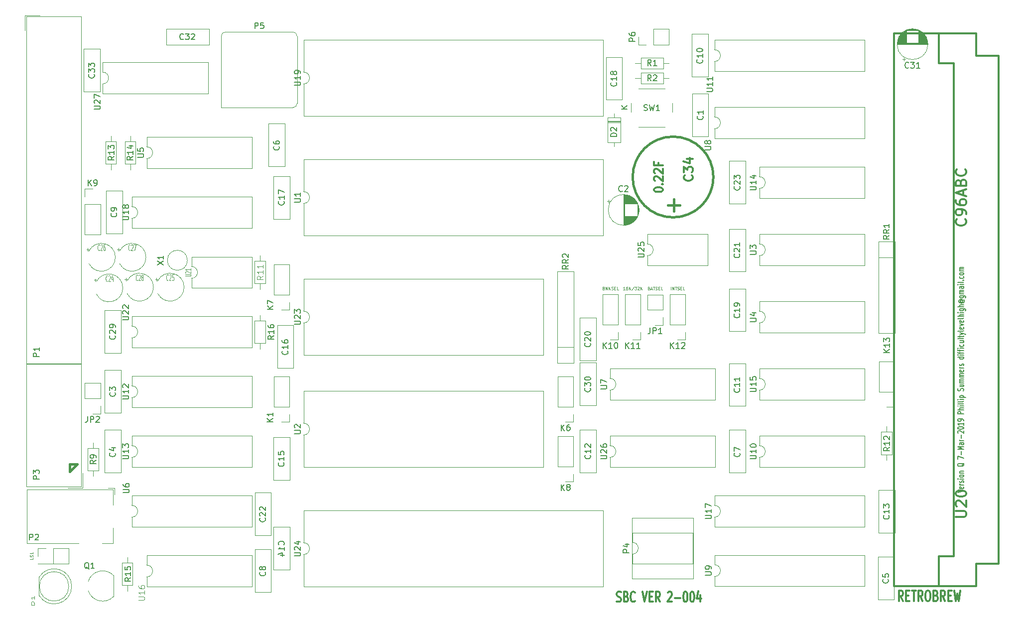
<source format=gto>
G04 #@! TF.GenerationSoftware,KiCad,Pcbnew,(5.0.2)-1*
G04 #@! TF.CreationDate,2019-03-07T22:54:45+08:00*
G04 #@! TF.ProjectId,SBC,5342432e-6b69-4636-9164-5f7063625858,rev?*
G04 #@! TF.SameCoordinates,Original*
G04 #@! TF.FileFunction,Legend,Top*
G04 #@! TF.FilePolarity,Positive*
%FSLAX46Y46*%
G04 Gerber Fmt 4.6, Leading zero omitted, Abs format (unit mm)*
G04 Created by KiCad (PCBNEW (5.0.2)-1) date 07/03/2019 22:54:45*
%MOMM*%
%LPD*%
G01*
G04 APERTURE LIST*
%ADD10C,0.178000*%
%ADD11C,0.381000*%
%ADD12C,0.300000*%
%ADD13C,0.304800*%
%ADD14C,0.120000*%
%ADD15C,0.150000*%
%ADD16C,0.125000*%
G04 APERTURE END LIST*
D10*
X235562019Y-133989647D02*
X236578019Y-133752314D01*
X235562019Y-133514980D01*
X236529638Y-133006409D02*
X236578019Y-133074219D01*
X236578019Y-133209838D01*
X236529638Y-133277647D01*
X236432876Y-133311552D01*
X236045828Y-133311552D01*
X235949066Y-133277647D01*
X235900685Y-133209838D01*
X235900685Y-133074219D01*
X235949066Y-133006409D01*
X236045828Y-132972504D01*
X236142590Y-132972504D01*
X236239352Y-133311552D01*
X236578019Y-132667361D02*
X235900685Y-132667361D01*
X236094209Y-132667361D02*
X235997447Y-132633457D01*
X235949066Y-132599552D01*
X235900685Y-132531742D01*
X235900685Y-132463933D01*
X236529638Y-132260504D02*
X236578019Y-132192695D01*
X236578019Y-132057076D01*
X236529638Y-131989266D01*
X236432876Y-131955361D01*
X236384495Y-131955361D01*
X236287733Y-131989266D01*
X236239352Y-132057076D01*
X236239352Y-132158790D01*
X236190971Y-132226600D01*
X236094209Y-132260504D01*
X236045828Y-132260504D01*
X235949066Y-132226600D01*
X235900685Y-132158790D01*
X235900685Y-132057076D01*
X235949066Y-131989266D01*
X236578019Y-131650219D02*
X235900685Y-131650219D01*
X235562019Y-131650219D02*
X235610400Y-131684123D01*
X235658780Y-131650219D01*
X235610400Y-131616314D01*
X235562019Y-131650219D01*
X235658780Y-131650219D01*
X236578019Y-131209457D02*
X236529638Y-131277266D01*
X236481257Y-131311171D01*
X236384495Y-131345076D01*
X236094209Y-131345076D01*
X235997447Y-131311171D01*
X235949066Y-131277266D01*
X235900685Y-131209457D01*
X235900685Y-131107742D01*
X235949066Y-131039933D01*
X235997447Y-131006028D01*
X236094209Y-130972123D01*
X236384495Y-130972123D01*
X236481257Y-131006028D01*
X236529638Y-131039933D01*
X236578019Y-131107742D01*
X236578019Y-131209457D01*
X235900685Y-130666980D02*
X236578019Y-130666980D01*
X235997447Y-130666980D02*
X235949066Y-130633076D01*
X235900685Y-130565266D01*
X235900685Y-130463552D01*
X235949066Y-130395742D01*
X236045828Y-130361838D01*
X236578019Y-130361838D01*
X236674780Y-129005647D02*
X236626400Y-129073457D01*
X236529638Y-129141266D01*
X236384495Y-129242980D01*
X236336114Y-129310790D01*
X236336114Y-129378600D01*
X236578019Y-129344695D02*
X236529638Y-129412504D01*
X236432876Y-129480314D01*
X236239352Y-129514219D01*
X235900685Y-129514219D01*
X235707161Y-129480314D01*
X235610400Y-129412504D01*
X235562019Y-129344695D01*
X235562019Y-129209076D01*
X235610400Y-129141266D01*
X235707161Y-129073457D01*
X235900685Y-129039552D01*
X236239352Y-129039552D01*
X236432876Y-129073457D01*
X236529638Y-129141266D01*
X236578019Y-129209076D01*
X236578019Y-129344695D01*
X235562019Y-128259742D02*
X235562019Y-127785076D01*
X236578019Y-128090219D01*
X236190971Y-127513838D02*
X236190971Y-126971361D01*
X236578019Y-126632314D02*
X235562019Y-126632314D01*
X236287733Y-126394980D01*
X235562019Y-126157647D01*
X236578019Y-126157647D01*
X236578019Y-125513457D02*
X236045828Y-125513457D01*
X235949066Y-125547361D01*
X235900685Y-125615171D01*
X235900685Y-125750790D01*
X235949066Y-125818600D01*
X236529638Y-125513457D02*
X236578019Y-125581266D01*
X236578019Y-125750790D01*
X236529638Y-125818600D01*
X236432876Y-125852504D01*
X236336114Y-125852504D01*
X236239352Y-125818600D01*
X236190971Y-125750790D01*
X236190971Y-125581266D01*
X236142590Y-125513457D01*
X236578019Y-125174409D02*
X235900685Y-125174409D01*
X236094209Y-125174409D02*
X235997447Y-125140504D01*
X235949066Y-125106600D01*
X235900685Y-125038790D01*
X235900685Y-124970980D01*
X236190971Y-124733647D02*
X236190971Y-124191171D01*
X235658780Y-123886028D02*
X235610400Y-123852123D01*
X235562019Y-123784314D01*
X235562019Y-123614790D01*
X235610400Y-123546980D01*
X235658780Y-123513076D01*
X235755542Y-123479171D01*
X235852304Y-123479171D01*
X235997447Y-123513076D01*
X236578019Y-123919933D01*
X236578019Y-123479171D01*
X235562019Y-123038409D02*
X235562019Y-122970600D01*
X235610400Y-122902790D01*
X235658780Y-122868885D01*
X235755542Y-122834980D01*
X235949066Y-122801076D01*
X236190971Y-122801076D01*
X236384495Y-122834980D01*
X236481257Y-122868885D01*
X236529638Y-122902790D01*
X236578019Y-122970600D01*
X236578019Y-123038409D01*
X236529638Y-123106219D01*
X236481257Y-123140123D01*
X236384495Y-123174028D01*
X236190971Y-123207933D01*
X235949066Y-123207933D01*
X235755542Y-123174028D01*
X235658780Y-123140123D01*
X235610400Y-123106219D01*
X235562019Y-123038409D01*
X236578019Y-122122980D02*
X236578019Y-122529838D01*
X236578019Y-122326409D02*
X235562019Y-122326409D01*
X235707161Y-122394219D01*
X235803923Y-122462028D01*
X235852304Y-122529838D01*
X236578019Y-121783933D02*
X236578019Y-121648314D01*
X236529638Y-121580504D01*
X236481257Y-121546600D01*
X236336114Y-121478790D01*
X236142590Y-121444885D01*
X235755542Y-121444885D01*
X235658780Y-121478790D01*
X235610400Y-121512695D01*
X235562019Y-121580504D01*
X235562019Y-121716123D01*
X235610400Y-121783933D01*
X235658780Y-121817838D01*
X235755542Y-121851742D01*
X235997447Y-121851742D01*
X236094209Y-121817838D01*
X236142590Y-121783933D01*
X236190971Y-121716123D01*
X236190971Y-121580504D01*
X236142590Y-121512695D01*
X236094209Y-121478790D01*
X235997447Y-121444885D01*
X236578019Y-120597266D02*
X235562019Y-120597266D01*
X235562019Y-120326028D01*
X235610400Y-120258219D01*
X235658780Y-120224314D01*
X235755542Y-120190409D01*
X235900685Y-120190409D01*
X235997447Y-120224314D01*
X236045828Y-120258219D01*
X236094209Y-120326028D01*
X236094209Y-120597266D01*
X236578019Y-119885266D02*
X235562019Y-119885266D01*
X236578019Y-119580123D02*
X236045828Y-119580123D01*
X235949066Y-119614028D01*
X235900685Y-119681838D01*
X235900685Y-119783552D01*
X235949066Y-119851361D01*
X235997447Y-119885266D01*
X236578019Y-119241076D02*
X235900685Y-119241076D01*
X235562019Y-119241076D02*
X235610400Y-119274980D01*
X235658780Y-119241076D01*
X235610400Y-119207171D01*
X235562019Y-119241076D01*
X235658780Y-119241076D01*
X236578019Y-118800314D02*
X236529638Y-118868123D01*
X236432876Y-118902028D01*
X235562019Y-118902028D01*
X236578019Y-118427361D02*
X236529638Y-118495171D01*
X236432876Y-118529076D01*
X235562019Y-118529076D01*
X236578019Y-118156123D02*
X235900685Y-118156123D01*
X235562019Y-118156123D02*
X235610400Y-118190028D01*
X235658780Y-118156123D01*
X235610400Y-118122219D01*
X235562019Y-118156123D01*
X235658780Y-118156123D01*
X235900685Y-117817076D02*
X236916685Y-117817076D01*
X235949066Y-117817076D02*
X235900685Y-117749266D01*
X235900685Y-117613647D01*
X235949066Y-117545838D01*
X235997447Y-117511933D01*
X236094209Y-117478028D01*
X236384495Y-117478028D01*
X236481257Y-117511933D01*
X236529638Y-117545838D01*
X236578019Y-117613647D01*
X236578019Y-117749266D01*
X236529638Y-117817076D01*
X236529638Y-116664314D02*
X236578019Y-116562600D01*
X236578019Y-116393076D01*
X236529638Y-116325266D01*
X236481257Y-116291361D01*
X236384495Y-116257457D01*
X236287733Y-116257457D01*
X236190971Y-116291361D01*
X236142590Y-116325266D01*
X236094209Y-116393076D01*
X236045828Y-116528695D01*
X235997447Y-116596504D01*
X235949066Y-116630409D01*
X235852304Y-116664314D01*
X235755542Y-116664314D01*
X235658780Y-116630409D01*
X235610400Y-116596504D01*
X235562019Y-116528695D01*
X235562019Y-116359171D01*
X235610400Y-116257457D01*
X235900685Y-115647171D02*
X236578019Y-115647171D01*
X235900685Y-115952314D02*
X236432876Y-115952314D01*
X236529638Y-115918409D01*
X236578019Y-115850600D01*
X236578019Y-115748885D01*
X236529638Y-115681076D01*
X236481257Y-115647171D01*
X236578019Y-115308123D02*
X235900685Y-115308123D01*
X235997447Y-115308123D02*
X235949066Y-115274219D01*
X235900685Y-115206409D01*
X235900685Y-115104695D01*
X235949066Y-115036885D01*
X236045828Y-115002980D01*
X236578019Y-115002980D01*
X236045828Y-115002980D02*
X235949066Y-114969076D01*
X235900685Y-114901266D01*
X235900685Y-114799552D01*
X235949066Y-114731742D01*
X236045828Y-114697838D01*
X236578019Y-114697838D01*
X236578019Y-114358790D02*
X235900685Y-114358790D01*
X235997447Y-114358790D02*
X235949066Y-114324885D01*
X235900685Y-114257076D01*
X235900685Y-114155361D01*
X235949066Y-114087552D01*
X236045828Y-114053647D01*
X236578019Y-114053647D01*
X236045828Y-114053647D02*
X235949066Y-114019742D01*
X235900685Y-113951933D01*
X235900685Y-113850219D01*
X235949066Y-113782409D01*
X236045828Y-113748504D01*
X236578019Y-113748504D01*
X236529638Y-113138219D02*
X236578019Y-113206028D01*
X236578019Y-113341647D01*
X236529638Y-113409457D01*
X236432876Y-113443361D01*
X236045828Y-113443361D01*
X235949066Y-113409457D01*
X235900685Y-113341647D01*
X235900685Y-113206028D01*
X235949066Y-113138219D01*
X236045828Y-113104314D01*
X236142590Y-113104314D01*
X236239352Y-113443361D01*
X236578019Y-112799171D02*
X235900685Y-112799171D01*
X236094209Y-112799171D02*
X235997447Y-112765266D01*
X235949066Y-112731361D01*
X235900685Y-112663552D01*
X235900685Y-112595742D01*
X236529638Y-112392314D02*
X236578019Y-112324504D01*
X236578019Y-112188885D01*
X236529638Y-112121076D01*
X236432876Y-112087171D01*
X236384495Y-112087171D01*
X236287733Y-112121076D01*
X236239352Y-112188885D01*
X236239352Y-112290600D01*
X236190971Y-112358409D01*
X236094209Y-112392314D01*
X236045828Y-112392314D01*
X235949066Y-112358409D01*
X235900685Y-112290600D01*
X235900685Y-112188885D01*
X235949066Y-112121076D01*
X236578019Y-110934409D02*
X235562019Y-110934409D01*
X236529638Y-110934409D02*
X236578019Y-111002219D01*
X236578019Y-111137838D01*
X236529638Y-111205647D01*
X236481257Y-111239552D01*
X236384495Y-111273457D01*
X236094209Y-111273457D01*
X235997447Y-111239552D01*
X235949066Y-111205647D01*
X235900685Y-111137838D01*
X235900685Y-111002219D01*
X235949066Y-110934409D01*
X236578019Y-110595361D02*
X235900685Y-110595361D01*
X235562019Y-110595361D02*
X235610400Y-110629266D01*
X235658780Y-110595361D01*
X235610400Y-110561457D01*
X235562019Y-110595361D01*
X235658780Y-110595361D01*
X235900685Y-110358028D02*
X235900685Y-110086790D01*
X236578019Y-110256314D02*
X235707161Y-110256314D01*
X235610400Y-110222409D01*
X235562019Y-110154600D01*
X235562019Y-110086790D01*
X235900685Y-109951171D02*
X235900685Y-109679933D01*
X236578019Y-109849457D02*
X235707161Y-109849457D01*
X235610400Y-109815552D01*
X235562019Y-109747742D01*
X235562019Y-109679933D01*
X236578019Y-109442600D02*
X235900685Y-109442600D01*
X235562019Y-109442600D02*
X235610400Y-109476504D01*
X235658780Y-109442600D01*
X235610400Y-109408695D01*
X235562019Y-109442600D01*
X235658780Y-109442600D01*
X236529638Y-108798409D02*
X236578019Y-108866219D01*
X236578019Y-109001838D01*
X236529638Y-109069647D01*
X236481257Y-109103552D01*
X236384495Y-109137457D01*
X236094209Y-109137457D01*
X235997447Y-109103552D01*
X235949066Y-109069647D01*
X235900685Y-109001838D01*
X235900685Y-108866219D01*
X235949066Y-108798409D01*
X235900685Y-108188123D02*
X236578019Y-108188123D01*
X235900685Y-108493266D02*
X236432876Y-108493266D01*
X236529638Y-108459361D01*
X236578019Y-108391552D01*
X236578019Y-108289838D01*
X236529638Y-108222028D01*
X236481257Y-108188123D01*
X236578019Y-107747361D02*
X236529638Y-107815171D01*
X236432876Y-107849076D01*
X235562019Y-107849076D01*
X235900685Y-107577838D02*
X235900685Y-107306600D01*
X235562019Y-107476123D02*
X236432876Y-107476123D01*
X236529638Y-107442219D01*
X236578019Y-107374409D01*
X236578019Y-107306600D01*
X235900685Y-107137076D02*
X236578019Y-106967552D01*
X235900685Y-106798028D02*
X236578019Y-106967552D01*
X236819923Y-107035361D01*
X236868304Y-107069266D01*
X236916685Y-107137076D01*
X236578019Y-106425076D02*
X236529638Y-106492885D01*
X236432876Y-106526790D01*
X235562019Y-106526790D01*
X236529638Y-105882600D02*
X236578019Y-105950409D01*
X236578019Y-106086028D01*
X236529638Y-106153838D01*
X236432876Y-106187742D01*
X236045828Y-106187742D01*
X235949066Y-106153838D01*
X235900685Y-106086028D01*
X235900685Y-105950409D01*
X235949066Y-105882600D01*
X236045828Y-105848695D01*
X236142590Y-105848695D01*
X236239352Y-106187742D01*
X235900685Y-105611361D02*
X236578019Y-105441838D01*
X235900685Y-105272314D01*
X236529638Y-104729838D02*
X236578019Y-104797647D01*
X236578019Y-104933266D01*
X236529638Y-105001076D01*
X236432876Y-105034980D01*
X236045828Y-105034980D01*
X235949066Y-105001076D01*
X235900685Y-104933266D01*
X235900685Y-104797647D01*
X235949066Y-104729838D01*
X236045828Y-104695933D01*
X236142590Y-104695933D01*
X236239352Y-105034980D01*
X236578019Y-104289076D02*
X236529638Y-104356885D01*
X236432876Y-104390790D01*
X235562019Y-104390790D01*
X236578019Y-104017838D02*
X235562019Y-104017838D01*
X236578019Y-103712695D02*
X236045828Y-103712695D01*
X235949066Y-103746600D01*
X235900685Y-103814409D01*
X235900685Y-103916123D01*
X235949066Y-103983933D01*
X235997447Y-104017838D01*
X236578019Y-103373647D02*
X235900685Y-103373647D01*
X235562019Y-103373647D02*
X235610400Y-103407552D01*
X235658780Y-103373647D01*
X235610400Y-103339742D01*
X235562019Y-103373647D01*
X235658780Y-103373647D01*
X235900685Y-102729457D02*
X236723161Y-102729457D01*
X236819923Y-102763361D01*
X236868304Y-102797266D01*
X236916685Y-102865076D01*
X236916685Y-102966790D01*
X236868304Y-103034600D01*
X236529638Y-102729457D02*
X236578019Y-102797266D01*
X236578019Y-102932885D01*
X236529638Y-103000695D01*
X236481257Y-103034600D01*
X236384495Y-103068504D01*
X236094209Y-103068504D01*
X235997447Y-103034600D01*
X235949066Y-103000695D01*
X235900685Y-102932885D01*
X235900685Y-102797266D01*
X235949066Y-102729457D01*
X236578019Y-102390409D02*
X235562019Y-102390409D01*
X236578019Y-102085266D02*
X236045828Y-102085266D01*
X235949066Y-102119171D01*
X235900685Y-102186980D01*
X235900685Y-102288695D01*
X235949066Y-102356504D01*
X235997447Y-102390409D01*
X236094209Y-101305457D02*
X236045828Y-101339361D01*
X235997447Y-101407171D01*
X235997447Y-101474980D01*
X236045828Y-101542790D01*
X236094209Y-101576695D01*
X236190971Y-101610600D01*
X236287733Y-101610600D01*
X236384495Y-101576695D01*
X236432876Y-101542790D01*
X236481257Y-101474980D01*
X236481257Y-101407171D01*
X236432876Y-101339361D01*
X236384495Y-101305457D01*
X235997447Y-101305457D02*
X236384495Y-101305457D01*
X236432876Y-101271552D01*
X236432876Y-101237647D01*
X236384495Y-101169838D01*
X236287733Y-101135933D01*
X236045828Y-101135933D01*
X235900685Y-101203742D01*
X235803923Y-101305457D01*
X235755542Y-101441076D01*
X235803923Y-101576695D01*
X235900685Y-101678409D01*
X236045828Y-101746219D01*
X236239352Y-101780123D01*
X236432876Y-101746219D01*
X236578019Y-101678409D01*
X236674780Y-101576695D01*
X236723161Y-101441076D01*
X236674780Y-101305457D01*
X236578019Y-101203742D01*
X235900685Y-100525647D02*
X236723161Y-100525647D01*
X236819923Y-100559552D01*
X236868304Y-100593457D01*
X236916685Y-100661266D01*
X236916685Y-100762980D01*
X236868304Y-100830790D01*
X236529638Y-100525647D02*
X236578019Y-100593457D01*
X236578019Y-100729076D01*
X236529638Y-100796885D01*
X236481257Y-100830790D01*
X236384495Y-100864695D01*
X236094209Y-100864695D01*
X235997447Y-100830790D01*
X235949066Y-100796885D01*
X235900685Y-100729076D01*
X235900685Y-100593457D01*
X235949066Y-100525647D01*
X236578019Y-100186600D02*
X235900685Y-100186600D01*
X235997447Y-100186600D02*
X235949066Y-100152695D01*
X235900685Y-100084885D01*
X235900685Y-99983171D01*
X235949066Y-99915361D01*
X236045828Y-99881457D01*
X236578019Y-99881457D01*
X236045828Y-99881457D02*
X235949066Y-99847552D01*
X235900685Y-99779742D01*
X235900685Y-99678028D01*
X235949066Y-99610219D01*
X236045828Y-99576314D01*
X236578019Y-99576314D01*
X236578019Y-98932123D02*
X236045828Y-98932123D01*
X235949066Y-98966028D01*
X235900685Y-99033838D01*
X235900685Y-99169457D01*
X235949066Y-99237266D01*
X236529638Y-98932123D02*
X236578019Y-98999933D01*
X236578019Y-99169457D01*
X236529638Y-99237266D01*
X236432876Y-99271171D01*
X236336114Y-99271171D01*
X236239352Y-99237266D01*
X236190971Y-99169457D01*
X236190971Y-98999933D01*
X236142590Y-98932123D01*
X236578019Y-98593076D02*
X235900685Y-98593076D01*
X235562019Y-98593076D02*
X235610400Y-98626980D01*
X235658780Y-98593076D01*
X235610400Y-98559171D01*
X235562019Y-98593076D01*
X235658780Y-98593076D01*
X236578019Y-98152314D02*
X236529638Y-98220123D01*
X236432876Y-98254028D01*
X235562019Y-98254028D01*
X236481257Y-97881076D02*
X236529638Y-97847171D01*
X236578019Y-97881076D01*
X236529638Y-97914980D01*
X236481257Y-97881076D01*
X236578019Y-97881076D01*
X236529638Y-97236885D02*
X236578019Y-97304695D01*
X236578019Y-97440314D01*
X236529638Y-97508123D01*
X236481257Y-97542028D01*
X236384495Y-97575933D01*
X236094209Y-97575933D01*
X235997447Y-97542028D01*
X235949066Y-97508123D01*
X235900685Y-97440314D01*
X235900685Y-97304695D01*
X235949066Y-97236885D01*
X236578019Y-96830028D02*
X236529638Y-96897838D01*
X236481257Y-96931742D01*
X236384495Y-96965647D01*
X236094209Y-96965647D01*
X235997447Y-96931742D01*
X235949066Y-96897838D01*
X235900685Y-96830028D01*
X235900685Y-96728314D01*
X235949066Y-96660504D01*
X235997447Y-96626600D01*
X236094209Y-96592695D01*
X236384495Y-96592695D01*
X236481257Y-96626600D01*
X236529638Y-96660504D01*
X236578019Y-96728314D01*
X236578019Y-96830028D01*
X236578019Y-96287552D02*
X235900685Y-96287552D01*
X235997447Y-96287552D02*
X235949066Y-96253647D01*
X235900685Y-96185838D01*
X235900685Y-96084123D01*
X235949066Y-96016314D01*
X236045828Y-95982409D01*
X236578019Y-95982409D01*
X236045828Y-95982409D02*
X235949066Y-95948504D01*
X235900685Y-95880695D01*
X235900685Y-95778980D01*
X235949066Y-95711171D01*
X236045828Y-95677266D01*
X236578019Y-95677266D01*
D11*
X84620368Y-130416657D02*
X84620368Y-129146657D01*
X85890368Y-129146657D02*
X84620368Y-130416657D01*
X84620368Y-129146657D02*
X85890368Y-129146657D01*
D12*
X177642142Y-152473333D02*
X177813571Y-152556666D01*
X178099285Y-152556666D01*
X178213571Y-152473333D01*
X178270714Y-152390000D01*
X178327857Y-152223333D01*
X178327857Y-152056666D01*
X178270714Y-151890000D01*
X178213571Y-151806666D01*
X178099285Y-151723333D01*
X177870714Y-151640000D01*
X177756428Y-151556666D01*
X177699285Y-151473333D01*
X177642142Y-151306666D01*
X177642142Y-151140000D01*
X177699285Y-150973333D01*
X177756428Y-150890000D01*
X177870714Y-150806666D01*
X178156428Y-150806666D01*
X178327857Y-150890000D01*
X179242142Y-151640000D02*
X179413571Y-151723333D01*
X179470714Y-151806666D01*
X179527857Y-151973333D01*
X179527857Y-152223333D01*
X179470714Y-152390000D01*
X179413571Y-152473333D01*
X179299285Y-152556666D01*
X178842142Y-152556666D01*
X178842142Y-150806666D01*
X179242142Y-150806666D01*
X179356428Y-150890000D01*
X179413571Y-150973333D01*
X179470714Y-151140000D01*
X179470714Y-151306666D01*
X179413571Y-151473333D01*
X179356428Y-151556666D01*
X179242142Y-151640000D01*
X178842142Y-151640000D01*
X180727857Y-152390000D02*
X180670714Y-152473333D01*
X180499285Y-152556666D01*
X180385000Y-152556666D01*
X180213571Y-152473333D01*
X180099285Y-152306666D01*
X180042142Y-152140000D01*
X179985000Y-151806666D01*
X179985000Y-151556666D01*
X180042142Y-151223333D01*
X180099285Y-151056666D01*
X180213571Y-150890000D01*
X180385000Y-150806666D01*
X180499285Y-150806666D01*
X180670714Y-150890000D01*
X180727857Y-150973333D01*
X181985000Y-150806666D02*
X182385000Y-152556666D01*
X182785000Y-150806666D01*
X183185000Y-151640000D02*
X183585000Y-151640000D01*
X183756428Y-152556666D02*
X183185000Y-152556666D01*
X183185000Y-150806666D01*
X183756428Y-150806666D01*
X184956428Y-152556666D02*
X184556428Y-151723333D01*
X184270714Y-152556666D02*
X184270714Y-150806666D01*
X184727857Y-150806666D01*
X184842142Y-150890000D01*
X184899285Y-150973333D01*
X184956428Y-151140000D01*
X184956428Y-151390000D01*
X184899285Y-151556666D01*
X184842142Y-151640000D01*
X184727857Y-151723333D01*
X184270714Y-151723333D01*
X186327857Y-150973333D02*
X186385000Y-150890000D01*
X186499285Y-150806666D01*
X186785000Y-150806666D01*
X186899285Y-150890000D01*
X186956428Y-150973333D01*
X187013571Y-151140000D01*
X187013571Y-151306666D01*
X186956428Y-151556666D01*
X186270714Y-152556666D01*
X187013571Y-152556666D01*
X187527857Y-151890000D02*
X188442142Y-151890000D01*
X189242142Y-150806666D02*
X189356428Y-150806666D01*
X189470714Y-150890000D01*
X189527857Y-150973333D01*
X189585000Y-151140000D01*
X189642142Y-151473333D01*
X189642142Y-151890000D01*
X189585000Y-152223333D01*
X189527857Y-152390000D01*
X189470714Y-152473333D01*
X189356428Y-152556666D01*
X189242142Y-152556666D01*
X189127857Y-152473333D01*
X189070714Y-152390000D01*
X189013571Y-152223333D01*
X188956428Y-151890000D01*
X188956428Y-151473333D01*
X189013571Y-151140000D01*
X189070714Y-150973333D01*
X189127857Y-150890000D01*
X189242142Y-150806666D01*
X190385000Y-150806666D02*
X190499285Y-150806666D01*
X190613571Y-150890000D01*
X190670714Y-150973333D01*
X190727857Y-151140000D01*
X190785000Y-151473333D01*
X190785000Y-151890000D01*
X190727857Y-152223333D01*
X190670714Y-152390000D01*
X190613571Y-152473333D01*
X190499285Y-152556666D01*
X190385000Y-152556666D01*
X190270714Y-152473333D01*
X190213571Y-152390000D01*
X190156428Y-152223333D01*
X190099285Y-151890000D01*
X190099285Y-151473333D01*
X190156428Y-151140000D01*
X190213571Y-150973333D01*
X190270714Y-150890000D01*
X190385000Y-150806666D01*
X191813571Y-151390000D02*
X191813571Y-152556666D01*
X191527857Y-150723333D02*
X191242142Y-151973333D01*
X191985000Y-151973333D01*
D13*
X226294714Y-152429666D02*
X225878047Y-151596333D01*
X225580428Y-152429666D02*
X225580428Y-150679666D01*
X226056619Y-150679666D01*
X226175666Y-150763000D01*
X226235190Y-150846333D01*
X226294714Y-151013000D01*
X226294714Y-151263000D01*
X226235190Y-151429666D01*
X226175666Y-151513000D01*
X226056619Y-151596333D01*
X225580428Y-151596333D01*
X226830428Y-151513000D02*
X227247095Y-151513000D01*
X227425666Y-152429666D02*
X226830428Y-152429666D01*
X226830428Y-150679666D01*
X227425666Y-150679666D01*
X227782809Y-150679666D02*
X228497095Y-150679666D01*
X228139952Y-152429666D02*
X228139952Y-150679666D01*
X229628047Y-152429666D02*
X229211380Y-151596333D01*
X228913761Y-152429666D02*
X228913761Y-150679666D01*
X229389952Y-150679666D01*
X229509000Y-150763000D01*
X229568523Y-150846333D01*
X229628047Y-151013000D01*
X229628047Y-151263000D01*
X229568523Y-151429666D01*
X229509000Y-151513000D01*
X229389952Y-151596333D01*
X228913761Y-151596333D01*
X230401857Y-150679666D02*
X230639952Y-150679666D01*
X230759000Y-150763000D01*
X230878047Y-150929666D01*
X230937571Y-151263000D01*
X230937571Y-151846333D01*
X230878047Y-152179666D01*
X230759000Y-152346333D01*
X230639952Y-152429666D01*
X230401857Y-152429666D01*
X230282809Y-152346333D01*
X230163761Y-152179666D01*
X230104238Y-151846333D01*
X230104238Y-151263000D01*
X230163761Y-150929666D01*
X230282809Y-150763000D01*
X230401857Y-150679666D01*
X231889952Y-151513000D02*
X232068523Y-151596333D01*
X232128047Y-151679666D01*
X232187571Y-151846333D01*
X232187571Y-152096333D01*
X232128047Y-152263000D01*
X232068523Y-152346333D01*
X231949476Y-152429666D01*
X231473285Y-152429666D01*
X231473285Y-150679666D01*
X231889952Y-150679666D01*
X232009000Y-150763000D01*
X232068523Y-150846333D01*
X232128047Y-151013000D01*
X232128047Y-151179666D01*
X232068523Y-151346333D01*
X232009000Y-151429666D01*
X231889952Y-151513000D01*
X231473285Y-151513000D01*
X233437571Y-152429666D02*
X233020904Y-151596333D01*
X232723285Y-152429666D02*
X232723285Y-150679666D01*
X233199476Y-150679666D01*
X233318523Y-150763000D01*
X233378047Y-150846333D01*
X233437571Y-151013000D01*
X233437571Y-151263000D01*
X233378047Y-151429666D01*
X233318523Y-151513000D01*
X233199476Y-151596333D01*
X232723285Y-151596333D01*
X233973285Y-151513000D02*
X234389952Y-151513000D01*
X234568523Y-152429666D02*
X233973285Y-152429666D01*
X233973285Y-150679666D01*
X234568523Y-150679666D01*
X234985190Y-150679666D02*
X235282809Y-152429666D01*
X235520904Y-151179666D01*
X235759000Y-152429666D01*
X236056619Y-150679666D01*
D11*
G04 #@! TO.C,C34*
X187325000Y-84391500D02*
X187325000Y-84137500D01*
X186309000Y-85153500D02*
X188341000Y-85153500D01*
X187325000Y-84391500D02*
X187325000Y-86169500D01*
X194060702Y-80327500D02*
G75*
G03X194060702Y-80327500I-6862702J0D01*
G01*
D14*
G04 #@! TO.C,D2*
X178285000Y-70806500D02*
X176045000Y-70806500D01*
X178285000Y-71046500D02*
X176045000Y-71046500D01*
X178285000Y-70926500D02*
X176045000Y-70926500D01*
X177165000Y-75096500D02*
X177165000Y-74446500D01*
X177165000Y-69556500D02*
X177165000Y-70206500D01*
X178285000Y-74446500D02*
X178285000Y-70206500D01*
X176045000Y-74446500D02*
X178285000Y-74446500D01*
X176045000Y-70206500D02*
X176045000Y-74446500D01*
X178285000Y-70206500D02*
X176045000Y-70206500D01*
D13*
G04 #@! TO.C,U20*
X232410000Y-149860000D02*
X238760000Y-149860000D01*
X238760000Y-149860000D02*
X238760000Y-146050000D01*
X238760000Y-146050000D02*
X242570000Y-146050000D01*
X242570000Y-146050000D02*
X242570000Y-59690000D01*
X242570000Y-59690000D02*
X238760000Y-59690000D01*
X238760000Y-59690000D02*
X238760000Y-55880000D01*
X238760000Y-55880000D02*
X232410000Y-55880000D01*
X232410000Y-55880000D02*
X232410000Y-60960000D01*
X232410000Y-60960000D02*
X234950000Y-60960000D01*
X234950000Y-60960000D02*
X234950000Y-144780000D01*
X234950000Y-144780000D02*
X232410000Y-144780000D01*
X232410000Y-144780000D02*
X232410000Y-149860000D01*
X232410000Y-55880000D02*
X224790000Y-55880000D01*
X224790000Y-55880000D02*
X224790000Y-149860000D01*
X224790000Y-149860000D02*
X232410000Y-149860000D01*
D14*
G04 #@! TO.C,P2*
X92022500Y-133449000D02*
X92022500Y-136049000D01*
X77322500Y-133449000D02*
X92022500Y-133449000D01*
X92022500Y-142649000D02*
X90122500Y-142649000D01*
X92022500Y-139949000D02*
X92022500Y-142649000D01*
X77322500Y-142649000D02*
X77322500Y-133449000D01*
X86122500Y-142649000D02*
X77322500Y-142649000D01*
X91172500Y-133249000D02*
X92222500Y-133249000D01*
X92222500Y-134299000D02*
X92222500Y-133249000D01*
G04 #@! TO.C,R15*
X94424500Y-150698000D02*
X94424500Y-149748000D01*
X94424500Y-144958000D02*
X94424500Y-145908000D01*
X95344500Y-149748000D02*
X95344500Y-145908000D01*
X93504500Y-149748000D02*
X95344500Y-149748000D01*
X93504500Y-145908000D02*
X93504500Y-149748000D01*
X95344500Y-145908000D02*
X93504500Y-145908000D01*
G04 #@! TO.C,U27*
X90237000Y-60850000D02*
X90237000Y-62500000D01*
X108137000Y-60850000D02*
X90237000Y-60850000D01*
X108137000Y-66150000D02*
X108137000Y-60850000D01*
X90237000Y-66150000D02*
X108137000Y-66150000D01*
X90237000Y-64500000D02*
X90237000Y-66150000D01*
X90237000Y-62500000D02*
G75*
G02X90237000Y-64500000I0J-1000000D01*
G01*
G04 #@! TO.C,P5*
X111140000Y-55653000D02*
G75*
G03X110390000Y-56403000I0J-750000D01*
G01*
X123290000Y-56403000D02*
G75*
G03X122540000Y-55653000I-750000J0D01*
G01*
X122540000Y-68553000D02*
G75*
G03X123290000Y-67803000I0J750000D01*
G01*
X110390000Y-68553000D02*
X122540000Y-68553000D01*
X123290000Y-67803000D02*
X123290000Y-56403000D01*
X122540000Y-55653000D02*
X111140000Y-55653000D01*
X110390000Y-56403000D02*
X110390000Y-68553000D01*
G04 #@! TO.C,U19*
X124400000Y-57040000D02*
X124400000Y-62500000D01*
X175320000Y-57040000D02*
X124400000Y-57040000D01*
X175320000Y-69960000D02*
X175320000Y-57040000D01*
X124400000Y-69960000D02*
X175320000Y-69960000D01*
X124400000Y-64500000D02*
X124400000Y-69960000D01*
X124400000Y-62500000D02*
G75*
G02X124400000Y-64500000I0J-1000000D01*
G01*
G04 #@! TO.C,P6*
X181296000Y-57845000D02*
X181296000Y-56515000D01*
X182626000Y-57845000D02*
X181296000Y-57845000D01*
X183896000Y-57845000D02*
X183896000Y-55185000D01*
X183896000Y-55185000D02*
X186496000Y-55185000D01*
X183896000Y-57845000D02*
X186496000Y-57845000D01*
X186496000Y-57845000D02*
X186496000Y-55185000D01*
G04 #@! TO.C,P1*
X76990000Y-52820000D02*
X79530000Y-52820000D01*
X76990000Y-52820000D02*
X76990000Y-55360000D01*
X77240000Y-53070000D02*
X86590000Y-53070000D01*
X77240000Y-112030000D02*
X77240000Y-53070000D01*
X86590000Y-112030000D02*
X77240000Y-112030000D01*
X86590000Y-53070000D02*
X86590000Y-112030000D01*
G04 #@! TO.C,P3*
X86840000Y-133235000D02*
X84300000Y-133235000D01*
X86840000Y-133235000D02*
X86840000Y-130695000D01*
X86590000Y-132985000D02*
X77240000Y-132985000D01*
X86590000Y-112125000D02*
X86590000Y-132985000D01*
X77240000Y-112125000D02*
X86590000Y-112125000D01*
X77240000Y-132985000D02*
X77240000Y-112125000D01*
G04 #@! TO.C,D1*
X79418500Y-148378500D02*
X79418500Y-151468500D01*
X84478500Y-149923500D02*
G75*
G03X84478500Y-149923500I-2500000J0D01*
G01*
X84968500Y-149923038D02*
G75*
G02X79418500Y-151468330I-2990000J-462D01*
G01*
X84968500Y-149923962D02*
G75*
G03X79418500Y-148378670I-2990000J462D01*
G01*
G04 #@! TO.C,U9*
X194250000Y-144606500D02*
X194250000Y-146256500D01*
X219770000Y-144606500D02*
X194250000Y-144606500D01*
X219770000Y-149906500D02*
X219770000Y-144606500D01*
X194250000Y-149906500D02*
X219770000Y-149906500D01*
X194250000Y-148256500D02*
X194250000Y-149906500D01*
X194250000Y-146256500D02*
G75*
G02X194250000Y-148256500I0J-1000000D01*
G01*
G04 #@! TO.C,SW1*
X187090000Y-69294000D02*
X187090000Y-67794000D01*
X185840000Y-65294000D02*
X181340000Y-65294000D01*
X180090000Y-67794000D02*
X180090000Y-69294000D01*
X181340000Y-71794000D02*
X185840000Y-71794000D01*
G04 #@! TO.C,U13*
X95190000Y-124350000D02*
X95190000Y-126000000D01*
X115630000Y-124350000D02*
X95190000Y-124350000D01*
X115630000Y-129650000D02*
X115630000Y-124350000D01*
X95190000Y-129650000D02*
X115630000Y-129650000D01*
X95190000Y-128000000D02*
X95190000Y-129650000D01*
X95190000Y-126000000D02*
G75*
G02X95190000Y-128000000I0J-1000000D01*
G01*
G04 #@! TO.C,U12*
X95190000Y-114190000D02*
X95190000Y-115840000D01*
X115630000Y-114190000D02*
X95190000Y-114190000D01*
X115630000Y-119490000D02*
X115630000Y-114190000D01*
X95190000Y-119490000D02*
X115630000Y-119490000D01*
X95190000Y-117840000D02*
X95190000Y-119490000D01*
X95190000Y-115840000D02*
G75*
G02X95190000Y-117840000I0J-1000000D01*
G01*
G04 #@! TO.C,U14*
X201870000Y-78630000D02*
X201870000Y-80280000D01*
X219770000Y-78630000D02*
X201870000Y-78630000D01*
X219770000Y-83930000D02*
X219770000Y-78630000D01*
X201870000Y-83930000D02*
X219770000Y-83930000D01*
X201870000Y-82280000D02*
X201870000Y-83930000D01*
X201870000Y-80280000D02*
G75*
G02X201870000Y-82280000I0J-1000000D01*
G01*
G04 #@! TO.C,C26*
X87710712Y-92420000D02*
X87710712Y-92870000D01*
X87485712Y-92645000D02*
X87935712Y-92645000D01*
X87903260Y-95040000D02*
G75*
G03X87903259Y-92920000I2119740J1060000D01*
G01*
G04 #@! TO.C,U18*
X95190000Y-83710000D02*
X95190000Y-85360000D01*
X115630000Y-83710000D02*
X95190000Y-83710000D01*
X115630000Y-89010000D02*
X115630000Y-83710000D01*
X95190000Y-89010000D02*
X115630000Y-89010000D01*
X95190000Y-87360000D02*
X95190000Y-89010000D01*
X95190000Y-85360000D02*
G75*
G02X95190000Y-87360000I0J-1000000D01*
G01*
G04 #@! TO.C,U23*
X124400000Y-97680000D02*
X124400000Y-103140000D01*
X165160000Y-97680000D02*
X124400000Y-97680000D01*
X165160000Y-110600000D02*
X165160000Y-97680000D01*
X124400000Y-110600000D02*
X165160000Y-110600000D01*
X124400000Y-105140000D02*
X124400000Y-110600000D01*
X124400000Y-103140000D02*
G75*
G02X124400000Y-105140000I0J-1000000D01*
G01*
G04 #@! TO.C,R11*
X116967000Y-93650000D02*
X116967000Y-94600000D01*
X116967000Y-99390000D02*
X116967000Y-98440000D01*
X116047000Y-94600000D02*
X116047000Y-98440000D01*
X117887000Y-94600000D02*
X116047000Y-94600000D01*
X117887000Y-98440000D02*
X117887000Y-94600000D01*
X116047000Y-98440000D02*
X117887000Y-98440000D01*
G04 #@! TO.C,U1*
X124400000Y-77360000D02*
X124400000Y-82820000D01*
X175320000Y-77360000D02*
X124400000Y-77360000D01*
X175320000Y-90280000D02*
X175320000Y-77360000D01*
X124400000Y-90280000D02*
X175320000Y-90280000D01*
X124400000Y-84820000D02*
X124400000Y-90280000D01*
X124400000Y-82820000D02*
G75*
G02X124400000Y-84820000I0J-1000000D01*
G01*
G04 #@! TO.C,U21*
X105350000Y-93895400D02*
X105350000Y-95545400D01*
X115630000Y-93895400D02*
X105350000Y-93895400D01*
X115630000Y-99195400D02*
X115630000Y-93895400D01*
X105350000Y-99195400D02*
X115630000Y-99195400D01*
X105350000Y-97545400D02*
X105350000Y-99195400D01*
X105350000Y-95545400D02*
G75*
G02X105350000Y-97545400I0J-1000000D01*
G01*
G04 #@! TO.C,U25*
X182820000Y-90060000D02*
X182820000Y-91710000D01*
X193100000Y-90060000D02*
X182820000Y-90060000D01*
X193100000Y-95360000D02*
X193100000Y-90060000D01*
X182820000Y-95360000D02*
X193100000Y-95360000D01*
X182820000Y-93710000D02*
X182820000Y-95360000D01*
X182820000Y-91710000D02*
G75*
G02X182820000Y-93710000I0J-1000000D01*
G01*
G04 #@! TO.C,K9*
X87189000Y-82363000D02*
X88519000Y-82363000D01*
X87189000Y-83693000D02*
X87189000Y-82363000D01*
X87189000Y-84963000D02*
X89849000Y-84963000D01*
X89849000Y-84963000D02*
X89849000Y-90103000D01*
X87189000Y-84963000D02*
X87189000Y-90103000D01*
X87189000Y-90103000D02*
X89849000Y-90103000D01*
G04 #@! TO.C,R13*
X91630500Y-79070000D02*
X91630500Y-78120000D01*
X91630500Y-73330000D02*
X91630500Y-74280000D01*
X92550500Y-78120000D02*
X92550500Y-74280000D01*
X90710500Y-78120000D02*
X92550500Y-78120000D01*
X90710500Y-74280000D02*
X90710500Y-78120000D01*
X92550500Y-74280000D02*
X90710500Y-74280000D01*
G04 #@! TO.C,R14*
X94932500Y-79070000D02*
X94932500Y-78120000D01*
X94932500Y-73330000D02*
X94932500Y-74280000D01*
X95852500Y-78120000D02*
X95852500Y-74280000D01*
X94012500Y-78120000D02*
X95852500Y-78120000D01*
X94012500Y-74280000D02*
X94012500Y-78120000D01*
X95852500Y-74280000D02*
X94012500Y-74280000D01*
G04 #@! TO.C,JP1*
X185480000Y-105520800D02*
X184150000Y-105520800D01*
X185480000Y-104190800D02*
X185480000Y-105520800D01*
X185480000Y-102920800D02*
X182820000Y-102920800D01*
X182820000Y-102920800D02*
X182820000Y-100320800D01*
X185480000Y-102920800D02*
X185480000Y-100320800D01*
X185480000Y-100320800D02*
X182820000Y-100320800D01*
G04 #@! TO.C,JP2*
X89849000Y-120583000D02*
X88519000Y-120583000D01*
X89849000Y-119253000D02*
X89849000Y-120583000D01*
X89849000Y-117983000D02*
X87189000Y-117983000D01*
X87189000Y-117983000D02*
X87189000Y-115383000D01*
X89849000Y-117983000D02*
X89849000Y-115383000D01*
X89849000Y-115383000D02*
X87189000Y-115383000D01*
G04 #@! TO.C,U24*
X124400000Y-137050000D02*
X124400000Y-142510000D01*
X175320000Y-137050000D02*
X124400000Y-137050000D01*
X175320000Y-149970000D02*
X175320000Y-137050000D01*
X124400000Y-149970000D02*
X175320000Y-149970000D01*
X124400000Y-144510000D02*
X124400000Y-149970000D01*
X124400000Y-142510000D02*
G75*
G02X124400000Y-144510000I0J-1000000D01*
G01*
G04 #@! TO.C,R1*
X186512000Y-63500000D02*
X185562000Y-63500000D01*
X180772000Y-63500000D02*
X181722000Y-63500000D01*
X185562000Y-62580000D02*
X181722000Y-62580000D01*
X185562000Y-64420000D02*
X185562000Y-62580000D01*
X181722000Y-64420000D02*
X185562000Y-64420000D01*
X181722000Y-62580000D02*
X181722000Y-64420000D01*
G04 #@! TO.C,R2*
X180772000Y-60960000D02*
X181722000Y-60960000D01*
X186512000Y-60960000D02*
X185562000Y-60960000D01*
X181722000Y-61880000D02*
X185562000Y-61880000D01*
X181722000Y-60040000D02*
X181722000Y-61880000D01*
X185562000Y-60040000D02*
X181722000Y-60040000D01*
X185562000Y-61880000D02*
X185562000Y-60040000D01*
G04 #@! TO.C,R9*
X88646000Y-125463500D02*
X88646000Y-126413500D01*
X88646000Y-131203500D02*
X88646000Y-130253500D01*
X87726000Y-126413500D02*
X87726000Y-130253500D01*
X89566000Y-126413500D02*
X87726000Y-126413500D01*
X89566000Y-130253500D02*
X89566000Y-126413500D01*
X87726000Y-130253500D02*
X89566000Y-130253500D01*
G04 #@! TO.C,R12*
X223520000Y-122733000D02*
X223520000Y-123683000D01*
X223520000Y-128473000D02*
X223520000Y-127523000D01*
X222600000Y-123683000D02*
X222600000Y-127523000D01*
X224440000Y-123683000D02*
X222600000Y-123683000D01*
X224440000Y-127523000D02*
X224440000Y-123683000D01*
X222600000Y-127523000D02*
X224440000Y-127523000D01*
G04 #@! TO.C,U2*
X124400000Y-116730000D02*
X124400000Y-122190000D01*
X165160000Y-116730000D02*
X124400000Y-116730000D01*
X165160000Y-129650000D02*
X165160000Y-116730000D01*
X124400000Y-129650000D02*
X165160000Y-129650000D01*
X124400000Y-124190000D02*
X124400000Y-129650000D01*
X124400000Y-122190000D02*
G75*
G02X124400000Y-124190000I0J-1000000D01*
G01*
G04 #@! TO.C,C32*
X101068000Y-57885000D02*
X101068000Y-55145000D01*
X108308000Y-57885000D02*
X108308000Y-55145000D01*
X108308000Y-55145000D02*
X101068000Y-55145000D01*
X108308000Y-57885000D02*
X101068000Y-57885000D01*
G04 #@! TO.C,C6*
X121194500Y-78510000D02*
X118454500Y-78510000D01*
X121194500Y-71270000D02*
X118454500Y-71270000D01*
X118454500Y-71270000D02*
X118454500Y-78510000D01*
X121194500Y-71270000D02*
X121194500Y-78510000D01*
G04 #@! TO.C,C18*
X178535000Y-67207000D02*
X175795000Y-67207000D01*
X178535000Y-59967000D02*
X175795000Y-59967000D01*
X175795000Y-59967000D02*
X175795000Y-67207000D01*
X178535000Y-59967000D02*
X178535000Y-67207000D01*
G04 #@! TO.C,X1*
X101236000Y-94488000D02*
G75*
G02X104636000Y-94488000I1700000J0D01*
G01*
X101236000Y-94488000D02*
G75*
G03X104636000Y-94488000I1700000J0D01*
G01*
G04 #@! TO.C,U5*
X97730000Y-73550000D02*
X97730000Y-75200000D01*
X115630000Y-73550000D02*
X97730000Y-73550000D01*
X115630000Y-78850000D02*
X115630000Y-73550000D01*
X97730000Y-78850000D02*
X115630000Y-78850000D01*
X97730000Y-77200000D02*
X97730000Y-78850000D01*
X97730000Y-75200000D02*
G75*
G02X97730000Y-77200000I0J-1000000D01*
G01*
G04 #@! TO.C,C17*
X122020000Y-87480000D02*
X119280000Y-87480000D01*
X122020000Y-80240000D02*
X119280000Y-80240000D01*
X119280000Y-80240000D02*
X119280000Y-87480000D01*
X122020000Y-80240000D02*
X122020000Y-87480000D01*
G04 #@! TO.C,C19*
X199490000Y-106577000D02*
X196750000Y-106577000D01*
X199490000Y-99337000D02*
X196750000Y-99337000D01*
X196750000Y-99337000D02*
X196750000Y-106577000D01*
X199490000Y-99337000D02*
X199490000Y-106577000D01*
G04 #@! TO.C,C9*
X93572000Y-89940000D02*
X90832000Y-89940000D01*
X93572000Y-82700000D02*
X90832000Y-82700000D01*
X90832000Y-82700000D02*
X90832000Y-89940000D01*
X93572000Y-82700000D02*
X93572000Y-89940000D01*
G04 #@! TO.C,C29*
X93318000Y-110260000D02*
X90578000Y-110260000D01*
X93318000Y-103020000D02*
X90578000Y-103020000D01*
X90578000Y-103020000D02*
X90578000Y-110260000D01*
X93318000Y-103020000D02*
X93318000Y-110260000D01*
G04 #@! TO.C,U22*
X95190000Y-104030000D02*
X95190000Y-105680000D01*
X115630000Y-104030000D02*
X95190000Y-104030000D01*
X115630000Y-109330000D02*
X115630000Y-104030000D01*
X95190000Y-109330000D02*
X115630000Y-109330000D01*
X95190000Y-107680000D02*
X95190000Y-109330000D01*
X95190000Y-105680000D02*
G75*
G02X95190000Y-107680000I0J-1000000D01*
G01*
G04 #@! TO.C,C24*
X88980712Y-97627000D02*
X88980712Y-98077000D01*
X88755712Y-97852000D02*
X89205712Y-97852000D01*
X89173260Y-100247000D02*
G75*
G03X89173259Y-98127000I2119740J1060000D01*
G01*
G04 #@! TO.C,C27*
X92917712Y-92420000D02*
X92917712Y-92870000D01*
X92692712Y-92645000D02*
X93142712Y-92645000D01*
X93110260Y-95040000D02*
G75*
G03X93110259Y-92920000I2119740J1060000D01*
G01*
G04 #@! TO.C,C25*
X99394712Y-97500000D02*
X99394712Y-97950000D01*
X99169712Y-97725000D02*
X99619712Y-97725000D01*
X99587260Y-100120000D02*
G75*
G03X99587259Y-98000000I2119740J1060000D01*
G01*
G04 #@! TO.C,C28*
X94187712Y-97500000D02*
X94187712Y-97950000D01*
X93962712Y-97725000D02*
X94412712Y-97725000D01*
X94380260Y-100120000D02*
G75*
G03X94380259Y-98000000I2119740J1060000D01*
G01*
G04 #@! TO.C,C3*
X93318000Y-120420000D02*
X90578000Y-120420000D01*
X93318000Y-113180000D02*
X90578000Y-113180000D01*
X90578000Y-113180000D02*
X90578000Y-120420000D01*
X93318000Y-113180000D02*
X93318000Y-120420000D01*
G04 #@! TO.C,C4*
X93318000Y-130580000D02*
X90578000Y-130580000D01*
X93318000Y-123340000D02*
X90578000Y-123340000D01*
X90578000Y-123340000D02*
X90578000Y-130580000D01*
X93318000Y-123340000D02*
X93318000Y-130580000D01*
G04 #@! TO.C,C22*
X118845000Y-141248000D02*
X116105000Y-141248000D01*
X118845000Y-134008000D02*
X116105000Y-134008000D01*
X116105000Y-134008000D02*
X116105000Y-141248000D01*
X118845000Y-134008000D02*
X118845000Y-141248000D01*
G04 #@! TO.C,U6*
X95190000Y-134510000D02*
X95190000Y-136160000D01*
X115630000Y-134510000D02*
X95190000Y-134510000D01*
X115630000Y-139810000D02*
X115630000Y-134510000D01*
X95190000Y-139810000D02*
X115630000Y-139810000D01*
X95190000Y-138160000D02*
X95190000Y-139810000D01*
X95190000Y-136160000D02*
G75*
G02X95190000Y-138160000I0J-1000000D01*
G01*
G04 #@! TO.C,U16*
X97730000Y-144670000D02*
X97730000Y-146320000D01*
X115630000Y-144670000D02*
X97730000Y-144670000D01*
X115630000Y-149970000D02*
X115630000Y-144670000D01*
X97730000Y-149970000D02*
X115630000Y-149970000D01*
X97730000Y-148320000D02*
X97730000Y-149970000D01*
X97730000Y-146320000D02*
G75*
G02X97730000Y-148320000I0J-1000000D01*
G01*
G04 #@! TO.C,C15*
X122020000Y-131850000D02*
X119280000Y-131850000D01*
X122020000Y-124610000D02*
X119280000Y-124610000D01*
X119280000Y-124610000D02*
X119280000Y-131850000D01*
X122020000Y-124610000D02*
X122020000Y-131850000D01*
G04 #@! TO.C,C16*
X122655000Y-112800000D02*
X119915000Y-112800000D01*
X122655000Y-105560000D02*
X119915000Y-105560000D01*
X119915000Y-105560000D02*
X119915000Y-112800000D01*
X122655000Y-105560000D02*
X122655000Y-112800000D01*
G04 #@! TO.C,K1*
X121980000Y-121980000D02*
X120650000Y-121980000D01*
X121980000Y-120650000D02*
X121980000Y-121980000D01*
X121980000Y-119380000D02*
X119320000Y-119380000D01*
X119320000Y-119380000D02*
X119320000Y-114240000D01*
X121980000Y-119380000D02*
X121980000Y-114240000D01*
X121980000Y-114240000D02*
X119320000Y-114240000D01*
G04 #@! TO.C,K8*
X170240000Y-132140000D02*
X168910000Y-132140000D01*
X170240000Y-130810000D02*
X170240000Y-132140000D01*
X170240000Y-129540000D02*
X167580000Y-129540000D01*
X167580000Y-129540000D02*
X167580000Y-124400000D01*
X170240000Y-129540000D02*
X170240000Y-124400000D01*
X170240000Y-124400000D02*
X167580000Y-124400000D01*
G04 #@! TO.C,K6*
X170240000Y-121980000D02*
X168910000Y-121980000D01*
X170240000Y-120650000D02*
X170240000Y-121980000D01*
X170240000Y-119380000D02*
X167580000Y-119380000D01*
X167580000Y-119380000D02*
X167580000Y-114240000D01*
X170240000Y-119380000D02*
X170240000Y-114240000D01*
X170240000Y-114240000D02*
X167580000Y-114240000D01*
G04 #@! TO.C,K7*
X121980000Y-102930000D02*
X120650000Y-102930000D01*
X121980000Y-101600000D02*
X121980000Y-102930000D01*
X121980000Y-100330000D02*
X119320000Y-100330000D01*
X119320000Y-100330000D02*
X119320000Y-95190000D01*
X121980000Y-100330000D02*
X121980000Y-95190000D01*
X121980000Y-95190000D02*
X119320000Y-95190000D01*
G04 #@! TO.C,C8*
X118845000Y-150900000D02*
X116105000Y-150900000D01*
X118845000Y-143660000D02*
X116105000Y-143660000D01*
X116105000Y-143660000D02*
X116105000Y-150900000D01*
X118845000Y-143660000D02*
X118845000Y-150900000D01*
G04 #@! TO.C,C14*
X122020000Y-147090000D02*
X119280000Y-147090000D01*
X122020000Y-139850000D02*
X119280000Y-139850000D01*
X119280000Y-139850000D02*
X119280000Y-147090000D01*
X122020000Y-139850000D02*
X122020000Y-147090000D01*
G04 #@! TO.C,U11*
X194250000Y-57040000D02*
X194250000Y-58690000D01*
X219770000Y-57040000D02*
X194250000Y-57040000D01*
X219770000Y-62340000D02*
X219770000Y-57040000D01*
X194250000Y-62340000D02*
X219770000Y-62340000D01*
X194250000Y-60690000D02*
X194250000Y-62340000D01*
X194250000Y-58690000D02*
G75*
G02X194250000Y-60690000I0J-1000000D01*
G01*
G04 #@! TO.C,C1*
X193203500Y-73430000D02*
X190463500Y-73430000D01*
X193203500Y-66190000D02*
X190463500Y-66190000D01*
X190463500Y-66190000D02*
X190463500Y-73430000D01*
X193203500Y-66190000D02*
X193203500Y-73430000D01*
G04 #@! TO.C,C10*
X193140000Y-63270000D02*
X190400000Y-63270000D01*
X193140000Y-56030000D02*
X190400000Y-56030000D01*
X190400000Y-56030000D02*
X190400000Y-63270000D01*
X193140000Y-56030000D02*
X193140000Y-63270000D01*
G04 #@! TO.C,U8*
X194250000Y-68470000D02*
X194250000Y-70120000D01*
X219770000Y-68470000D02*
X194250000Y-68470000D01*
X219770000Y-73770000D02*
X219770000Y-68470000D01*
X194250000Y-73770000D02*
X219770000Y-73770000D01*
X194250000Y-72120000D02*
X194250000Y-73770000D01*
X194250000Y-70120000D02*
G75*
G02X194250000Y-72120000I0J-1000000D01*
G01*
G04 #@! TO.C,C21*
X199490000Y-96417000D02*
X196750000Y-96417000D01*
X199490000Y-89177000D02*
X196750000Y-89177000D01*
X196750000Y-89177000D02*
X196750000Y-96417000D01*
X199490000Y-89177000D02*
X199490000Y-96417000D01*
G04 #@! TO.C,C23*
X199490000Y-84860000D02*
X196750000Y-84860000D01*
X199490000Y-77620000D02*
X196750000Y-77620000D01*
X196750000Y-77620000D02*
X196750000Y-84860000D01*
X199490000Y-77620000D02*
X199490000Y-84860000D01*
G04 #@! TO.C,U3*
X201870000Y-90060000D02*
X201870000Y-91710000D01*
X219770000Y-90060000D02*
X201870000Y-90060000D01*
X219770000Y-95360000D02*
X219770000Y-90060000D01*
X201870000Y-95360000D02*
X219770000Y-95360000D01*
X201870000Y-93710000D02*
X201870000Y-95360000D01*
X201870000Y-91710000D02*
G75*
G02X201870000Y-93710000I0J-1000000D01*
G01*
G04 #@! TO.C,U4*
X201870000Y-101490000D02*
X201870000Y-103140000D01*
X219770000Y-101490000D02*
X201870000Y-101490000D01*
X219770000Y-106790000D02*
X219770000Y-101490000D01*
X201870000Y-106790000D02*
X219770000Y-106790000D01*
X201870000Y-105140000D02*
X201870000Y-106790000D01*
X201870000Y-103140000D02*
G75*
G02X201870000Y-105140000I0J-1000000D01*
G01*
G04 #@! TO.C,C20*
X174090000Y-111530000D02*
X171350000Y-111530000D01*
X174090000Y-104290000D02*
X171350000Y-104290000D01*
X171350000Y-104290000D02*
X171350000Y-111530000D01*
X174090000Y-104290000D02*
X174090000Y-111530000D01*
G04 #@! TO.C,C30*
X174090000Y-119150000D02*
X171350000Y-119150000D01*
X174090000Y-111910000D02*
X171350000Y-111910000D01*
X171350000Y-111910000D02*
X171350000Y-119150000D01*
X174090000Y-111910000D02*
X174090000Y-119150000D01*
G04 #@! TO.C,C11*
X199490000Y-119277000D02*
X196750000Y-119277000D01*
X199490000Y-112037000D02*
X196750000Y-112037000D01*
X196750000Y-112037000D02*
X196750000Y-119277000D01*
X199490000Y-112037000D02*
X199490000Y-119277000D01*
G04 #@! TO.C,C12*
X174090000Y-130580000D02*
X171350000Y-130580000D01*
X174090000Y-123340000D02*
X171350000Y-123340000D01*
X171350000Y-123340000D02*
X171350000Y-130580000D01*
X174090000Y-123340000D02*
X174090000Y-130580000D01*
G04 #@! TO.C,U7*
X176470000Y-112920000D02*
X176470000Y-114570000D01*
X194370000Y-112920000D02*
X176470000Y-112920000D01*
X194370000Y-118220000D02*
X194370000Y-112920000D01*
X176470000Y-118220000D02*
X194370000Y-118220000D01*
X176470000Y-116570000D02*
X176470000Y-118220000D01*
X176470000Y-114570000D02*
G75*
G02X176470000Y-116570000I0J-1000000D01*
G01*
G04 #@! TO.C,U15*
X201870000Y-112920000D02*
X201870000Y-114570000D01*
X219770000Y-112920000D02*
X201870000Y-112920000D01*
X219770000Y-118220000D02*
X219770000Y-112920000D01*
X201870000Y-118220000D02*
X219770000Y-118220000D01*
X201870000Y-116570000D02*
X201870000Y-118220000D01*
X201870000Y-114570000D02*
G75*
G02X201870000Y-116570000I0J-1000000D01*
G01*
G04 #@! TO.C,U26*
X176470000Y-124350000D02*
X176470000Y-126000000D01*
X194370000Y-124350000D02*
X176470000Y-124350000D01*
X194370000Y-129650000D02*
X194370000Y-124350000D01*
X176470000Y-129650000D02*
X194370000Y-129650000D01*
X176470000Y-128000000D02*
X176470000Y-129650000D01*
X176470000Y-126000000D02*
G75*
G02X176470000Y-128000000I0J-1000000D01*
G01*
G04 #@! TO.C,U10*
X201870000Y-124350000D02*
X201870000Y-126000000D01*
X219770000Y-124350000D02*
X201870000Y-124350000D01*
X219770000Y-129650000D02*
X219770000Y-124350000D01*
X201870000Y-129650000D02*
X219770000Y-129650000D01*
X201870000Y-128000000D02*
X201870000Y-129650000D01*
X201870000Y-126000000D02*
G75*
G02X201870000Y-128000000I0J-1000000D01*
G01*
G04 #@! TO.C,U17*
X194250000Y-134510000D02*
X194250000Y-136160000D01*
X219770000Y-134510000D02*
X194250000Y-134510000D01*
X219770000Y-139810000D02*
X219770000Y-134510000D01*
X194250000Y-139810000D02*
X219770000Y-139810000D01*
X194250000Y-138160000D02*
X194250000Y-139810000D01*
X194250000Y-136160000D02*
G75*
G02X194250000Y-138160000I0J-1000000D01*
G01*
G04 #@! TO.C,C5*
X224763000Y-152170000D02*
X222023000Y-152170000D01*
X224763000Y-144930000D02*
X222023000Y-144930000D01*
X222023000Y-144930000D02*
X222023000Y-152170000D01*
X224763000Y-144930000D02*
X224763000Y-152170000D01*
G04 #@! TO.C,C13*
X224890000Y-140803500D02*
X222150000Y-140803500D01*
X224890000Y-133563500D02*
X222150000Y-133563500D01*
X222150000Y-133563500D02*
X222150000Y-140803500D01*
X224890000Y-133563500D02*
X224890000Y-140803500D01*
G04 #@! TO.C,P4*
X180220000Y-138306500D02*
X180220000Y-148586500D01*
X190620000Y-138306500D02*
X180220000Y-138306500D01*
X190620000Y-148586500D02*
X190620000Y-138306500D01*
X180220000Y-148586500D02*
X190620000Y-148586500D01*
X180280000Y-140796500D02*
X180280000Y-142446500D01*
X190560000Y-140796500D02*
X180280000Y-140796500D01*
X190560000Y-146096500D02*
X190560000Y-140796500D01*
X180280000Y-146096500D02*
X190560000Y-146096500D01*
X180280000Y-144446500D02*
X180280000Y-146096500D01*
X180280000Y-142446500D02*
G75*
G02X180280000Y-144446500I0J-1000000D01*
G01*
G04 #@! TO.C,C2*
X176241225Y-84190500D02*
X176241225Y-84690500D01*
X175991225Y-84440500D02*
X176491225Y-84440500D01*
X181397000Y-85631500D02*
X181397000Y-86199500D01*
X181357000Y-85397500D02*
X181357000Y-86433500D01*
X181317000Y-85238500D02*
X181317000Y-86592500D01*
X181277000Y-85110500D02*
X181277000Y-86720500D01*
X181237000Y-85000500D02*
X181237000Y-86830500D01*
X181197000Y-84904500D02*
X181197000Y-86926500D01*
X181157000Y-84817500D02*
X181157000Y-87013500D01*
X181117000Y-84737500D02*
X181117000Y-87093500D01*
X181077000Y-86955500D02*
X181077000Y-87166500D01*
X181077000Y-84664500D02*
X181077000Y-84875500D01*
X181037000Y-86955500D02*
X181037000Y-87234500D01*
X181037000Y-84596500D02*
X181037000Y-84875500D01*
X180997000Y-86955500D02*
X180997000Y-87298500D01*
X180997000Y-84532500D02*
X180997000Y-84875500D01*
X180957000Y-86955500D02*
X180957000Y-87358500D01*
X180957000Y-84472500D02*
X180957000Y-84875500D01*
X180917000Y-86955500D02*
X180917000Y-87415500D01*
X180917000Y-84415500D02*
X180917000Y-84875500D01*
X180877000Y-86955500D02*
X180877000Y-87469500D01*
X180877000Y-84361500D02*
X180877000Y-84875500D01*
X180837000Y-86955500D02*
X180837000Y-87520500D01*
X180837000Y-84310500D02*
X180837000Y-84875500D01*
X180797000Y-86955500D02*
X180797000Y-87568500D01*
X180797000Y-84262500D02*
X180797000Y-84875500D01*
X180757000Y-86955500D02*
X180757000Y-87614500D01*
X180757000Y-84216500D02*
X180757000Y-84875500D01*
X180717000Y-86955500D02*
X180717000Y-87658500D01*
X180717000Y-84172500D02*
X180717000Y-84875500D01*
X180677000Y-86955500D02*
X180677000Y-87700500D01*
X180677000Y-84130500D02*
X180677000Y-84875500D01*
X180637000Y-86955500D02*
X180637000Y-87741500D01*
X180637000Y-84089500D02*
X180637000Y-84875500D01*
X180597000Y-86955500D02*
X180597000Y-87779500D01*
X180597000Y-84051500D02*
X180597000Y-84875500D01*
X180557000Y-86955500D02*
X180557000Y-87816500D01*
X180557000Y-84014500D02*
X180557000Y-84875500D01*
X180517000Y-86955500D02*
X180517000Y-87852500D01*
X180517000Y-83978500D02*
X180517000Y-84875500D01*
X180477000Y-86955500D02*
X180477000Y-87886500D01*
X180477000Y-83944500D02*
X180477000Y-84875500D01*
X180437000Y-86955500D02*
X180437000Y-87919500D01*
X180437000Y-83911500D02*
X180437000Y-84875500D01*
X180397000Y-86955500D02*
X180397000Y-87950500D01*
X180397000Y-83880500D02*
X180397000Y-84875500D01*
X180357000Y-86955500D02*
X180357000Y-87980500D01*
X180357000Y-83850500D02*
X180357000Y-84875500D01*
X180317000Y-86955500D02*
X180317000Y-88010500D01*
X180317000Y-83820500D02*
X180317000Y-84875500D01*
X180277000Y-86955500D02*
X180277000Y-88037500D01*
X180277000Y-83793500D02*
X180277000Y-84875500D01*
X180237000Y-86955500D02*
X180237000Y-88064500D01*
X180237000Y-83766500D02*
X180237000Y-84875500D01*
X180197000Y-86955500D02*
X180197000Y-88090500D01*
X180197000Y-83740500D02*
X180197000Y-84875500D01*
X180157000Y-86955500D02*
X180157000Y-88115500D01*
X180157000Y-83715500D02*
X180157000Y-84875500D01*
X180117000Y-86955500D02*
X180117000Y-88139500D01*
X180117000Y-83691500D02*
X180117000Y-84875500D01*
X180077000Y-86955500D02*
X180077000Y-88162500D01*
X180077000Y-83668500D02*
X180077000Y-84875500D01*
X180037000Y-86955500D02*
X180037000Y-88183500D01*
X180037000Y-83647500D02*
X180037000Y-84875500D01*
X179997000Y-86955500D02*
X179997000Y-88205500D01*
X179997000Y-83625500D02*
X179997000Y-84875500D01*
X179957000Y-86955500D02*
X179957000Y-88225500D01*
X179957000Y-83605500D02*
X179957000Y-84875500D01*
X179917000Y-86955500D02*
X179917000Y-88244500D01*
X179917000Y-83586500D02*
X179917000Y-84875500D01*
X179877000Y-86955500D02*
X179877000Y-88263500D01*
X179877000Y-83567500D02*
X179877000Y-84875500D01*
X179837000Y-86955500D02*
X179837000Y-88280500D01*
X179837000Y-83550500D02*
X179837000Y-84875500D01*
X179797000Y-86955500D02*
X179797000Y-88297500D01*
X179797000Y-83533500D02*
X179797000Y-84875500D01*
X179757000Y-86955500D02*
X179757000Y-88313500D01*
X179757000Y-83517500D02*
X179757000Y-84875500D01*
X179717000Y-86955500D02*
X179717000Y-88329500D01*
X179717000Y-83501500D02*
X179717000Y-84875500D01*
X179677000Y-86955500D02*
X179677000Y-88343500D01*
X179677000Y-83487500D02*
X179677000Y-84875500D01*
X179637000Y-86955500D02*
X179637000Y-88357500D01*
X179637000Y-83473500D02*
X179637000Y-84875500D01*
X179597000Y-86955500D02*
X179597000Y-88370500D01*
X179597000Y-83460500D02*
X179597000Y-84875500D01*
X179557000Y-86955500D02*
X179557000Y-88383500D01*
X179557000Y-83447500D02*
X179557000Y-84875500D01*
X179517000Y-86955500D02*
X179517000Y-88395500D01*
X179517000Y-83435500D02*
X179517000Y-84875500D01*
X179476000Y-86955500D02*
X179476000Y-88406500D01*
X179476000Y-83424500D02*
X179476000Y-84875500D01*
X179436000Y-86955500D02*
X179436000Y-88416500D01*
X179436000Y-83414500D02*
X179436000Y-84875500D01*
X179396000Y-86955500D02*
X179396000Y-88426500D01*
X179396000Y-83404500D02*
X179396000Y-84875500D01*
X179356000Y-86955500D02*
X179356000Y-88435500D01*
X179356000Y-83395500D02*
X179356000Y-84875500D01*
X179316000Y-86955500D02*
X179316000Y-88443500D01*
X179316000Y-83387500D02*
X179316000Y-84875500D01*
X179276000Y-86955500D02*
X179276000Y-88451500D01*
X179276000Y-83379500D02*
X179276000Y-84875500D01*
X179236000Y-86955500D02*
X179236000Y-88458500D01*
X179236000Y-83372500D02*
X179236000Y-84875500D01*
X179196000Y-86955500D02*
X179196000Y-88465500D01*
X179196000Y-83365500D02*
X179196000Y-84875500D01*
X179156000Y-86955500D02*
X179156000Y-88471500D01*
X179156000Y-83359500D02*
X179156000Y-84875500D01*
X179116000Y-86955500D02*
X179116000Y-88476500D01*
X179116000Y-83354500D02*
X179116000Y-84875500D01*
X179076000Y-86955500D02*
X179076000Y-88480500D01*
X179076000Y-83350500D02*
X179076000Y-84875500D01*
X179036000Y-86955500D02*
X179036000Y-88484500D01*
X179036000Y-83346500D02*
X179036000Y-84875500D01*
X178996000Y-83342500D02*
X178996000Y-88488500D01*
X178956000Y-83339500D02*
X178956000Y-88491500D01*
X178916000Y-83337500D02*
X178916000Y-88493500D01*
X178876000Y-83336500D02*
X178876000Y-88494500D01*
X178836000Y-83335500D02*
X178836000Y-88495500D01*
X178796000Y-83335500D02*
X178796000Y-88495500D01*
X181416000Y-85915500D02*
G75*
G03X181416000Y-85915500I-2620000J0D01*
G01*
G04 #@! TO.C,C31*
X226176500Y-60296275D02*
X226676500Y-60296275D01*
X226426500Y-60546275D02*
X226426500Y-60046275D01*
X227617500Y-55140500D02*
X228185500Y-55140500D01*
X227383500Y-55180500D02*
X228419500Y-55180500D01*
X227224500Y-55220500D02*
X228578500Y-55220500D01*
X227096500Y-55260500D02*
X228706500Y-55260500D01*
X226986500Y-55300500D02*
X228816500Y-55300500D01*
X226890500Y-55340500D02*
X228912500Y-55340500D01*
X226803500Y-55380500D02*
X228999500Y-55380500D01*
X226723500Y-55420500D02*
X229079500Y-55420500D01*
X228941500Y-55460500D02*
X229152500Y-55460500D01*
X226650500Y-55460500D02*
X226861500Y-55460500D01*
X228941500Y-55500500D02*
X229220500Y-55500500D01*
X226582500Y-55500500D02*
X226861500Y-55500500D01*
X228941500Y-55540500D02*
X229284500Y-55540500D01*
X226518500Y-55540500D02*
X226861500Y-55540500D01*
X228941500Y-55580500D02*
X229344500Y-55580500D01*
X226458500Y-55580500D02*
X226861500Y-55580500D01*
X228941500Y-55620500D02*
X229401500Y-55620500D01*
X226401500Y-55620500D02*
X226861500Y-55620500D01*
X228941500Y-55660500D02*
X229455500Y-55660500D01*
X226347500Y-55660500D02*
X226861500Y-55660500D01*
X228941500Y-55700500D02*
X229506500Y-55700500D01*
X226296500Y-55700500D02*
X226861500Y-55700500D01*
X228941500Y-55740500D02*
X229554500Y-55740500D01*
X226248500Y-55740500D02*
X226861500Y-55740500D01*
X228941500Y-55780500D02*
X229600500Y-55780500D01*
X226202500Y-55780500D02*
X226861500Y-55780500D01*
X228941500Y-55820500D02*
X229644500Y-55820500D01*
X226158500Y-55820500D02*
X226861500Y-55820500D01*
X228941500Y-55860500D02*
X229686500Y-55860500D01*
X226116500Y-55860500D02*
X226861500Y-55860500D01*
X228941500Y-55900500D02*
X229727500Y-55900500D01*
X226075500Y-55900500D02*
X226861500Y-55900500D01*
X228941500Y-55940500D02*
X229765500Y-55940500D01*
X226037500Y-55940500D02*
X226861500Y-55940500D01*
X228941500Y-55980500D02*
X229802500Y-55980500D01*
X226000500Y-55980500D02*
X226861500Y-55980500D01*
X228941500Y-56020500D02*
X229838500Y-56020500D01*
X225964500Y-56020500D02*
X226861500Y-56020500D01*
X228941500Y-56060500D02*
X229872500Y-56060500D01*
X225930500Y-56060500D02*
X226861500Y-56060500D01*
X228941500Y-56100500D02*
X229905500Y-56100500D01*
X225897500Y-56100500D02*
X226861500Y-56100500D01*
X228941500Y-56140500D02*
X229936500Y-56140500D01*
X225866500Y-56140500D02*
X226861500Y-56140500D01*
X228941500Y-56180500D02*
X229966500Y-56180500D01*
X225836500Y-56180500D02*
X226861500Y-56180500D01*
X228941500Y-56220500D02*
X229996500Y-56220500D01*
X225806500Y-56220500D02*
X226861500Y-56220500D01*
X228941500Y-56260500D02*
X230023500Y-56260500D01*
X225779500Y-56260500D02*
X226861500Y-56260500D01*
X228941500Y-56300500D02*
X230050500Y-56300500D01*
X225752500Y-56300500D02*
X226861500Y-56300500D01*
X228941500Y-56340500D02*
X230076500Y-56340500D01*
X225726500Y-56340500D02*
X226861500Y-56340500D01*
X228941500Y-56380500D02*
X230101500Y-56380500D01*
X225701500Y-56380500D02*
X226861500Y-56380500D01*
X228941500Y-56420500D02*
X230125500Y-56420500D01*
X225677500Y-56420500D02*
X226861500Y-56420500D01*
X228941500Y-56460500D02*
X230148500Y-56460500D01*
X225654500Y-56460500D02*
X226861500Y-56460500D01*
X228941500Y-56500500D02*
X230169500Y-56500500D01*
X225633500Y-56500500D02*
X226861500Y-56500500D01*
X228941500Y-56540500D02*
X230191500Y-56540500D01*
X225611500Y-56540500D02*
X226861500Y-56540500D01*
X228941500Y-56580500D02*
X230211500Y-56580500D01*
X225591500Y-56580500D02*
X226861500Y-56580500D01*
X228941500Y-56620500D02*
X230230500Y-56620500D01*
X225572500Y-56620500D02*
X226861500Y-56620500D01*
X228941500Y-56660500D02*
X230249500Y-56660500D01*
X225553500Y-56660500D02*
X226861500Y-56660500D01*
X228941500Y-56700500D02*
X230266500Y-56700500D01*
X225536500Y-56700500D02*
X226861500Y-56700500D01*
X228941500Y-56740500D02*
X230283500Y-56740500D01*
X225519500Y-56740500D02*
X226861500Y-56740500D01*
X228941500Y-56780500D02*
X230299500Y-56780500D01*
X225503500Y-56780500D02*
X226861500Y-56780500D01*
X228941500Y-56820500D02*
X230315500Y-56820500D01*
X225487500Y-56820500D02*
X226861500Y-56820500D01*
X228941500Y-56860500D02*
X230329500Y-56860500D01*
X225473500Y-56860500D02*
X226861500Y-56860500D01*
X228941500Y-56900500D02*
X230343500Y-56900500D01*
X225459500Y-56900500D02*
X226861500Y-56900500D01*
X228941500Y-56940500D02*
X230356500Y-56940500D01*
X225446500Y-56940500D02*
X226861500Y-56940500D01*
X228941500Y-56980500D02*
X230369500Y-56980500D01*
X225433500Y-56980500D02*
X226861500Y-56980500D01*
X228941500Y-57020500D02*
X230381500Y-57020500D01*
X225421500Y-57020500D02*
X226861500Y-57020500D01*
X228941500Y-57061500D02*
X230392500Y-57061500D01*
X225410500Y-57061500D02*
X226861500Y-57061500D01*
X228941500Y-57101500D02*
X230402500Y-57101500D01*
X225400500Y-57101500D02*
X226861500Y-57101500D01*
X228941500Y-57141500D02*
X230412500Y-57141500D01*
X225390500Y-57141500D02*
X226861500Y-57141500D01*
X228941500Y-57181500D02*
X230421500Y-57181500D01*
X225381500Y-57181500D02*
X226861500Y-57181500D01*
X228941500Y-57221500D02*
X230429500Y-57221500D01*
X225373500Y-57221500D02*
X226861500Y-57221500D01*
X228941500Y-57261500D02*
X230437500Y-57261500D01*
X225365500Y-57261500D02*
X226861500Y-57261500D01*
X228941500Y-57301500D02*
X230444500Y-57301500D01*
X225358500Y-57301500D02*
X226861500Y-57301500D01*
X228941500Y-57341500D02*
X230451500Y-57341500D01*
X225351500Y-57341500D02*
X226861500Y-57341500D01*
X228941500Y-57381500D02*
X230457500Y-57381500D01*
X225345500Y-57381500D02*
X226861500Y-57381500D01*
X228941500Y-57421500D02*
X230462500Y-57421500D01*
X225340500Y-57421500D02*
X226861500Y-57421500D01*
X228941500Y-57461500D02*
X230466500Y-57461500D01*
X225336500Y-57461500D02*
X226861500Y-57461500D01*
X228941500Y-57501500D02*
X230470500Y-57501500D01*
X225332500Y-57501500D02*
X226861500Y-57501500D01*
X225328500Y-57541500D02*
X230474500Y-57541500D01*
X225325500Y-57581500D02*
X230477500Y-57581500D01*
X225323500Y-57621500D02*
X230479500Y-57621500D01*
X225322500Y-57661500D02*
X230480500Y-57661500D01*
X225321500Y-57701500D02*
X230481500Y-57701500D01*
X225321500Y-57741500D02*
X230481500Y-57741500D01*
X230521500Y-57741500D02*
G75*
G03X230521500Y-57741500I-2620000J0D01*
G01*
G04 #@! TO.C,C7*
X199490000Y-130580000D02*
X196750000Y-130580000D01*
X199490000Y-123340000D02*
X196750000Y-123340000D01*
X196750000Y-123340000D02*
X196750000Y-130580000D01*
X199490000Y-123340000D02*
X199490000Y-130580000D01*
G04 #@! TO.C,RR2*
X167510000Y-109220000D02*
X170310000Y-109220000D01*
X167510000Y-96350000D02*
X167510000Y-111930000D01*
X170310000Y-96350000D02*
X167510000Y-96350000D01*
X170310000Y-111930000D02*
X170310000Y-96350000D01*
X167510000Y-111930000D02*
X170310000Y-111930000D01*
G04 #@! TO.C,RR1*
X224920000Y-94043500D02*
X222120000Y-94043500D01*
X224920000Y-106913500D02*
X224920000Y-91333500D01*
X222120000Y-106913500D02*
X224920000Y-106913500D01*
X222120000Y-91333500D02*
X222120000Y-106913500D01*
X224920000Y-91333500D02*
X222120000Y-91333500D01*
G04 #@! TO.C,K13*
X224850000Y-119440000D02*
X223520000Y-119440000D01*
X224850000Y-118110000D02*
X224850000Y-119440000D01*
X224850000Y-116840000D02*
X222190000Y-116840000D01*
X222190000Y-116840000D02*
X222190000Y-111700000D01*
X224850000Y-116840000D02*
X224850000Y-111700000D01*
X224850000Y-111700000D02*
X222190000Y-111700000D01*
G04 #@! TO.C,K10*
X177860000Y-108010000D02*
X176530000Y-108010000D01*
X177860000Y-106680000D02*
X177860000Y-108010000D01*
X177860000Y-105410000D02*
X175200000Y-105410000D01*
X175200000Y-105410000D02*
X175200000Y-100270000D01*
X177860000Y-105410000D02*
X177860000Y-100270000D01*
X177860000Y-100270000D02*
X175200000Y-100270000D01*
G04 #@! TO.C,K11*
X181670000Y-108010000D02*
X180340000Y-108010000D01*
X181670000Y-106680000D02*
X181670000Y-108010000D01*
X181670000Y-105410000D02*
X179010000Y-105410000D01*
X179010000Y-105410000D02*
X179010000Y-100270000D01*
X181670000Y-105410000D02*
X181670000Y-100270000D01*
X181670000Y-100270000D02*
X179010000Y-100270000D01*
G04 #@! TO.C,K12*
X189290000Y-108010000D02*
X187960000Y-108010000D01*
X189290000Y-106680000D02*
X189290000Y-108010000D01*
X189290000Y-105410000D02*
X186630000Y-105410000D01*
X186630000Y-105410000D02*
X186630000Y-100270000D01*
X189290000Y-105410000D02*
X189290000Y-100270000D01*
X189290000Y-100270000D02*
X186630000Y-100270000D01*
G04 #@! TO.C,LS1*
X79251500Y-143450000D02*
X80581500Y-143450000D01*
X79251500Y-144780000D02*
X79251500Y-143450000D01*
X81851500Y-143450000D02*
X84451500Y-143450000D01*
X81851500Y-146050000D02*
X81851500Y-143450000D01*
X79251500Y-146050000D02*
X81851500Y-146050000D01*
X84451500Y-143450000D02*
X84451500Y-146110000D01*
X79251500Y-146050000D02*
X79251500Y-146110000D01*
X79251500Y-146110000D02*
X84451500Y-146110000D01*
G04 #@! TO.C,C33*
X87022000Y-58570000D02*
X89762000Y-58570000D01*
X87022000Y-65810000D02*
X89762000Y-65810000D01*
X89762000Y-65810000D02*
X89762000Y-58570000D01*
X87022000Y-65810000D02*
X87022000Y-58570000D01*
G04 #@! TO.C,Q1*
X92061184Y-148051555D02*
G75*
G03X87783500Y-149080000I-1827684J-1808445D01*
G01*
X92075241Y-151671875D02*
G75*
G02X87783500Y-150680000I-1841741J1811875D01*
G01*
X92083500Y-151660000D02*
X92083500Y-148060000D01*
G04 #@! TO.C,R16*
X117887000Y-104760000D02*
X116047000Y-104760000D01*
X116047000Y-104760000D02*
X116047000Y-108600000D01*
X116047000Y-108600000D02*
X117887000Y-108600000D01*
X117887000Y-108600000D02*
X117887000Y-104760000D01*
X116967000Y-103810000D02*
X116967000Y-104760000D01*
X116967000Y-109550000D02*
X116967000Y-108600000D01*
G04 #@! TO.C,C34*
D13*
X190409285Y-80037214D02*
X190481857Y-80109785D01*
X190554428Y-80327500D01*
X190554428Y-80472642D01*
X190481857Y-80690357D01*
X190336714Y-80835500D01*
X190191571Y-80908071D01*
X189901285Y-80980642D01*
X189683571Y-80980642D01*
X189393285Y-80908071D01*
X189248142Y-80835500D01*
X189103000Y-80690357D01*
X189030428Y-80472642D01*
X189030428Y-80327500D01*
X189103000Y-80109785D01*
X189175571Y-80037214D01*
X189030428Y-79529214D02*
X189030428Y-78585785D01*
X189611000Y-79093785D01*
X189611000Y-78876071D01*
X189683571Y-78730928D01*
X189756142Y-78658357D01*
X189901285Y-78585785D01*
X190264142Y-78585785D01*
X190409285Y-78658357D01*
X190481857Y-78730928D01*
X190554428Y-78876071D01*
X190554428Y-79311500D01*
X190481857Y-79456642D01*
X190409285Y-79529214D01*
X189538428Y-77279500D02*
X190554428Y-77279500D01*
X188957857Y-77642357D02*
X190046428Y-78005214D01*
X190046428Y-77061785D01*
X183950428Y-82550000D02*
X183950428Y-82423000D01*
X184023000Y-82296000D01*
X184095571Y-82232500D01*
X184240714Y-82169000D01*
X184531000Y-82105500D01*
X184893857Y-82105500D01*
X185184142Y-82169000D01*
X185329285Y-82232500D01*
X185401857Y-82296000D01*
X185474428Y-82423000D01*
X185474428Y-82550000D01*
X185401857Y-82677000D01*
X185329285Y-82740500D01*
X185184142Y-82804000D01*
X184893857Y-82867500D01*
X184531000Y-82867500D01*
X184240714Y-82804000D01*
X184095571Y-82740500D01*
X184023000Y-82677000D01*
X183950428Y-82550000D01*
X185329285Y-81534000D02*
X185401857Y-81470500D01*
X185474428Y-81534000D01*
X185401857Y-81597500D01*
X185329285Y-81534000D01*
X185474428Y-81534000D01*
X184095571Y-80962500D02*
X184023000Y-80899000D01*
X183950428Y-80772000D01*
X183950428Y-80454500D01*
X184023000Y-80327500D01*
X184095571Y-80264000D01*
X184240714Y-80200500D01*
X184385857Y-80200500D01*
X184603571Y-80264000D01*
X185474428Y-81026000D01*
X185474428Y-80200500D01*
X184095571Y-79692500D02*
X184023000Y-79629000D01*
X183950428Y-79502000D01*
X183950428Y-79184500D01*
X184023000Y-79057500D01*
X184095571Y-78994000D01*
X184240714Y-78930500D01*
X184385857Y-78930500D01*
X184603571Y-78994000D01*
X185474428Y-79756000D01*
X185474428Y-78930500D01*
X184676142Y-77914500D02*
X184676142Y-78359000D01*
X185474428Y-78359000D02*
X183950428Y-78359000D01*
X183950428Y-77724000D01*
G04 #@! TO.C,D2*
D15*
X177617380Y-73420195D02*
X176617380Y-73420195D01*
X176617380Y-73182100D01*
X176665000Y-73039242D01*
X176760238Y-72944004D01*
X176855476Y-72896385D01*
X177045952Y-72848766D01*
X177188809Y-72848766D01*
X177379285Y-72896385D01*
X177474523Y-72944004D01*
X177569761Y-73039242D01*
X177617380Y-73182100D01*
X177617380Y-73420195D01*
X176712619Y-72467814D02*
X176665000Y-72420195D01*
X176617380Y-72324957D01*
X176617380Y-72086861D01*
X176665000Y-71991623D01*
X176712619Y-71944004D01*
X176807857Y-71896385D01*
X176903095Y-71896385D01*
X177045952Y-71944004D01*
X177617380Y-72515433D01*
X177617380Y-71896385D01*
X179417380Y-68778404D02*
X178417380Y-68778404D01*
X179417380Y-68206976D02*
X178845952Y-68635547D01*
X178417380Y-68206976D02*
X178988809Y-68778404D01*
G04 #@! TO.C,U20*
D13*
X235246333Y-138091333D02*
X236685666Y-138091333D01*
X236855000Y-138006666D01*
X236939666Y-137922000D01*
X237024333Y-137752666D01*
X237024333Y-137414000D01*
X236939666Y-137244666D01*
X236855000Y-137160000D01*
X236685666Y-137075333D01*
X235246333Y-137075333D01*
X235415666Y-136313333D02*
X235331000Y-136228666D01*
X235246333Y-136059333D01*
X235246333Y-135636000D01*
X235331000Y-135466666D01*
X235415666Y-135382000D01*
X235585000Y-135297333D01*
X235754333Y-135297333D01*
X236008333Y-135382000D01*
X237024333Y-136398000D01*
X237024333Y-135297333D01*
X235246333Y-134196666D02*
X235246333Y-134027333D01*
X235331000Y-133858000D01*
X235415666Y-133773333D01*
X235585000Y-133688666D01*
X235923666Y-133604000D01*
X236347000Y-133604000D01*
X236685666Y-133688666D01*
X236855000Y-133773333D01*
X236939666Y-133858000D01*
X237024333Y-134027333D01*
X237024333Y-134196666D01*
X236939666Y-134366000D01*
X236855000Y-134450666D01*
X236685666Y-134535333D01*
X236347000Y-134620000D01*
X235923666Y-134620000D01*
X235585000Y-134535333D01*
X235415666Y-134450666D01*
X235331000Y-134366000D01*
X235246333Y-134196666D01*
X236855000Y-87503000D02*
X236939666Y-87587666D01*
X237024333Y-87841666D01*
X237024333Y-88011000D01*
X236939666Y-88265000D01*
X236770333Y-88434333D01*
X236601000Y-88519000D01*
X236262333Y-88603666D01*
X236008333Y-88603666D01*
X235669666Y-88519000D01*
X235500333Y-88434333D01*
X235331000Y-88265000D01*
X235246333Y-88011000D01*
X235246333Y-87841666D01*
X235331000Y-87587666D01*
X235415666Y-87503000D01*
X237024333Y-86656333D02*
X237024333Y-86317666D01*
X236939666Y-86148333D01*
X236855000Y-86063666D01*
X236601000Y-85894333D01*
X236262333Y-85809666D01*
X235585000Y-85809666D01*
X235415666Y-85894333D01*
X235331000Y-85979000D01*
X235246333Y-86148333D01*
X235246333Y-86487000D01*
X235331000Y-86656333D01*
X235415666Y-86741000D01*
X235585000Y-86825666D01*
X236008333Y-86825666D01*
X236177666Y-86741000D01*
X236262333Y-86656333D01*
X236347000Y-86487000D01*
X236347000Y-86148333D01*
X236262333Y-85979000D01*
X236177666Y-85894333D01*
X236008333Y-85809666D01*
X235246333Y-84285666D02*
X235246333Y-84624333D01*
X235331000Y-84793666D01*
X235415666Y-84878333D01*
X235669666Y-85047666D01*
X236008333Y-85132333D01*
X236685666Y-85132333D01*
X236855000Y-85047666D01*
X236939666Y-84963000D01*
X237024333Y-84793666D01*
X237024333Y-84455000D01*
X236939666Y-84285666D01*
X236855000Y-84201000D01*
X236685666Y-84116333D01*
X236262333Y-84116333D01*
X236093000Y-84201000D01*
X236008333Y-84285666D01*
X235923666Y-84455000D01*
X235923666Y-84793666D01*
X236008333Y-84963000D01*
X236093000Y-85047666D01*
X236262333Y-85132333D01*
X236516333Y-83439000D02*
X236516333Y-82592333D01*
X237024333Y-83608333D02*
X235246333Y-83015666D01*
X237024333Y-82423000D01*
X236093000Y-81237666D02*
X236177666Y-80983666D01*
X236262333Y-80899000D01*
X236431666Y-80814333D01*
X236685666Y-80814333D01*
X236855000Y-80899000D01*
X236939666Y-80983666D01*
X237024333Y-81153000D01*
X237024333Y-81830333D01*
X235246333Y-81830333D01*
X235246333Y-81237666D01*
X235331000Y-81068333D01*
X235415666Y-80983666D01*
X235585000Y-80899000D01*
X235754333Y-80899000D01*
X235923666Y-80983666D01*
X236008333Y-81068333D01*
X236093000Y-81237666D01*
X236093000Y-81830333D01*
X236855000Y-79036333D02*
X236939666Y-79121000D01*
X237024333Y-79375000D01*
X237024333Y-79544333D01*
X236939666Y-79798333D01*
X236770333Y-79967666D01*
X236601000Y-80052333D01*
X236262333Y-80137000D01*
X236008333Y-80137000D01*
X235669666Y-80052333D01*
X235500333Y-79967666D01*
X235331000Y-79798333D01*
X235246333Y-79544333D01*
X235246333Y-79375000D01*
X235331000Y-79121000D01*
X235415666Y-79036333D01*
G04 #@! TO.C,P2*
D15*
X77811404Y-142057380D02*
X77811404Y-141057380D01*
X78192357Y-141057380D01*
X78287595Y-141105000D01*
X78335214Y-141152619D01*
X78382833Y-141247857D01*
X78382833Y-141390714D01*
X78335214Y-141485952D01*
X78287595Y-141533571D01*
X78192357Y-141581190D01*
X77811404Y-141581190D01*
X78763785Y-141152619D02*
X78811404Y-141105000D01*
X78906642Y-141057380D01*
X79144738Y-141057380D01*
X79239976Y-141105000D01*
X79287595Y-141152619D01*
X79335214Y-141247857D01*
X79335214Y-141343095D01*
X79287595Y-141485952D01*
X78716166Y-142057380D01*
X79335214Y-142057380D01*
G04 #@! TO.C,R15*
X95003880Y-148470857D02*
X94527690Y-148804190D01*
X95003880Y-149042285D02*
X94003880Y-149042285D01*
X94003880Y-148661333D01*
X94051500Y-148566095D01*
X94099119Y-148518476D01*
X94194357Y-148470857D01*
X94337214Y-148470857D01*
X94432452Y-148518476D01*
X94480071Y-148566095D01*
X94527690Y-148661333D01*
X94527690Y-149042285D01*
X95003880Y-147518476D02*
X95003880Y-148089904D01*
X95003880Y-147804190D02*
X94003880Y-147804190D01*
X94146738Y-147899428D01*
X94241976Y-147994666D01*
X94289595Y-148089904D01*
X94003880Y-146613714D02*
X94003880Y-147089904D01*
X94480071Y-147137523D01*
X94432452Y-147089904D01*
X94384833Y-146994666D01*
X94384833Y-146756571D01*
X94432452Y-146661333D01*
X94480071Y-146613714D01*
X94575309Y-146566095D01*
X94813404Y-146566095D01*
X94908642Y-146613714D01*
X94956261Y-146661333D01*
X95003880Y-146756571D01*
X95003880Y-146994666D01*
X94956261Y-147089904D01*
X94908642Y-147137523D01*
G04 #@! TO.C,U27*
X88809580Y-68802095D02*
X89619104Y-68802095D01*
X89714342Y-68754476D01*
X89761961Y-68706857D01*
X89809580Y-68611619D01*
X89809580Y-68421142D01*
X89761961Y-68325904D01*
X89714342Y-68278285D01*
X89619104Y-68230666D01*
X88809580Y-68230666D01*
X88904819Y-67802095D02*
X88857200Y-67754476D01*
X88809580Y-67659238D01*
X88809580Y-67421142D01*
X88857200Y-67325904D01*
X88904819Y-67278285D01*
X89000057Y-67230666D01*
X89095295Y-67230666D01*
X89238152Y-67278285D01*
X89809580Y-67849714D01*
X89809580Y-67230666D01*
X88809580Y-66897333D02*
X88809580Y-66230666D01*
X89809580Y-66659238D01*
G04 #@! TO.C,P5*
X116101904Y-55105380D02*
X116101904Y-54105380D01*
X116482857Y-54105380D01*
X116578095Y-54153000D01*
X116625714Y-54200619D01*
X116673333Y-54295857D01*
X116673333Y-54438714D01*
X116625714Y-54533952D01*
X116578095Y-54581571D01*
X116482857Y-54629190D01*
X116101904Y-54629190D01*
X117578095Y-54105380D02*
X117101904Y-54105380D01*
X117054285Y-54581571D01*
X117101904Y-54533952D01*
X117197142Y-54486333D01*
X117435238Y-54486333D01*
X117530476Y-54533952D01*
X117578095Y-54581571D01*
X117625714Y-54676809D01*
X117625714Y-54914904D01*
X117578095Y-55010142D01*
X117530476Y-55057761D01*
X117435238Y-55105380D01*
X117197142Y-55105380D01*
X117101904Y-55057761D01*
X117054285Y-55010142D01*
G04 #@! TO.C,U19*
X122852380Y-64738095D02*
X123661904Y-64738095D01*
X123757142Y-64690476D01*
X123804761Y-64642857D01*
X123852380Y-64547619D01*
X123852380Y-64357142D01*
X123804761Y-64261904D01*
X123757142Y-64214285D01*
X123661904Y-64166666D01*
X122852380Y-64166666D01*
X123852380Y-63166666D02*
X123852380Y-63738095D01*
X123852380Y-63452380D02*
X122852380Y-63452380D01*
X122995238Y-63547619D01*
X123090476Y-63642857D01*
X123138095Y-63738095D01*
X123852380Y-62690476D02*
X123852380Y-62500000D01*
X123804761Y-62404761D01*
X123757142Y-62357142D01*
X123614285Y-62261904D01*
X123423809Y-62214285D01*
X123042857Y-62214285D01*
X122947619Y-62261904D01*
X122900000Y-62309523D01*
X122852380Y-62404761D01*
X122852380Y-62595238D01*
X122900000Y-62690476D01*
X122947619Y-62738095D01*
X123042857Y-62785714D01*
X123280952Y-62785714D01*
X123376190Y-62738095D01*
X123423809Y-62690476D01*
X123471428Y-62595238D01*
X123471428Y-62404761D01*
X123423809Y-62309523D01*
X123376190Y-62261904D01*
X123280952Y-62214285D01*
G04 #@! TO.C,P6*
X180748380Y-57253095D02*
X179748380Y-57253095D01*
X179748380Y-56872142D01*
X179796000Y-56776904D01*
X179843619Y-56729285D01*
X179938857Y-56681666D01*
X180081714Y-56681666D01*
X180176952Y-56729285D01*
X180224571Y-56776904D01*
X180272190Y-56872142D01*
X180272190Y-57253095D01*
X179748380Y-55824523D02*
X179748380Y-56015000D01*
X179796000Y-56110238D01*
X179843619Y-56157857D01*
X179986476Y-56253095D01*
X180176952Y-56300714D01*
X180557904Y-56300714D01*
X180653142Y-56253095D01*
X180700761Y-56205476D01*
X180748380Y-56110238D01*
X180748380Y-55919761D01*
X180700761Y-55824523D01*
X180653142Y-55776904D01*
X180557904Y-55729285D01*
X180319809Y-55729285D01*
X180224571Y-55776904D01*
X180176952Y-55824523D01*
X180129333Y-55919761D01*
X180129333Y-56110238D01*
X180176952Y-56205476D01*
X180224571Y-56253095D01*
X180319809Y-56300714D01*
G04 #@! TO.C,P1*
X79446380Y-110821695D02*
X78446380Y-110821695D01*
X78446380Y-110440742D01*
X78494000Y-110345504D01*
X78541619Y-110297885D01*
X78636857Y-110250266D01*
X78779714Y-110250266D01*
X78874952Y-110297885D01*
X78922571Y-110345504D01*
X78970190Y-110440742D01*
X78970190Y-110821695D01*
X79446380Y-109297885D02*
X79446380Y-109869314D01*
X79446380Y-109583600D02*
X78446380Y-109583600D01*
X78589238Y-109678838D01*
X78684476Y-109774076D01*
X78732095Y-109869314D01*
G04 #@! TO.C,P3*
X79446380Y-131675095D02*
X78446380Y-131675095D01*
X78446380Y-131294142D01*
X78494000Y-131198904D01*
X78541619Y-131151285D01*
X78636857Y-131103666D01*
X78779714Y-131103666D01*
X78874952Y-131151285D01*
X78922571Y-131198904D01*
X78970190Y-131294142D01*
X78970190Y-131675095D01*
X78446380Y-130770333D02*
X78446380Y-130151285D01*
X78827333Y-130484619D01*
X78827333Y-130341761D01*
X78874952Y-130246523D01*
X78922571Y-130198904D01*
X79017809Y-130151285D01*
X79255904Y-130151285D01*
X79351142Y-130198904D01*
X79398761Y-130246523D01*
X79446380Y-130341761D01*
X79446380Y-130627476D01*
X79398761Y-130722714D01*
X79351142Y-130770333D01*
G04 #@! TO.C,D1*
D16*
X78585190Y-153074595D02*
X78085190Y-153074595D01*
X78085190Y-152836500D01*
X78109000Y-152693642D01*
X78156619Y-152598404D01*
X78204238Y-152550785D01*
X78299476Y-152503166D01*
X78370904Y-152503166D01*
X78466142Y-152550785D01*
X78513761Y-152598404D01*
X78561380Y-152693642D01*
X78585190Y-152836500D01*
X78585190Y-153074595D01*
X78585190Y-151550785D02*
X78585190Y-152122214D01*
X78585190Y-151836500D02*
X78085190Y-151836500D01*
X78156619Y-151931738D01*
X78204238Y-152026976D01*
X78228047Y-152122214D01*
G04 #@! TO.C,U9*
D15*
X192702380Y-148018404D02*
X193511904Y-148018404D01*
X193607142Y-147970785D01*
X193654761Y-147923166D01*
X193702380Y-147827928D01*
X193702380Y-147637452D01*
X193654761Y-147542214D01*
X193607142Y-147494595D01*
X193511904Y-147446976D01*
X192702380Y-147446976D01*
X193702380Y-146923166D02*
X193702380Y-146732690D01*
X193654761Y-146637452D01*
X193607142Y-146589833D01*
X193464285Y-146494595D01*
X193273809Y-146446976D01*
X192892857Y-146446976D01*
X192797619Y-146494595D01*
X192750000Y-146542214D01*
X192702380Y-146637452D01*
X192702380Y-146827928D01*
X192750000Y-146923166D01*
X192797619Y-146970785D01*
X192892857Y-147018404D01*
X193130952Y-147018404D01*
X193226190Y-146970785D01*
X193273809Y-146923166D01*
X193321428Y-146827928D01*
X193321428Y-146637452D01*
X193273809Y-146542214D01*
X193226190Y-146494595D01*
X193130952Y-146446976D01*
G04 #@! TO.C,SW1*
X182257866Y-68984761D02*
X182400723Y-69032380D01*
X182638819Y-69032380D01*
X182734057Y-68984761D01*
X182781676Y-68937142D01*
X182829295Y-68841904D01*
X182829295Y-68746666D01*
X182781676Y-68651428D01*
X182734057Y-68603809D01*
X182638819Y-68556190D01*
X182448342Y-68508571D01*
X182353104Y-68460952D01*
X182305485Y-68413333D01*
X182257866Y-68318095D01*
X182257866Y-68222857D01*
X182305485Y-68127619D01*
X182353104Y-68080000D01*
X182448342Y-68032380D01*
X182686438Y-68032380D01*
X182829295Y-68080000D01*
X183162628Y-68032380D02*
X183400723Y-69032380D01*
X183591200Y-68318095D01*
X183781676Y-69032380D01*
X184019771Y-68032380D01*
X184924533Y-69032380D02*
X184353104Y-69032380D01*
X184638819Y-69032380D02*
X184638819Y-68032380D01*
X184543580Y-68175238D01*
X184448342Y-68270476D01*
X184353104Y-68318095D01*
G04 #@! TO.C,U13*
X93642380Y-128238095D02*
X94451904Y-128238095D01*
X94547142Y-128190476D01*
X94594761Y-128142857D01*
X94642380Y-128047619D01*
X94642380Y-127857142D01*
X94594761Y-127761904D01*
X94547142Y-127714285D01*
X94451904Y-127666666D01*
X93642380Y-127666666D01*
X94642380Y-126666666D02*
X94642380Y-127238095D01*
X94642380Y-126952380D02*
X93642380Y-126952380D01*
X93785238Y-127047619D01*
X93880476Y-127142857D01*
X93928095Y-127238095D01*
X93642380Y-126333333D02*
X93642380Y-125714285D01*
X94023333Y-126047619D01*
X94023333Y-125904761D01*
X94070952Y-125809523D01*
X94118571Y-125761904D01*
X94213809Y-125714285D01*
X94451904Y-125714285D01*
X94547142Y-125761904D01*
X94594761Y-125809523D01*
X94642380Y-125904761D01*
X94642380Y-126190476D01*
X94594761Y-126285714D01*
X94547142Y-126333333D01*
G04 #@! TO.C,U12*
X93642380Y-118078095D02*
X94451904Y-118078095D01*
X94547142Y-118030476D01*
X94594761Y-117982857D01*
X94642380Y-117887619D01*
X94642380Y-117697142D01*
X94594761Y-117601904D01*
X94547142Y-117554285D01*
X94451904Y-117506666D01*
X93642380Y-117506666D01*
X94642380Y-116506666D02*
X94642380Y-117078095D01*
X94642380Y-116792380D02*
X93642380Y-116792380D01*
X93785238Y-116887619D01*
X93880476Y-116982857D01*
X93928095Y-117078095D01*
X93737619Y-116125714D02*
X93690000Y-116078095D01*
X93642380Y-115982857D01*
X93642380Y-115744761D01*
X93690000Y-115649523D01*
X93737619Y-115601904D01*
X93832857Y-115554285D01*
X93928095Y-115554285D01*
X94070952Y-115601904D01*
X94642380Y-116173333D01*
X94642380Y-115554285D01*
G04 #@! TO.C,U14*
X200322380Y-82518095D02*
X201131904Y-82518095D01*
X201227142Y-82470476D01*
X201274761Y-82422857D01*
X201322380Y-82327619D01*
X201322380Y-82137142D01*
X201274761Y-82041904D01*
X201227142Y-81994285D01*
X201131904Y-81946666D01*
X200322380Y-81946666D01*
X201322380Y-80946666D02*
X201322380Y-81518095D01*
X201322380Y-81232380D02*
X200322380Y-81232380D01*
X200465238Y-81327619D01*
X200560476Y-81422857D01*
X200608095Y-81518095D01*
X200655714Y-80089523D02*
X201322380Y-80089523D01*
X200274761Y-80327619D02*
X200989047Y-80565714D01*
X200989047Y-79946666D01*
G04 #@! TO.C,C26*
D16*
X89696171Y-92711542D02*
X89672361Y-92759161D01*
X89600933Y-92806780D01*
X89553314Y-92806780D01*
X89481885Y-92759161D01*
X89434266Y-92663923D01*
X89410457Y-92568685D01*
X89386647Y-92378209D01*
X89386647Y-92235352D01*
X89410457Y-92044876D01*
X89434266Y-91949638D01*
X89481885Y-91854400D01*
X89553314Y-91806780D01*
X89600933Y-91806780D01*
X89672361Y-91854400D01*
X89696171Y-91902019D01*
X89886647Y-91902019D02*
X89910457Y-91854400D01*
X89958076Y-91806780D01*
X90077123Y-91806780D01*
X90124742Y-91854400D01*
X90148552Y-91902019D01*
X90172361Y-91997257D01*
X90172361Y-92092495D01*
X90148552Y-92235352D01*
X89862838Y-92806780D01*
X90172361Y-92806780D01*
X90600933Y-91806780D02*
X90505695Y-91806780D01*
X90458076Y-91854400D01*
X90434266Y-91902019D01*
X90386647Y-92044876D01*
X90362838Y-92235352D01*
X90362838Y-92616304D01*
X90386647Y-92711542D01*
X90410457Y-92759161D01*
X90458076Y-92806780D01*
X90553314Y-92806780D01*
X90600933Y-92759161D01*
X90624742Y-92711542D01*
X90648552Y-92616304D01*
X90648552Y-92378209D01*
X90624742Y-92282971D01*
X90600933Y-92235352D01*
X90553314Y-92187733D01*
X90458076Y-92187733D01*
X90410457Y-92235352D01*
X90386647Y-92282971D01*
X90362838Y-92378209D01*
G04 #@! TO.C,U18*
D15*
X93642380Y-87598095D02*
X94451904Y-87598095D01*
X94547142Y-87550476D01*
X94594761Y-87502857D01*
X94642380Y-87407619D01*
X94642380Y-87217142D01*
X94594761Y-87121904D01*
X94547142Y-87074285D01*
X94451904Y-87026666D01*
X93642380Y-87026666D01*
X94642380Y-86026666D02*
X94642380Y-86598095D01*
X94642380Y-86312380D02*
X93642380Y-86312380D01*
X93785238Y-86407619D01*
X93880476Y-86502857D01*
X93928095Y-86598095D01*
X94070952Y-85455238D02*
X94023333Y-85550476D01*
X93975714Y-85598095D01*
X93880476Y-85645714D01*
X93832857Y-85645714D01*
X93737619Y-85598095D01*
X93690000Y-85550476D01*
X93642380Y-85455238D01*
X93642380Y-85264761D01*
X93690000Y-85169523D01*
X93737619Y-85121904D01*
X93832857Y-85074285D01*
X93880476Y-85074285D01*
X93975714Y-85121904D01*
X94023333Y-85169523D01*
X94070952Y-85264761D01*
X94070952Y-85455238D01*
X94118571Y-85550476D01*
X94166190Y-85598095D01*
X94261428Y-85645714D01*
X94451904Y-85645714D01*
X94547142Y-85598095D01*
X94594761Y-85550476D01*
X94642380Y-85455238D01*
X94642380Y-85264761D01*
X94594761Y-85169523D01*
X94547142Y-85121904D01*
X94451904Y-85074285D01*
X94261428Y-85074285D01*
X94166190Y-85121904D01*
X94118571Y-85169523D01*
X94070952Y-85264761D01*
G04 #@! TO.C,U23*
X122852380Y-105378095D02*
X123661904Y-105378095D01*
X123757142Y-105330476D01*
X123804761Y-105282857D01*
X123852380Y-105187619D01*
X123852380Y-104997142D01*
X123804761Y-104901904D01*
X123757142Y-104854285D01*
X123661904Y-104806666D01*
X122852380Y-104806666D01*
X122947619Y-104378095D02*
X122900000Y-104330476D01*
X122852380Y-104235238D01*
X122852380Y-103997142D01*
X122900000Y-103901904D01*
X122947619Y-103854285D01*
X123042857Y-103806666D01*
X123138095Y-103806666D01*
X123280952Y-103854285D01*
X123852380Y-104425714D01*
X123852380Y-103806666D01*
X122852380Y-103473333D02*
X122852380Y-102854285D01*
X123233333Y-103187619D01*
X123233333Y-103044761D01*
X123280952Y-102949523D01*
X123328571Y-102901904D01*
X123423809Y-102854285D01*
X123661904Y-102854285D01*
X123757142Y-102901904D01*
X123804761Y-102949523D01*
X123852380Y-103044761D01*
X123852380Y-103330476D01*
X123804761Y-103425714D01*
X123757142Y-103473333D01*
G04 #@! TO.C,R11*
D16*
X117470180Y-97162857D02*
X116993990Y-97496190D01*
X117470180Y-97734285D02*
X116470180Y-97734285D01*
X116470180Y-97353333D01*
X116517800Y-97258095D01*
X116565419Y-97210476D01*
X116660657Y-97162857D01*
X116803514Y-97162857D01*
X116898752Y-97210476D01*
X116946371Y-97258095D01*
X116993990Y-97353333D01*
X116993990Y-97734285D01*
X117470180Y-96210476D02*
X117470180Y-96781904D01*
X117470180Y-96496190D02*
X116470180Y-96496190D01*
X116613038Y-96591428D01*
X116708276Y-96686666D01*
X116755895Y-96781904D01*
X117470180Y-95258095D02*
X117470180Y-95829523D01*
X117470180Y-95543809D02*
X116470180Y-95543809D01*
X116613038Y-95639047D01*
X116708276Y-95734285D01*
X116755895Y-95829523D01*
G04 #@! TO.C,U1*
D15*
X122852380Y-84581904D02*
X123661904Y-84581904D01*
X123757142Y-84534285D01*
X123804761Y-84486666D01*
X123852380Y-84391428D01*
X123852380Y-84200952D01*
X123804761Y-84105714D01*
X123757142Y-84058095D01*
X123661904Y-84010476D01*
X122852380Y-84010476D01*
X123852380Y-83010476D02*
X123852380Y-83581904D01*
X123852380Y-83296190D02*
X122852380Y-83296190D01*
X122995238Y-83391428D01*
X123090476Y-83486666D01*
X123138095Y-83581904D01*
G04 #@! TO.C,U21*
D16*
X104252780Y-97164447D02*
X105062304Y-97164447D01*
X105157542Y-97140638D01*
X105205161Y-97116828D01*
X105252780Y-97069209D01*
X105252780Y-96973971D01*
X105205161Y-96926352D01*
X105157542Y-96902542D01*
X105062304Y-96878733D01*
X104252780Y-96878733D01*
X104348019Y-96664447D02*
X104300400Y-96640638D01*
X104252780Y-96593019D01*
X104252780Y-96473971D01*
X104300400Y-96426352D01*
X104348019Y-96402542D01*
X104443257Y-96378733D01*
X104538495Y-96378733D01*
X104681352Y-96402542D01*
X105252780Y-96688257D01*
X105252780Y-96378733D01*
X105252780Y-95902542D02*
X105252780Y-96188257D01*
X105252780Y-96045400D02*
X104252780Y-96045400D01*
X104395638Y-96093019D01*
X104490876Y-96140638D01*
X104538495Y-96188257D01*
G04 #@! TO.C,U25*
D15*
X181272380Y-93948095D02*
X182081904Y-93948095D01*
X182177142Y-93900476D01*
X182224761Y-93852857D01*
X182272380Y-93757619D01*
X182272380Y-93567142D01*
X182224761Y-93471904D01*
X182177142Y-93424285D01*
X182081904Y-93376666D01*
X181272380Y-93376666D01*
X181367619Y-92948095D02*
X181320000Y-92900476D01*
X181272380Y-92805238D01*
X181272380Y-92567142D01*
X181320000Y-92471904D01*
X181367619Y-92424285D01*
X181462857Y-92376666D01*
X181558095Y-92376666D01*
X181700952Y-92424285D01*
X182272380Y-92995714D01*
X182272380Y-92376666D01*
X181272380Y-91471904D02*
X181272380Y-91948095D01*
X181748571Y-91995714D01*
X181700952Y-91948095D01*
X181653333Y-91852857D01*
X181653333Y-91614761D01*
X181700952Y-91519523D01*
X181748571Y-91471904D01*
X181843809Y-91424285D01*
X182081904Y-91424285D01*
X182177142Y-91471904D01*
X182224761Y-91519523D01*
X182272380Y-91614761D01*
X182272380Y-91852857D01*
X182224761Y-91948095D01*
X182177142Y-91995714D01*
G04 #@! TO.C,K9*
X87780904Y-81815380D02*
X87780904Y-80815380D01*
X88352333Y-81815380D02*
X87923761Y-81243952D01*
X88352333Y-80815380D02*
X87780904Y-81386809D01*
X88828523Y-81815380D02*
X89019000Y-81815380D01*
X89114238Y-81767761D01*
X89161857Y-81720142D01*
X89257095Y-81577285D01*
X89304714Y-81386809D01*
X89304714Y-81005857D01*
X89257095Y-80910619D01*
X89209476Y-80863000D01*
X89114238Y-80815380D01*
X88923761Y-80815380D01*
X88828523Y-80863000D01*
X88780904Y-80910619D01*
X88733285Y-81005857D01*
X88733285Y-81243952D01*
X88780904Y-81339190D01*
X88828523Y-81386809D01*
X88923761Y-81434428D01*
X89114238Y-81434428D01*
X89209476Y-81386809D01*
X89257095Y-81339190D01*
X89304714Y-81243952D01*
G04 #@! TO.C,R13*
X92184480Y-76842857D02*
X91708290Y-77176190D01*
X92184480Y-77414285D02*
X91184480Y-77414285D01*
X91184480Y-77033333D01*
X91232100Y-76938095D01*
X91279719Y-76890476D01*
X91374957Y-76842857D01*
X91517814Y-76842857D01*
X91613052Y-76890476D01*
X91660671Y-76938095D01*
X91708290Y-77033333D01*
X91708290Y-77414285D01*
X92184480Y-75890476D02*
X92184480Y-76461904D01*
X92184480Y-76176190D02*
X91184480Y-76176190D01*
X91327338Y-76271428D01*
X91422576Y-76366666D01*
X91470195Y-76461904D01*
X91184480Y-75557142D02*
X91184480Y-74938095D01*
X91565433Y-75271428D01*
X91565433Y-75128571D01*
X91613052Y-75033333D01*
X91660671Y-74985714D01*
X91755909Y-74938095D01*
X91994004Y-74938095D01*
X92089242Y-74985714D01*
X92136861Y-75033333D01*
X92184480Y-75128571D01*
X92184480Y-75414285D01*
X92136861Y-75509523D01*
X92089242Y-75557142D01*
G04 #@! TO.C,R14*
X95384880Y-76842857D02*
X94908690Y-77176190D01*
X95384880Y-77414285D02*
X94384880Y-77414285D01*
X94384880Y-77033333D01*
X94432500Y-76938095D01*
X94480119Y-76890476D01*
X94575357Y-76842857D01*
X94718214Y-76842857D01*
X94813452Y-76890476D01*
X94861071Y-76938095D01*
X94908690Y-77033333D01*
X94908690Y-77414285D01*
X95384880Y-75890476D02*
X95384880Y-76461904D01*
X95384880Y-76176190D02*
X94384880Y-76176190D01*
X94527738Y-76271428D01*
X94622976Y-76366666D01*
X94670595Y-76461904D01*
X94718214Y-75033333D02*
X95384880Y-75033333D01*
X94337261Y-75271428D02*
X95051547Y-75509523D01*
X95051547Y-74890476D01*
G04 #@! TO.C,JP1*
X183316666Y-105973180D02*
X183316666Y-106687466D01*
X183269047Y-106830323D01*
X183173809Y-106925561D01*
X183030952Y-106973180D01*
X182935714Y-106973180D01*
X183792857Y-106973180D02*
X183792857Y-105973180D01*
X184173809Y-105973180D01*
X184269047Y-106020800D01*
X184316666Y-106068419D01*
X184364285Y-106163657D01*
X184364285Y-106306514D01*
X184316666Y-106401752D01*
X184269047Y-106449371D01*
X184173809Y-106496990D01*
X183792857Y-106496990D01*
X185316666Y-106973180D02*
X184745238Y-106973180D01*
X185030952Y-106973180D02*
X185030952Y-105973180D01*
X184935714Y-106116038D01*
X184840476Y-106211276D01*
X184745238Y-106258895D01*
D16*
X183114285Y-99285085D02*
X183185714Y-99308895D01*
X183209523Y-99332704D01*
X183233333Y-99380323D01*
X183233333Y-99451752D01*
X183209523Y-99499371D01*
X183185714Y-99523180D01*
X183138095Y-99546990D01*
X182947619Y-99546990D01*
X182947619Y-99046990D01*
X183114285Y-99046990D01*
X183161904Y-99070800D01*
X183185714Y-99094609D01*
X183209523Y-99142228D01*
X183209523Y-99189847D01*
X183185714Y-99237466D01*
X183161904Y-99261276D01*
X183114285Y-99285085D01*
X182947619Y-99285085D01*
X183423809Y-99404133D02*
X183661904Y-99404133D01*
X183376190Y-99546990D02*
X183542857Y-99046990D01*
X183709523Y-99546990D01*
X183804761Y-99046990D02*
X184090476Y-99046990D01*
X183947619Y-99546990D02*
X183947619Y-99046990D01*
X184233333Y-99523180D02*
X184304761Y-99546990D01*
X184423809Y-99546990D01*
X184471428Y-99523180D01*
X184495238Y-99499371D01*
X184519047Y-99451752D01*
X184519047Y-99404133D01*
X184495238Y-99356514D01*
X184471428Y-99332704D01*
X184423809Y-99308895D01*
X184328571Y-99285085D01*
X184280952Y-99261276D01*
X184257142Y-99237466D01*
X184233333Y-99189847D01*
X184233333Y-99142228D01*
X184257142Y-99094609D01*
X184280952Y-99070800D01*
X184328571Y-99046990D01*
X184447619Y-99046990D01*
X184519047Y-99070800D01*
X184733333Y-99285085D02*
X184900000Y-99285085D01*
X184971428Y-99546990D02*
X184733333Y-99546990D01*
X184733333Y-99046990D01*
X184971428Y-99046990D01*
X185423809Y-99546990D02*
X185185714Y-99546990D01*
X185185714Y-99046990D01*
G04 #@! TO.C,JP2*
D15*
X87685666Y-121035380D02*
X87685666Y-121749666D01*
X87638047Y-121892523D01*
X87542809Y-121987761D01*
X87399952Y-122035380D01*
X87304714Y-122035380D01*
X88161857Y-122035380D02*
X88161857Y-121035380D01*
X88542809Y-121035380D01*
X88638047Y-121083000D01*
X88685666Y-121130619D01*
X88733285Y-121225857D01*
X88733285Y-121368714D01*
X88685666Y-121463952D01*
X88638047Y-121511571D01*
X88542809Y-121559190D01*
X88161857Y-121559190D01*
X89114238Y-121130619D02*
X89161857Y-121083000D01*
X89257095Y-121035380D01*
X89495190Y-121035380D01*
X89590428Y-121083000D01*
X89638047Y-121130619D01*
X89685666Y-121225857D01*
X89685666Y-121321095D01*
X89638047Y-121463952D01*
X89066619Y-122035380D01*
X89685666Y-122035380D01*
G04 #@! TO.C,U24*
X122852380Y-144748095D02*
X123661904Y-144748095D01*
X123757142Y-144700476D01*
X123804761Y-144652857D01*
X123852380Y-144557619D01*
X123852380Y-144367142D01*
X123804761Y-144271904D01*
X123757142Y-144224285D01*
X123661904Y-144176666D01*
X122852380Y-144176666D01*
X122947619Y-143748095D02*
X122900000Y-143700476D01*
X122852380Y-143605238D01*
X122852380Y-143367142D01*
X122900000Y-143271904D01*
X122947619Y-143224285D01*
X123042857Y-143176666D01*
X123138095Y-143176666D01*
X123280952Y-143224285D01*
X123852380Y-143795714D01*
X123852380Y-143176666D01*
X123185714Y-142319523D02*
X123852380Y-142319523D01*
X122804761Y-142557619D02*
X123519047Y-142795714D01*
X123519047Y-142176666D01*
G04 #@! TO.C,R1*
X183475333Y-61386980D02*
X183142000Y-60910790D01*
X182903904Y-61386980D02*
X182903904Y-60386980D01*
X183284857Y-60386980D01*
X183380095Y-60434600D01*
X183427714Y-60482219D01*
X183475333Y-60577457D01*
X183475333Y-60720314D01*
X183427714Y-60815552D01*
X183380095Y-60863171D01*
X183284857Y-60910790D01*
X182903904Y-60910790D01*
X184427714Y-61386980D02*
X183856285Y-61386980D01*
X184142000Y-61386980D02*
X184142000Y-60386980D01*
X184046761Y-60529838D01*
X183951523Y-60625076D01*
X183856285Y-60672695D01*
G04 #@! TO.C,R2*
X183475333Y-63977780D02*
X183142000Y-63501590D01*
X182903904Y-63977780D02*
X182903904Y-62977780D01*
X183284857Y-62977780D01*
X183380095Y-63025400D01*
X183427714Y-63073019D01*
X183475333Y-63168257D01*
X183475333Y-63311114D01*
X183427714Y-63406352D01*
X183380095Y-63453971D01*
X183284857Y-63501590D01*
X182903904Y-63501590D01*
X183856285Y-63073019D02*
X183903904Y-63025400D01*
X183999142Y-62977780D01*
X184237238Y-62977780D01*
X184332476Y-63025400D01*
X184380095Y-63073019D01*
X184427714Y-63168257D01*
X184427714Y-63263495D01*
X184380095Y-63406352D01*
X183808666Y-63977780D01*
X184427714Y-63977780D01*
G04 #@! TO.C,R9*
X89098380Y-128500166D02*
X88622190Y-128833500D01*
X89098380Y-129071595D02*
X88098380Y-129071595D01*
X88098380Y-128690642D01*
X88146000Y-128595404D01*
X88193619Y-128547785D01*
X88288857Y-128500166D01*
X88431714Y-128500166D01*
X88526952Y-128547785D01*
X88574571Y-128595404D01*
X88622190Y-128690642D01*
X88622190Y-129071595D01*
X89098380Y-128023976D02*
X89098380Y-127833500D01*
X89050761Y-127738261D01*
X89003142Y-127690642D01*
X88860285Y-127595404D01*
X88669809Y-127547785D01*
X88288857Y-127547785D01*
X88193619Y-127595404D01*
X88146000Y-127643023D01*
X88098380Y-127738261D01*
X88098380Y-127928738D01*
X88146000Y-128023976D01*
X88193619Y-128071595D01*
X88288857Y-128119214D01*
X88526952Y-128119214D01*
X88622190Y-128071595D01*
X88669809Y-128023976D01*
X88717428Y-127928738D01*
X88717428Y-127738261D01*
X88669809Y-127643023D01*
X88622190Y-127595404D01*
X88526952Y-127547785D01*
G04 #@! TO.C,R12*
X224023180Y-126296657D02*
X223546990Y-126629990D01*
X224023180Y-126868085D02*
X223023180Y-126868085D01*
X223023180Y-126487133D01*
X223070800Y-126391895D01*
X223118419Y-126344276D01*
X223213657Y-126296657D01*
X223356514Y-126296657D01*
X223451752Y-126344276D01*
X223499371Y-126391895D01*
X223546990Y-126487133D01*
X223546990Y-126868085D01*
X224023180Y-125344276D02*
X224023180Y-125915704D01*
X224023180Y-125629990D02*
X223023180Y-125629990D01*
X223166038Y-125725228D01*
X223261276Y-125820466D01*
X223308895Y-125915704D01*
X223118419Y-124963323D02*
X223070800Y-124915704D01*
X223023180Y-124820466D01*
X223023180Y-124582371D01*
X223070800Y-124487133D01*
X223118419Y-124439514D01*
X223213657Y-124391895D01*
X223308895Y-124391895D01*
X223451752Y-124439514D01*
X224023180Y-125010942D01*
X224023180Y-124391895D01*
G04 #@! TO.C,U2*
X122852380Y-123951904D02*
X123661904Y-123951904D01*
X123757142Y-123904285D01*
X123804761Y-123856666D01*
X123852380Y-123761428D01*
X123852380Y-123570952D01*
X123804761Y-123475714D01*
X123757142Y-123428095D01*
X123661904Y-123380476D01*
X122852380Y-123380476D01*
X122947619Y-122951904D02*
X122900000Y-122904285D01*
X122852380Y-122809047D01*
X122852380Y-122570952D01*
X122900000Y-122475714D01*
X122947619Y-122428095D01*
X123042857Y-122380476D01*
X123138095Y-122380476D01*
X123280952Y-122428095D01*
X123852380Y-122999523D01*
X123852380Y-122380476D01*
G04 #@! TO.C,C32*
X103979742Y-56872142D02*
X103932123Y-56919761D01*
X103789266Y-56967380D01*
X103694028Y-56967380D01*
X103551171Y-56919761D01*
X103455933Y-56824523D01*
X103408314Y-56729285D01*
X103360695Y-56538809D01*
X103360695Y-56395952D01*
X103408314Y-56205476D01*
X103455933Y-56110238D01*
X103551171Y-56015000D01*
X103694028Y-55967380D01*
X103789266Y-55967380D01*
X103932123Y-56015000D01*
X103979742Y-56062619D01*
X104313076Y-55967380D02*
X104932123Y-55967380D01*
X104598790Y-56348333D01*
X104741647Y-56348333D01*
X104836885Y-56395952D01*
X104884504Y-56443571D01*
X104932123Y-56538809D01*
X104932123Y-56776904D01*
X104884504Y-56872142D01*
X104836885Y-56919761D01*
X104741647Y-56967380D01*
X104455933Y-56967380D01*
X104360695Y-56919761D01*
X104313076Y-56872142D01*
X105313076Y-56062619D02*
X105360695Y-56015000D01*
X105455933Y-55967380D01*
X105694028Y-55967380D01*
X105789266Y-56015000D01*
X105836885Y-56062619D01*
X105884504Y-56157857D01*
X105884504Y-56253095D01*
X105836885Y-56395952D01*
X105265457Y-56967380D01*
X105884504Y-56967380D01*
G04 #@! TO.C,C6*
X120181642Y-75122066D02*
X120229261Y-75169685D01*
X120276880Y-75312542D01*
X120276880Y-75407780D01*
X120229261Y-75550638D01*
X120134023Y-75645876D01*
X120038785Y-75693495D01*
X119848309Y-75741114D01*
X119705452Y-75741114D01*
X119514976Y-75693495D01*
X119419738Y-75645876D01*
X119324500Y-75550638D01*
X119276880Y-75407780D01*
X119276880Y-75312542D01*
X119324500Y-75169685D01*
X119372119Y-75122066D01*
X119276880Y-74264923D02*
X119276880Y-74455400D01*
X119324500Y-74550638D01*
X119372119Y-74598257D01*
X119514976Y-74693495D01*
X119705452Y-74741114D01*
X120086404Y-74741114D01*
X120181642Y-74693495D01*
X120229261Y-74645876D01*
X120276880Y-74550638D01*
X120276880Y-74360161D01*
X120229261Y-74264923D01*
X120181642Y-74217304D01*
X120086404Y-74169685D01*
X119848309Y-74169685D01*
X119753071Y-74217304D01*
X119705452Y-74264923D01*
X119657833Y-74360161D01*
X119657833Y-74550638D01*
X119705452Y-74645876D01*
X119753071Y-74693495D01*
X119848309Y-74741114D01*
G04 #@! TO.C,C18*
X177522142Y-64269857D02*
X177569761Y-64317476D01*
X177617380Y-64460333D01*
X177617380Y-64555571D01*
X177569761Y-64698428D01*
X177474523Y-64793666D01*
X177379285Y-64841285D01*
X177188809Y-64888904D01*
X177045952Y-64888904D01*
X176855476Y-64841285D01*
X176760238Y-64793666D01*
X176665000Y-64698428D01*
X176617380Y-64555571D01*
X176617380Y-64460333D01*
X176665000Y-64317476D01*
X176712619Y-64269857D01*
X177617380Y-63317476D02*
X177617380Y-63888904D01*
X177617380Y-63603190D02*
X176617380Y-63603190D01*
X176760238Y-63698428D01*
X176855476Y-63793666D01*
X176903095Y-63888904D01*
X177045952Y-62746047D02*
X176998333Y-62841285D01*
X176950714Y-62888904D01*
X176855476Y-62936523D01*
X176807857Y-62936523D01*
X176712619Y-62888904D01*
X176665000Y-62841285D01*
X176617380Y-62746047D01*
X176617380Y-62555571D01*
X176665000Y-62460333D01*
X176712619Y-62412714D01*
X176807857Y-62365095D01*
X176855476Y-62365095D01*
X176950714Y-62412714D01*
X176998333Y-62460333D01*
X177045952Y-62555571D01*
X177045952Y-62746047D01*
X177093571Y-62841285D01*
X177141190Y-62888904D01*
X177236428Y-62936523D01*
X177426904Y-62936523D01*
X177522142Y-62888904D01*
X177569761Y-62841285D01*
X177617380Y-62746047D01*
X177617380Y-62555571D01*
X177569761Y-62460333D01*
X177522142Y-62412714D01*
X177426904Y-62365095D01*
X177236428Y-62365095D01*
X177141190Y-62412714D01*
X177093571Y-62460333D01*
X177045952Y-62555571D01*
G04 #@! TO.C,X1*
X99579180Y-95297523D02*
X100579180Y-94630857D01*
X99579180Y-94630857D02*
X100579180Y-95297523D01*
X100579180Y-93726095D02*
X100579180Y-94297523D01*
X100579180Y-94011809D02*
X99579180Y-94011809D01*
X99722038Y-94107047D01*
X99817276Y-94202285D01*
X99864895Y-94297523D01*
G04 #@! TO.C,U5*
X96182380Y-76961904D02*
X96991904Y-76961904D01*
X97087142Y-76914285D01*
X97134761Y-76866666D01*
X97182380Y-76771428D01*
X97182380Y-76580952D01*
X97134761Y-76485714D01*
X97087142Y-76438095D01*
X96991904Y-76390476D01*
X96182380Y-76390476D01*
X96182380Y-75438095D02*
X96182380Y-75914285D01*
X96658571Y-75961904D01*
X96610952Y-75914285D01*
X96563333Y-75819047D01*
X96563333Y-75580952D01*
X96610952Y-75485714D01*
X96658571Y-75438095D01*
X96753809Y-75390476D01*
X96991904Y-75390476D01*
X97087142Y-75438095D01*
X97134761Y-75485714D01*
X97182380Y-75580952D01*
X97182380Y-75819047D01*
X97134761Y-75914285D01*
X97087142Y-75961904D01*
G04 #@! TO.C,C17*
X121007142Y-84462857D02*
X121054761Y-84510476D01*
X121102380Y-84653333D01*
X121102380Y-84748571D01*
X121054761Y-84891428D01*
X120959523Y-84986666D01*
X120864285Y-85034285D01*
X120673809Y-85081904D01*
X120530952Y-85081904D01*
X120340476Y-85034285D01*
X120245238Y-84986666D01*
X120150000Y-84891428D01*
X120102380Y-84748571D01*
X120102380Y-84653333D01*
X120150000Y-84510476D01*
X120197619Y-84462857D01*
X121102380Y-83510476D02*
X121102380Y-84081904D01*
X121102380Y-83796190D02*
X120102380Y-83796190D01*
X120245238Y-83891428D01*
X120340476Y-83986666D01*
X120388095Y-84081904D01*
X120102380Y-83177142D02*
X120102380Y-82510476D01*
X121102380Y-82939047D01*
G04 #@! TO.C,C19*
X198451742Y-103614457D02*
X198499361Y-103662076D01*
X198546980Y-103804933D01*
X198546980Y-103900171D01*
X198499361Y-104043028D01*
X198404123Y-104138266D01*
X198308885Y-104185885D01*
X198118409Y-104233504D01*
X197975552Y-104233504D01*
X197785076Y-104185885D01*
X197689838Y-104138266D01*
X197594600Y-104043028D01*
X197546980Y-103900171D01*
X197546980Y-103804933D01*
X197594600Y-103662076D01*
X197642219Y-103614457D01*
X198546980Y-102662076D02*
X198546980Y-103233504D01*
X198546980Y-102947790D02*
X197546980Y-102947790D01*
X197689838Y-103043028D01*
X197785076Y-103138266D01*
X197832695Y-103233504D01*
X198546980Y-102185885D02*
X198546980Y-101995409D01*
X198499361Y-101900171D01*
X198451742Y-101852552D01*
X198308885Y-101757314D01*
X198118409Y-101709695D01*
X197737457Y-101709695D01*
X197642219Y-101757314D01*
X197594600Y-101804933D01*
X197546980Y-101900171D01*
X197546980Y-102090647D01*
X197594600Y-102185885D01*
X197642219Y-102233504D01*
X197737457Y-102281123D01*
X197975552Y-102281123D01*
X198070790Y-102233504D01*
X198118409Y-102185885D01*
X198166028Y-102090647D01*
X198166028Y-101900171D01*
X198118409Y-101804933D01*
X198070790Y-101757314D01*
X197975552Y-101709695D01*
G04 #@! TO.C,C9*
X92533742Y-86475866D02*
X92581361Y-86523485D01*
X92628980Y-86666342D01*
X92628980Y-86761580D01*
X92581361Y-86904438D01*
X92486123Y-86999676D01*
X92390885Y-87047295D01*
X92200409Y-87094914D01*
X92057552Y-87094914D01*
X91867076Y-87047295D01*
X91771838Y-86999676D01*
X91676600Y-86904438D01*
X91628980Y-86761580D01*
X91628980Y-86666342D01*
X91676600Y-86523485D01*
X91724219Y-86475866D01*
X92628980Y-85999676D02*
X92628980Y-85809200D01*
X92581361Y-85713961D01*
X92533742Y-85666342D01*
X92390885Y-85571104D01*
X92200409Y-85523485D01*
X91819457Y-85523485D01*
X91724219Y-85571104D01*
X91676600Y-85618723D01*
X91628980Y-85713961D01*
X91628980Y-85904438D01*
X91676600Y-85999676D01*
X91724219Y-86047295D01*
X91819457Y-86094914D01*
X92057552Y-86094914D01*
X92152790Y-86047295D01*
X92200409Y-85999676D01*
X92248028Y-85904438D01*
X92248028Y-85713961D01*
X92200409Y-85618723D01*
X92152790Y-85571104D01*
X92057552Y-85523485D01*
G04 #@! TO.C,C29*
X92305142Y-107297457D02*
X92352761Y-107345076D01*
X92400380Y-107487933D01*
X92400380Y-107583171D01*
X92352761Y-107726028D01*
X92257523Y-107821266D01*
X92162285Y-107868885D01*
X91971809Y-107916504D01*
X91828952Y-107916504D01*
X91638476Y-107868885D01*
X91543238Y-107821266D01*
X91448000Y-107726028D01*
X91400380Y-107583171D01*
X91400380Y-107487933D01*
X91448000Y-107345076D01*
X91495619Y-107297457D01*
X91495619Y-106916504D02*
X91448000Y-106868885D01*
X91400380Y-106773647D01*
X91400380Y-106535552D01*
X91448000Y-106440314D01*
X91495619Y-106392695D01*
X91590857Y-106345076D01*
X91686095Y-106345076D01*
X91828952Y-106392695D01*
X92400380Y-106964123D01*
X92400380Y-106345076D01*
X92400380Y-105868885D02*
X92400380Y-105678409D01*
X92352761Y-105583171D01*
X92305142Y-105535552D01*
X92162285Y-105440314D01*
X91971809Y-105392695D01*
X91590857Y-105392695D01*
X91495619Y-105440314D01*
X91448000Y-105487933D01*
X91400380Y-105583171D01*
X91400380Y-105773647D01*
X91448000Y-105868885D01*
X91495619Y-105916504D01*
X91590857Y-105964123D01*
X91828952Y-105964123D01*
X91924190Y-105916504D01*
X91971809Y-105868885D01*
X92019428Y-105773647D01*
X92019428Y-105583171D01*
X91971809Y-105487933D01*
X91924190Y-105440314D01*
X91828952Y-105392695D01*
G04 #@! TO.C,U22*
X93642380Y-104616095D02*
X94451904Y-104616095D01*
X94547142Y-104568476D01*
X94594761Y-104520857D01*
X94642380Y-104425619D01*
X94642380Y-104235142D01*
X94594761Y-104139904D01*
X94547142Y-104092285D01*
X94451904Y-104044666D01*
X93642380Y-104044666D01*
X93737619Y-103616095D02*
X93690000Y-103568476D01*
X93642380Y-103473238D01*
X93642380Y-103235142D01*
X93690000Y-103139904D01*
X93737619Y-103092285D01*
X93832857Y-103044666D01*
X93928095Y-103044666D01*
X94070952Y-103092285D01*
X94642380Y-103663714D01*
X94642380Y-103044666D01*
X93737619Y-102663714D02*
X93690000Y-102616095D01*
X93642380Y-102520857D01*
X93642380Y-102282761D01*
X93690000Y-102187523D01*
X93737619Y-102139904D01*
X93832857Y-102092285D01*
X93928095Y-102092285D01*
X94070952Y-102139904D01*
X94642380Y-102711333D01*
X94642380Y-102092285D01*
G04 #@! TO.C,C24*
D16*
X91067771Y-97969342D02*
X91043961Y-98016961D01*
X90972533Y-98064580D01*
X90924914Y-98064580D01*
X90853485Y-98016961D01*
X90805866Y-97921723D01*
X90782057Y-97826485D01*
X90758247Y-97636009D01*
X90758247Y-97493152D01*
X90782057Y-97302676D01*
X90805866Y-97207438D01*
X90853485Y-97112200D01*
X90924914Y-97064580D01*
X90972533Y-97064580D01*
X91043961Y-97112200D01*
X91067771Y-97159819D01*
X91258247Y-97159819D02*
X91282057Y-97112200D01*
X91329676Y-97064580D01*
X91448723Y-97064580D01*
X91496342Y-97112200D01*
X91520152Y-97159819D01*
X91543961Y-97255057D01*
X91543961Y-97350295D01*
X91520152Y-97493152D01*
X91234438Y-98064580D01*
X91543961Y-98064580D01*
X91972533Y-97397914D02*
X91972533Y-98064580D01*
X91853485Y-97016961D02*
X91734438Y-97731247D01*
X92043961Y-97731247D01*
G04 #@! TO.C,C27*
X94903171Y-92711542D02*
X94879361Y-92759161D01*
X94807933Y-92806780D01*
X94760314Y-92806780D01*
X94688885Y-92759161D01*
X94641266Y-92663923D01*
X94617457Y-92568685D01*
X94593647Y-92378209D01*
X94593647Y-92235352D01*
X94617457Y-92044876D01*
X94641266Y-91949638D01*
X94688885Y-91854400D01*
X94760314Y-91806780D01*
X94807933Y-91806780D01*
X94879361Y-91854400D01*
X94903171Y-91902019D01*
X95093647Y-91902019D02*
X95117457Y-91854400D01*
X95165076Y-91806780D01*
X95284123Y-91806780D01*
X95331742Y-91854400D01*
X95355552Y-91902019D01*
X95379361Y-91997257D01*
X95379361Y-92092495D01*
X95355552Y-92235352D01*
X95069838Y-92806780D01*
X95379361Y-92806780D01*
X95546028Y-91806780D02*
X95879361Y-91806780D01*
X95665076Y-92806780D01*
G04 #@! TO.C,C25*
X101380171Y-97816942D02*
X101356361Y-97864561D01*
X101284933Y-97912180D01*
X101237314Y-97912180D01*
X101165885Y-97864561D01*
X101118266Y-97769323D01*
X101094457Y-97674085D01*
X101070647Y-97483609D01*
X101070647Y-97340752D01*
X101094457Y-97150276D01*
X101118266Y-97055038D01*
X101165885Y-96959800D01*
X101237314Y-96912180D01*
X101284933Y-96912180D01*
X101356361Y-96959800D01*
X101380171Y-97007419D01*
X101570647Y-97007419D02*
X101594457Y-96959800D01*
X101642076Y-96912180D01*
X101761123Y-96912180D01*
X101808742Y-96959800D01*
X101832552Y-97007419D01*
X101856361Y-97102657D01*
X101856361Y-97197895D01*
X101832552Y-97340752D01*
X101546838Y-97912180D01*
X101856361Y-97912180D01*
X102308742Y-96912180D02*
X102070647Y-96912180D01*
X102046838Y-97388371D01*
X102070647Y-97340752D01*
X102118266Y-97293133D01*
X102237314Y-97293133D01*
X102284933Y-97340752D01*
X102308742Y-97388371D01*
X102332552Y-97483609D01*
X102332552Y-97721704D01*
X102308742Y-97816942D01*
X102284933Y-97864561D01*
X102237314Y-97912180D01*
X102118266Y-97912180D01*
X102070647Y-97864561D01*
X102046838Y-97816942D01*
G04 #@! TO.C,C28*
X96173171Y-97842342D02*
X96149361Y-97889961D01*
X96077933Y-97937580D01*
X96030314Y-97937580D01*
X95958885Y-97889961D01*
X95911266Y-97794723D01*
X95887457Y-97699485D01*
X95863647Y-97509009D01*
X95863647Y-97366152D01*
X95887457Y-97175676D01*
X95911266Y-97080438D01*
X95958885Y-96985200D01*
X96030314Y-96937580D01*
X96077933Y-96937580D01*
X96149361Y-96985200D01*
X96173171Y-97032819D01*
X96363647Y-97032819D02*
X96387457Y-96985200D01*
X96435076Y-96937580D01*
X96554123Y-96937580D01*
X96601742Y-96985200D01*
X96625552Y-97032819D01*
X96649361Y-97128057D01*
X96649361Y-97223295D01*
X96625552Y-97366152D01*
X96339838Y-97937580D01*
X96649361Y-97937580D01*
X96935076Y-97366152D02*
X96887457Y-97318533D01*
X96863647Y-97270914D01*
X96839838Y-97175676D01*
X96839838Y-97128057D01*
X96863647Y-97032819D01*
X96887457Y-96985200D01*
X96935076Y-96937580D01*
X97030314Y-96937580D01*
X97077933Y-96985200D01*
X97101742Y-97032819D01*
X97125552Y-97128057D01*
X97125552Y-97175676D01*
X97101742Y-97270914D01*
X97077933Y-97318533D01*
X97030314Y-97366152D01*
X96935076Y-97366152D01*
X96887457Y-97413771D01*
X96863647Y-97461390D01*
X96839838Y-97556628D01*
X96839838Y-97747104D01*
X96863647Y-97842342D01*
X96887457Y-97889961D01*
X96935076Y-97937580D01*
X97030314Y-97937580D01*
X97077933Y-97889961D01*
X97101742Y-97842342D01*
X97125552Y-97747104D01*
X97125552Y-97556628D01*
X97101742Y-97461390D01*
X97077933Y-97413771D01*
X97030314Y-97366152D01*
G04 #@! TO.C,C3*
D15*
X92330542Y-116981266D02*
X92378161Y-117028885D01*
X92425780Y-117171742D01*
X92425780Y-117266980D01*
X92378161Y-117409838D01*
X92282923Y-117505076D01*
X92187685Y-117552695D01*
X91997209Y-117600314D01*
X91854352Y-117600314D01*
X91663876Y-117552695D01*
X91568638Y-117505076D01*
X91473400Y-117409838D01*
X91425780Y-117266980D01*
X91425780Y-117171742D01*
X91473400Y-117028885D01*
X91521019Y-116981266D01*
X91425780Y-116647933D02*
X91425780Y-116028885D01*
X91806733Y-116362219D01*
X91806733Y-116219361D01*
X91854352Y-116124123D01*
X91901971Y-116076504D01*
X91997209Y-116028885D01*
X92235304Y-116028885D01*
X92330542Y-116076504D01*
X92378161Y-116124123D01*
X92425780Y-116219361D01*
X92425780Y-116505076D01*
X92378161Y-116600314D01*
X92330542Y-116647933D01*
G04 #@! TO.C,C4*
X92305142Y-127242866D02*
X92352761Y-127290485D01*
X92400380Y-127433342D01*
X92400380Y-127528580D01*
X92352761Y-127671438D01*
X92257523Y-127766676D01*
X92162285Y-127814295D01*
X91971809Y-127861914D01*
X91828952Y-127861914D01*
X91638476Y-127814295D01*
X91543238Y-127766676D01*
X91448000Y-127671438D01*
X91400380Y-127528580D01*
X91400380Y-127433342D01*
X91448000Y-127290485D01*
X91495619Y-127242866D01*
X91733714Y-126385723D02*
X92400380Y-126385723D01*
X91352761Y-126623819D02*
X92067047Y-126861914D01*
X92067047Y-126242866D01*
G04 #@! TO.C,C22*
X117832142Y-138310857D02*
X117879761Y-138358476D01*
X117927380Y-138501333D01*
X117927380Y-138596571D01*
X117879761Y-138739428D01*
X117784523Y-138834666D01*
X117689285Y-138882285D01*
X117498809Y-138929904D01*
X117355952Y-138929904D01*
X117165476Y-138882285D01*
X117070238Y-138834666D01*
X116975000Y-138739428D01*
X116927380Y-138596571D01*
X116927380Y-138501333D01*
X116975000Y-138358476D01*
X117022619Y-138310857D01*
X117022619Y-137929904D02*
X116975000Y-137882285D01*
X116927380Y-137787047D01*
X116927380Y-137548952D01*
X116975000Y-137453714D01*
X117022619Y-137406095D01*
X117117857Y-137358476D01*
X117213095Y-137358476D01*
X117355952Y-137406095D01*
X117927380Y-137977523D01*
X117927380Y-137358476D01*
X117022619Y-136977523D02*
X116975000Y-136929904D01*
X116927380Y-136834666D01*
X116927380Y-136596571D01*
X116975000Y-136501333D01*
X117022619Y-136453714D01*
X117117857Y-136406095D01*
X117213095Y-136406095D01*
X117355952Y-136453714D01*
X117927380Y-137025142D01*
X117927380Y-136406095D01*
G04 #@! TO.C,U6*
X93737180Y-134010304D02*
X94546704Y-134010304D01*
X94641942Y-133962685D01*
X94689561Y-133915066D01*
X94737180Y-133819828D01*
X94737180Y-133629352D01*
X94689561Y-133534114D01*
X94641942Y-133486495D01*
X94546704Y-133438876D01*
X93737180Y-133438876D01*
X93737180Y-132534114D02*
X93737180Y-132724590D01*
X93784800Y-132819828D01*
X93832419Y-132867447D01*
X93975276Y-132962685D01*
X94165752Y-133010304D01*
X94546704Y-133010304D01*
X94641942Y-132962685D01*
X94689561Y-132915066D01*
X94737180Y-132819828D01*
X94737180Y-132629352D01*
X94689561Y-132534114D01*
X94641942Y-132486495D01*
X94546704Y-132438876D01*
X94308609Y-132438876D01*
X94213371Y-132486495D01*
X94165752Y-132534114D01*
X94118133Y-132629352D01*
X94118133Y-132819828D01*
X94165752Y-132915066D01*
X94213371Y-132962685D01*
X94308609Y-133010304D01*
G04 #@! TO.C,U16*
D16*
X96353380Y-152241095D02*
X97162904Y-152241095D01*
X97258142Y-152193476D01*
X97305761Y-152145857D01*
X97353380Y-152050619D01*
X97353380Y-151860142D01*
X97305761Y-151764904D01*
X97258142Y-151717285D01*
X97162904Y-151669666D01*
X96353380Y-151669666D01*
X97353380Y-150669666D02*
X97353380Y-151241095D01*
X97353380Y-150955380D02*
X96353380Y-150955380D01*
X96496238Y-151050619D01*
X96591476Y-151145857D01*
X96639095Y-151241095D01*
X96353380Y-149812523D02*
X96353380Y-150003000D01*
X96401000Y-150098238D01*
X96448619Y-150145857D01*
X96591476Y-150241095D01*
X96781952Y-150288714D01*
X97162904Y-150288714D01*
X97258142Y-150241095D01*
X97305761Y-150193476D01*
X97353380Y-150098238D01*
X97353380Y-149907761D01*
X97305761Y-149812523D01*
X97258142Y-149764904D01*
X97162904Y-149717285D01*
X96924809Y-149717285D01*
X96829571Y-149764904D01*
X96781952Y-149812523D01*
X96734333Y-149907761D01*
X96734333Y-150098238D01*
X96781952Y-150193476D01*
X96829571Y-150241095D01*
X96924809Y-150288714D01*
G04 #@! TO.C,C15*
D15*
X120981742Y-128887457D02*
X121029361Y-128935076D01*
X121076980Y-129077933D01*
X121076980Y-129173171D01*
X121029361Y-129316028D01*
X120934123Y-129411266D01*
X120838885Y-129458885D01*
X120648409Y-129506504D01*
X120505552Y-129506504D01*
X120315076Y-129458885D01*
X120219838Y-129411266D01*
X120124600Y-129316028D01*
X120076980Y-129173171D01*
X120076980Y-129077933D01*
X120124600Y-128935076D01*
X120172219Y-128887457D01*
X121076980Y-127935076D02*
X121076980Y-128506504D01*
X121076980Y-128220790D02*
X120076980Y-128220790D01*
X120219838Y-128316028D01*
X120315076Y-128411266D01*
X120362695Y-128506504D01*
X120076980Y-127030314D02*
X120076980Y-127506504D01*
X120553171Y-127554123D01*
X120505552Y-127506504D01*
X120457933Y-127411266D01*
X120457933Y-127173171D01*
X120505552Y-127077933D01*
X120553171Y-127030314D01*
X120648409Y-126982695D01*
X120886504Y-126982695D01*
X120981742Y-127030314D01*
X121029361Y-127077933D01*
X121076980Y-127173171D01*
X121076980Y-127411266D01*
X121029361Y-127506504D01*
X120981742Y-127554123D01*
G04 #@! TO.C,C16*
X121642142Y-109888257D02*
X121689761Y-109935876D01*
X121737380Y-110078733D01*
X121737380Y-110173971D01*
X121689761Y-110316828D01*
X121594523Y-110412066D01*
X121499285Y-110459685D01*
X121308809Y-110507304D01*
X121165952Y-110507304D01*
X120975476Y-110459685D01*
X120880238Y-110412066D01*
X120785000Y-110316828D01*
X120737380Y-110173971D01*
X120737380Y-110078733D01*
X120785000Y-109935876D01*
X120832619Y-109888257D01*
X121737380Y-108935876D02*
X121737380Y-109507304D01*
X121737380Y-109221590D02*
X120737380Y-109221590D01*
X120880238Y-109316828D01*
X120975476Y-109412066D01*
X121023095Y-109507304D01*
X120737380Y-108078733D02*
X120737380Y-108269209D01*
X120785000Y-108364447D01*
X120832619Y-108412066D01*
X120975476Y-108507304D01*
X121165952Y-108554923D01*
X121546904Y-108554923D01*
X121642142Y-108507304D01*
X121689761Y-108459685D01*
X121737380Y-108364447D01*
X121737380Y-108173971D01*
X121689761Y-108078733D01*
X121642142Y-108031114D01*
X121546904Y-107983495D01*
X121308809Y-107983495D01*
X121213571Y-108031114D01*
X121165952Y-108078733D01*
X121118333Y-108173971D01*
X121118333Y-108364447D01*
X121165952Y-108459685D01*
X121213571Y-108507304D01*
X121308809Y-108554923D01*
G04 #@! TO.C,K1*
X119197380Y-121921495D02*
X118197380Y-121921495D01*
X119197380Y-121350066D02*
X118625952Y-121778638D01*
X118197380Y-121350066D02*
X118768809Y-121921495D01*
X119197380Y-120397685D02*
X119197380Y-120969114D01*
X119197380Y-120683400D02*
X118197380Y-120683400D01*
X118340238Y-120778638D01*
X118435476Y-120873876D01*
X118483095Y-120969114D01*
G04 #@! TO.C,K8*
X168171904Y-133592380D02*
X168171904Y-132592380D01*
X168743333Y-133592380D02*
X168314761Y-133020952D01*
X168743333Y-132592380D02*
X168171904Y-133163809D01*
X169314761Y-133020952D02*
X169219523Y-132973333D01*
X169171904Y-132925714D01*
X169124285Y-132830476D01*
X169124285Y-132782857D01*
X169171904Y-132687619D01*
X169219523Y-132640000D01*
X169314761Y-132592380D01*
X169505238Y-132592380D01*
X169600476Y-132640000D01*
X169648095Y-132687619D01*
X169695714Y-132782857D01*
X169695714Y-132830476D01*
X169648095Y-132925714D01*
X169600476Y-132973333D01*
X169505238Y-133020952D01*
X169314761Y-133020952D01*
X169219523Y-133068571D01*
X169171904Y-133116190D01*
X169124285Y-133211428D01*
X169124285Y-133401904D01*
X169171904Y-133497142D01*
X169219523Y-133544761D01*
X169314761Y-133592380D01*
X169505238Y-133592380D01*
X169600476Y-133544761D01*
X169648095Y-133497142D01*
X169695714Y-133401904D01*
X169695714Y-133211428D01*
X169648095Y-133116190D01*
X169600476Y-133068571D01*
X169505238Y-133020952D01*
G04 #@! TO.C,K6*
X168171904Y-123432380D02*
X168171904Y-122432380D01*
X168743333Y-123432380D02*
X168314761Y-122860952D01*
X168743333Y-122432380D02*
X168171904Y-123003809D01*
X169600476Y-122432380D02*
X169410000Y-122432380D01*
X169314761Y-122480000D01*
X169267142Y-122527619D01*
X169171904Y-122670476D01*
X169124285Y-122860952D01*
X169124285Y-123241904D01*
X169171904Y-123337142D01*
X169219523Y-123384761D01*
X169314761Y-123432380D01*
X169505238Y-123432380D01*
X169600476Y-123384761D01*
X169648095Y-123337142D01*
X169695714Y-123241904D01*
X169695714Y-123003809D01*
X169648095Y-122908571D01*
X169600476Y-122860952D01*
X169505238Y-122813333D01*
X169314761Y-122813333D01*
X169219523Y-122860952D01*
X169171904Y-122908571D01*
X169124285Y-123003809D01*
G04 #@! TO.C,K7*
X119222780Y-102820695D02*
X118222780Y-102820695D01*
X119222780Y-102249266D02*
X118651352Y-102677838D01*
X118222780Y-102249266D02*
X118794209Y-102820695D01*
X118222780Y-101915933D02*
X118222780Y-101249266D01*
X119222780Y-101677838D01*
G04 #@! TO.C,C8*
X117832142Y-147512066D02*
X117879761Y-147559685D01*
X117927380Y-147702542D01*
X117927380Y-147797780D01*
X117879761Y-147940638D01*
X117784523Y-148035876D01*
X117689285Y-148083495D01*
X117498809Y-148131114D01*
X117355952Y-148131114D01*
X117165476Y-148083495D01*
X117070238Y-148035876D01*
X116975000Y-147940638D01*
X116927380Y-147797780D01*
X116927380Y-147702542D01*
X116975000Y-147559685D01*
X117022619Y-147512066D01*
X117355952Y-146940638D02*
X117308333Y-147035876D01*
X117260714Y-147083495D01*
X117165476Y-147131114D01*
X117117857Y-147131114D01*
X117022619Y-147083495D01*
X116975000Y-147035876D01*
X116927380Y-146940638D01*
X116927380Y-146750161D01*
X116975000Y-146654923D01*
X117022619Y-146607304D01*
X117117857Y-146559685D01*
X117165476Y-146559685D01*
X117260714Y-146607304D01*
X117308333Y-146654923D01*
X117355952Y-146750161D01*
X117355952Y-146940638D01*
X117403571Y-147035876D01*
X117451190Y-147083495D01*
X117546428Y-147131114D01*
X117736904Y-147131114D01*
X117832142Y-147083495D01*
X117879761Y-147035876D01*
X117927380Y-146940638D01*
X117927380Y-146750161D01*
X117879761Y-146654923D01*
X117832142Y-146607304D01*
X117736904Y-146559685D01*
X117546428Y-146559685D01*
X117451190Y-146607304D01*
X117403571Y-146654923D01*
X117355952Y-146750161D01*
G04 #@! TO.C,C14*
X121007142Y-142867142D02*
X121054761Y-142819523D01*
X121102380Y-142676666D01*
X121102380Y-142581428D01*
X121054761Y-142438571D01*
X120959523Y-142343333D01*
X120864285Y-142295714D01*
X120673809Y-142248095D01*
X120530952Y-142248095D01*
X120340476Y-142295714D01*
X120245238Y-142343333D01*
X120150000Y-142438571D01*
X120102380Y-142581428D01*
X120102380Y-142676666D01*
X120150000Y-142819523D01*
X120197619Y-142867142D01*
X121102380Y-143819523D02*
X121102380Y-143248095D01*
X121102380Y-143533809D02*
X120102380Y-143533809D01*
X120245238Y-143438571D01*
X120340476Y-143343333D01*
X120388095Y-143248095D01*
X120435714Y-144676666D02*
X121102380Y-144676666D01*
X120054761Y-144438571D02*
X120769047Y-144200476D01*
X120769047Y-144819523D01*
G04 #@! TO.C,U11*
X192936880Y-65817595D02*
X193746404Y-65817595D01*
X193841642Y-65769976D01*
X193889261Y-65722357D01*
X193936880Y-65627119D01*
X193936880Y-65436642D01*
X193889261Y-65341404D01*
X193841642Y-65293785D01*
X193746404Y-65246166D01*
X192936880Y-65246166D01*
X193936880Y-64246166D02*
X193936880Y-64817595D01*
X193936880Y-64531880D02*
X192936880Y-64531880D01*
X193079738Y-64627119D01*
X193174976Y-64722357D01*
X193222595Y-64817595D01*
X193936880Y-63293785D02*
X193936880Y-63865214D01*
X193936880Y-63579500D02*
X192936880Y-63579500D01*
X193079738Y-63674738D01*
X193174976Y-63769976D01*
X193222595Y-63865214D01*
G04 #@! TO.C,C1*
X192216042Y-69965866D02*
X192263661Y-70013485D01*
X192311280Y-70156342D01*
X192311280Y-70251580D01*
X192263661Y-70394438D01*
X192168423Y-70489676D01*
X192073185Y-70537295D01*
X191882709Y-70584914D01*
X191739852Y-70584914D01*
X191549376Y-70537295D01*
X191454138Y-70489676D01*
X191358900Y-70394438D01*
X191311280Y-70251580D01*
X191311280Y-70156342D01*
X191358900Y-70013485D01*
X191406519Y-69965866D01*
X192311280Y-69013485D02*
X192311280Y-69584914D01*
X192311280Y-69299200D02*
X191311280Y-69299200D01*
X191454138Y-69394438D01*
X191549376Y-69489676D01*
X191596995Y-69584914D01*
G04 #@! TO.C,C10*
X192127142Y-60358257D02*
X192174761Y-60405876D01*
X192222380Y-60548733D01*
X192222380Y-60643971D01*
X192174761Y-60786828D01*
X192079523Y-60882066D01*
X191984285Y-60929685D01*
X191793809Y-60977304D01*
X191650952Y-60977304D01*
X191460476Y-60929685D01*
X191365238Y-60882066D01*
X191270000Y-60786828D01*
X191222380Y-60643971D01*
X191222380Y-60548733D01*
X191270000Y-60405876D01*
X191317619Y-60358257D01*
X192222380Y-59405876D02*
X192222380Y-59977304D01*
X192222380Y-59691590D02*
X191222380Y-59691590D01*
X191365238Y-59786828D01*
X191460476Y-59882066D01*
X191508095Y-59977304D01*
X191222380Y-58786828D02*
X191222380Y-58691590D01*
X191270000Y-58596352D01*
X191317619Y-58548733D01*
X191412857Y-58501114D01*
X191603333Y-58453495D01*
X191841428Y-58453495D01*
X192031904Y-58501114D01*
X192127142Y-58548733D01*
X192174761Y-58596352D01*
X192222380Y-58691590D01*
X192222380Y-58786828D01*
X192174761Y-58882066D01*
X192127142Y-58929685D01*
X192031904Y-58977304D01*
X191841428Y-59024923D01*
X191603333Y-59024923D01*
X191412857Y-58977304D01*
X191317619Y-58929685D01*
X191270000Y-58882066D01*
X191222380Y-58786828D01*
G04 #@! TO.C,U8*
X192619380Y-75691904D02*
X193428904Y-75691904D01*
X193524142Y-75644285D01*
X193571761Y-75596666D01*
X193619380Y-75501428D01*
X193619380Y-75310952D01*
X193571761Y-75215714D01*
X193524142Y-75168095D01*
X193428904Y-75120476D01*
X192619380Y-75120476D01*
X193047952Y-74501428D02*
X193000333Y-74596666D01*
X192952714Y-74644285D01*
X192857476Y-74691904D01*
X192809857Y-74691904D01*
X192714619Y-74644285D01*
X192667000Y-74596666D01*
X192619380Y-74501428D01*
X192619380Y-74310952D01*
X192667000Y-74215714D01*
X192714619Y-74168095D01*
X192809857Y-74120476D01*
X192857476Y-74120476D01*
X192952714Y-74168095D01*
X193000333Y-74215714D01*
X193047952Y-74310952D01*
X193047952Y-74501428D01*
X193095571Y-74596666D01*
X193143190Y-74644285D01*
X193238428Y-74691904D01*
X193428904Y-74691904D01*
X193524142Y-74644285D01*
X193571761Y-74596666D01*
X193619380Y-74501428D01*
X193619380Y-74310952D01*
X193571761Y-74215714D01*
X193524142Y-74168095D01*
X193428904Y-74120476D01*
X193238428Y-74120476D01*
X193143190Y-74168095D01*
X193095571Y-74215714D01*
X193047952Y-74310952D01*
G04 #@! TO.C,C21*
X198451742Y-93403657D02*
X198499361Y-93451276D01*
X198546980Y-93594133D01*
X198546980Y-93689371D01*
X198499361Y-93832228D01*
X198404123Y-93927466D01*
X198308885Y-93975085D01*
X198118409Y-94022704D01*
X197975552Y-94022704D01*
X197785076Y-93975085D01*
X197689838Y-93927466D01*
X197594600Y-93832228D01*
X197546980Y-93689371D01*
X197546980Y-93594133D01*
X197594600Y-93451276D01*
X197642219Y-93403657D01*
X197642219Y-93022704D02*
X197594600Y-92975085D01*
X197546980Y-92879847D01*
X197546980Y-92641752D01*
X197594600Y-92546514D01*
X197642219Y-92498895D01*
X197737457Y-92451276D01*
X197832695Y-92451276D01*
X197975552Y-92498895D01*
X198546980Y-93070323D01*
X198546980Y-92451276D01*
X198546980Y-91498895D02*
X198546980Y-92070323D01*
X198546980Y-91784609D02*
X197546980Y-91784609D01*
X197689838Y-91879847D01*
X197785076Y-91975085D01*
X197832695Y-92070323D01*
G04 #@! TO.C,C23*
X198477142Y-81922857D02*
X198524761Y-81970476D01*
X198572380Y-82113333D01*
X198572380Y-82208571D01*
X198524761Y-82351428D01*
X198429523Y-82446666D01*
X198334285Y-82494285D01*
X198143809Y-82541904D01*
X198000952Y-82541904D01*
X197810476Y-82494285D01*
X197715238Y-82446666D01*
X197620000Y-82351428D01*
X197572380Y-82208571D01*
X197572380Y-82113333D01*
X197620000Y-81970476D01*
X197667619Y-81922857D01*
X197667619Y-81541904D02*
X197620000Y-81494285D01*
X197572380Y-81399047D01*
X197572380Y-81160952D01*
X197620000Y-81065714D01*
X197667619Y-81018095D01*
X197762857Y-80970476D01*
X197858095Y-80970476D01*
X198000952Y-81018095D01*
X198572380Y-81589523D01*
X198572380Y-80970476D01*
X197572380Y-80637142D02*
X197572380Y-80018095D01*
X197953333Y-80351428D01*
X197953333Y-80208571D01*
X198000952Y-80113333D01*
X198048571Y-80065714D01*
X198143809Y-80018095D01*
X198381904Y-80018095D01*
X198477142Y-80065714D01*
X198524761Y-80113333D01*
X198572380Y-80208571D01*
X198572380Y-80494285D01*
X198524761Y-80589523D01*
X198477142Y-80637142D01*
G04 #@! TO.C,U3*
X200322380Y-93471904D02*
X201131904Y-93471904D01*
X201227142Y-93424285D01*
X201274761Y-93376666D01*
X201322380Y-93281428D01*
X201322380Y-93090952D01*
X201274761Y-92995714D01*
X201227142Y-92948095D01*
X201131904Y-92900476D01*
X200322380Y-92900476D01*
X200322380Y-92519523D02*
X200322380Y-91900476D01*
X200703333Y-92233809D01*
X200703333Y-92090952D01*
X200750952Y-91995714D01*
X200798571Y-91948095D01*
X200893809Y-91900476D01*
X201131904Y-91900476D01*
X201227142Y-91948095D01*
X201274761Y-91995714D01*
X201322380Y-92090952D01*
X201322380Y-92376666D01*
X201274761Y-92471904D01*
X201227142Y-92519523D01*
G04 #@! TO.C,U4*
X200322380Y-104901904D02*
X201131904Y-104901904D01*
X201227142Y-104854285D01*
X201274761Y-104806666D01*
X201322380Y-104711428D01*
X201322380Y-104520952D01*
X201274761Y-104425714D01*
X201227142Y-104378095D01*
X201131904Y-104330476D01*
X200322380Y-104330476D01*
X200655714Y-103425714D02*
X201322380Y-103425714D01*
X200274761Y-103663809D02*
X200989047Y-103901904D01*
X200989047Y-103282857D01*
G04 #@! TO.C,C20*
X173077142Y-108552857D02*
X173124761Y-108600476D01*
X173172380Y-108743333D01*
X173172380Y-108838571D01*
X173124761Y-108981428D01*
X173029523Y-109076666D01*
X172934285Y-109124285D01*
X172743809Y-109171904D01*
X172600952Y-109171904D01*
X172410476Y-109124285D01*
X172315238Y-109076666D01*
X172220000Y-108981428D01*
X172172380Y-108838571D01*
X172172380Y-108743333D01*
X172220000Y-108600476D01*
X172267619Y-108552857D01*
X172267619Y-108171904D02*
X172220000Y-108124285D01*
X172172380Y-108029047D01*
X172172380Y-107790952D01*
X172220000Y-107695714D01*
X172267619Y-107648095D01*
X172362857Y-107600476D01*
X172458095Y-107600476D01*
X172600952Y-107648095D01*
X173172380Y-108219523D01*
X173172380Y-107600476D01*
X172172380Y-106981428D02*
X172172380Y-106886190D01*
X172220000Y-106790952D01*
X172267619Y-106743333D01*
X172362857Y-106695714D01*
X172553333Y-106648095D01*
X172791428Y-106648095D01*
X172981904Y-106695714D01*
X173077142Y-106743333D01*
X173124761Y-106790952D01*
X173172380Y-106886190D01*
X173172380Y-106981428D01*
X173124761Y-107076666D01*
X173077142Y-107124285D01*
X172981904Y-107171904D01*
X172791428Y-107219523D01*
X172553333Y-107219523D01*
X172362857Y-107171904D01*
X172267619Y-107124285D01*
X172220000Y-107076666D01*
X172172380Y-106981428D01*
G04 #@! TO.C,C30*
X173077142Y-116212857D02*
X173124761Y-116260476D01*
X173172380Y-116403333D01*
X173172380Y-116498571D01*
X173124761Y-116641428D01*
X173029523Y-116736666D01*
X172934285Y-116784285D01*
X172743809Y-116831904D01*
X172600952Y-116831904D01*
X172410476Y-116784285D01*
X172315238Y-116736666D01*
X172220000Y-116641428D01*
X172172380Y-116498571D01*
X172172380Y-116403333D01*
X172220000Y-116260476D01*
X172267619Y-116212857D01*
X172172380Y-115879523D02*
X172172380Y-115260476D01*
X172553333Y-115593809D01*
X172553333Y-115450952D01*
X172600952Y-115355714D01*
X172648571Y-115308095D01*
X172743809Y-115260476D01*
X172981904Y-115260476D01*
X173077142Y-115308095D01*
X173124761Y-115355714D01*
X173172380Y-115450952D01*
X173172380Y-115736666D01*
X173124761Y-115831904D01*
X173077142Y-115879523D01*
X172172380Y-114641428D02*
X172172380Y-114546190D01*
X172220000Y-114450952D01*
X172267619Y-114403333D01*
X172362857Y-114355714D01*
X172553333Y-114308095D01*
X172791428Y-114308095D01*
X172981904Y-114355714D01*
X173077142Y-114403333D01*
X173124761Y-114450952D01*
X173172380Y-114546190D01*
X173172380Y-114641428D01*
X173124761Y-114736666D01*
X173077142Y-114784285D01*
X172981904Y-114831904D01*
X172791428Y-114879523D01*
X172553333Y-114879523D01*
X172362857Y-114831904D01*
X172267619Y-114784285D01*
X172220000Y-114736666D01*
X172172380Y-114641428D01*
G04 #@! TO.C,C11*
X198451742Y-116299857D02*
X198499361Y-116347476D01*
X198546980Y-116490333D01*
X198546980Y-116585571D01*
X198499361Y-116728428D01*
X198404123Y-116823666D01*
X198308885Y-116871285D01*
X198118409Y-116918904D01*
X197975552Y-116918904D01*
X197785076Y-116871285D01*
X197689838Y-116823666D01*
X197594600Y-116728428D01*
X197546980Y-116585571D01*
X197546980Y-116490333D01*
X197594600Y-116347476D01*
X197642219Y-116299857D01*
X198546980Y-115347476D02*
X198546980Y-115918904D01*
X198546980Y-115633190D02*
X197546980Y-115633190D01*
X197689838Y-115728428D01*
X197785076Y-115823666D01*
X197832695Y-115918904D01*
X198546980Y-114395095D02*
X198546980Y-114966523D01*
X198546980Y-114680809D02*
X197546980Y-114680809D01*
X197689838Y-114776047D01*
X197785076Y-114871285D01*
X197832695Y-114966523D01*
G04 #@! TO.C,C12*
X173102542Y-127617457D02*
X173150161Y-127665076D01*
X173197780Y-127807933D01*
X173197780Y-127903171D01*
X173150161Y-128046028D01*
X173054923Y-128141266D01*
X172959685Y-128188885D01*
X172769209Y-128236504D01*
X172626352Y-128236504D01*
X172435876Y-128188885D01*
X172340638Y-128141266D01*
X172245400Y-128046028D01*
X172197780Y-127903171D01*
X172197780Y-127807933D01*
X172245400Y-127665076D01*
X172293019Y-127617457D01*
X173197780Y-126665076D02*
X173197780Y-127236504D01*
X173197780Y-126950790D02*
X172197780Y-126950790D01*
X172340638Y-127046028D01*
X172435876Y-127141266D01*
X172483495Y-127236504D01*
X172293019Y-126284123D02*
X172245400Y-126236504D01*
X172197780Y-126141266D01*
X172197780Y-125903171D01*
X172245400Y-125807933D01*
X172293019Y-125760314D01*
X172388257Y-125712695D01*
X172483495Y-125712695D01*
X172626352Y-125760314D01*
X173197780Y-126331742D01*
X173197780Y-125712695D01*
G04 #@! TO.C,U7*
X174922380Y-116331904D02*
X175731904Y-116331904D01*
X175827142Y-116284285D01*
X175874761Y-116236666D01*
X175922380Y-116141428D01*
X175922380Y-115950952D01*
X175874761Y-115855714D01*
X175827142Y-115808095D01*
X175731904Y-115760476D01*
X174922380Y-115760476D01*
X174922380Y-115379523D02*
X174922380Y-114712857D01*
X175922380Y-115141428D01*
G04 #@! TO.C,U15*
X200322380Y-116808095D02*
X201131904Y-116808095D01*
X201227142Y-116760476D01*
X201274761Y-116712857D01*
X201322380Y-116617619D01*
X201322380Y-116427142D01*
X201274761Y-116331904D01*
X201227142Y-116284285D01*
X201131904Y-116236666D01*
X200322380Y-116236666D01*
X201322380Y-115236666D02*
X201322380Y-115808095D01*
X201322380Y-115522380D02*
X200322380Y-115522380D01*
X200465238Y-115617619D01*
X200560476Y-115712857D01*
X200608095Y-115808095D01*
X200322380Y-114331904D02*
X200322380Y-114808095D01*
X200798571Y-114855714D01*
X200750952Y-114808095D01*
X200703333Y-114712857D01*
X200703333Y-114474761D01*
X200750952Y-114379523D01*
X200798571Y-114331904D01*
X200893809Y-114284285D01*
X201131904Y-114284285D01*
X201227142Y-114331904D01*
X201274761Y-114379523D01*
X201322380Y-114474761D01*
X201322380Y-114712857D01*
X201274761Y-114808095D01*
X201227142Y-114855714D01*
G04 #@! TO.C,U26*
X174922380Y-128238095D02*
X175731904Y-128238095D01*
X175827142Y-128190476D01*
X175874761Y-128142857D01*
X175922380Y-128047619D01*
X175922380Y-127857142D01*
X175874761Y-127761904D01*
X175827142Y-127714285D01*
X175731904Y-127666666D01*
X174922380Y-127666666D01*
X175017619Y-127238095D02*
X174970000Y-127190476D01*
X174922380Y-127095238D01*
X174922380Y-126857142D01*
X174970000Y-126761904D01*
X175017619Y-126714285D01*
X175112857Y-126666666D01*
X175208095Y-126666666D01*
X175350952Y-126714285D01*
X175922380Y-127285714D01*
X175922380Y-126666666D01*
X174922380Y-125809523D02*
X174922380Y-126000000D01*
X174970000Y-126095238D01*
X175017619Y-126142857D01*
X175160476Y-126238095D01*
X175350952Y-126285714D01*
X175731904Y-126285714D01*
X175827142Y-126238095D01*
X175874761Y-126190476D01*
X175922380Y-126095238D01*
X175922380Y-125904761D01*
X175874761Y-125809523D01*
X175827142Y-125761904D01*
X175731904Y-125714285D01*
X175493809Y-125714285D01*
X175398571Y-125761904D01*
X175350952Y-125809523D01*
X175303333Y-125904761D01*
X175303333Y-126095238D01*
X175350952Y-126190476D01*
X175398571Y-126238095D01*
X175493809Y-126285714D01*
G04 #@! TO.C,U10*
X200322380Y-128238095D02*
X201131904Y-128238095D01*
X201227142Y-128190476D01*
X201274761Y-128142857D01*
X201322380Y-128047619D01*
X201322380Y-127857142D01*
X201274761Y-127761904D01*
X201227142Y-127714285D01*
X201131904Y-127666666D01*
X200322380Y-127666666D01*
X201322380Y-126666666D02*
X201322380Y-127238095D01*
X201322380Y-126952380D02*
X200322380Y-126952380D01*
X200465238Y-127047619D01*
X200560476Y-127142857D01*
X200608095Y-127238095D01*
X200322380Y-126047619D02*
X200322380Y-125952380D01*
X200370000Y-125857142D01*
X200417619Y-125809523D01*
X200512857Y-125761904D01*
X200703333Y-125714285D01*
X200941428Y-125714285D01*
X201131904Y-125761904D01*
X201227142Y-125809523D01*
X201274761Y-125857142D01*
X201322380Y-125952380D01*
X201322380Y-126047619D01*
X201274761Y-126142857D01*
X201227142Y-126190476D01*
X201131904Y-126238095D01*
X200941428Y-126285714D01*
X200703333Y-126285714D01*
X200512857Y-126238095D01*
X200417619Y-126190476D01*
X200370000Y-126142857D01*
X200322380Y-126047619D01*
G04 #@! TO.C,U17*
X192702380Y-138398095D02*
X193511904Y-138398095D01*
X193607142Y-138350476D01*
X193654761Y-138302857D01*
X193702380Y-138207619D01*
X193702380Y-138017142D01*
X193654761Y-137921904D01*
X193607142Y-137874285D01*
X193511904Y-137826666D01*
X192702380Y-137826666D01*
X193702380Y-136826666D02*
X193702380Y-137398095D01*
X193702380Y-137112380D02*
X192702380Y-137112380D01*
X192845238Y-137207619D01*
X192940476Y-137302857D01*
X192988095Y-137398095D01*
X192702380Y-136493333D02*
X192702380Y-135826666D01*
X193702380Y-136255238D01*
G04 #@! TO.C,C5*
X223724742Y-148731266D02*
X223772361Y-148778885D01*
X223819980Y-148921742D01*
X223819980Y-149016980D01*
X223772361Y-149159838D01*
X223677123Y-149255076D01*
X223581885Y-149302695D01*
X223391409Y-149350314D01*
X223248552Y-149350314D01*
X223058076Y-149302695D01*
X222962838Y-149255076D01*
X222867600Y-149159838D01*
X222819980Y-149016980D01*
X222819980Y-148921742D01*
X222867600Y-148778885D01*
X222915219Y-148731266D01*
X222819980Y-147826504D02*
X222819980Y-148302695D01*
X223296171Y-148350314D01*
X223248552Y-148302695D01*
X223200933Y-148207457D01*
X223200933Y-147969361D01*
X223248552Y-147874123D01*
X223296171Y-147826504D01*
X223391409Y-147778885D01*
X223629504Y-147778885D01*
X223724742Y-147826504D01*
X223772361Y-147874123D01*
X223819980Y-147969361D01*
X223819980Y-148207457D01*
X223772361Y-148302695D01*
X223724742Y-148350314D01*
G04 #@! TO.C,C13*
X223851742Y-137853657D02*
X223899361Y-137901276D01*
X223946980Y-138044133D01*
X223946980Y-138139371D01*
X223899361Y-138282228D01*
X223804123Y-138377466D01*
X223708885Y-138425085D01*
X223518409Y-138472704D01*
X223375552Y-138472704D01*
X223185076Y-138425085D01*
X223089838Y-138377466D01*
X222994600Y-138282228D01*
X222946980Y-138139371D01*
X222946980Y-138044133D01*
X222994600Y-137901276D01*
X223042219Y-137853657D01*
X223946980Y-136901276D02*
X223946980Y-137472704D01*
X223946980Y-137186990D02*
X222946980Y-137186990D01*
X223089838Y-137282228D01*
X223185076Y-137377466D01*
X223232695Y-137472704D01*
X222946980Y-136567942D02*
X222946980Y-135948895D01*
X223327933Y-136282228D01*
X223327933Y-136139371D01*
X223375552Y-136044133D01*
X223423171Y-135996514D01*
X223518409Y-135948895D01*
X223756504Y-135948895D01*
X223851742Y-135996514D01*
X223899361Y-136044133D01*
X223946980Y-136139371D01*
X223946980Y-136425085D01*
X223899361Y-136520323D01*
X223851742Y-136567942D01*
G04 #@! TO.C,P4*
X179732380Y-144184595D02*
X178732380Y-144184595D01*
X178732380Y-143803642D01*
X178780000Y-143708404D01*
X178827619Y-143660785D01*
X178922857Y-143613166D01*
X179065714Y-143613166D01*
X179160952Y-143660785D01*
X179208571Y-143708404D01*
X179256190Y-143803642D01*
X179256190Y-144184595D01*
X179065714Y-142756023D02*
X179732380Y-142756023D01*
X178684761Y-142994119D02*
X179399047Y-143232214D01*
X179399047Y-142613166D01*
G04 #@! TO.C,C2*
X178585833Y-82716642D02*
X178538214Y-82764261D01*
X178395357Y-82811880D01*
X178300119Y-82811880D01*
X178157261Y-82764261D01*
X178062023Y-82669023D01*
X178014404Y-82573785D01*
X177966785Y-82383309D01*
X177966785Y-82240452D01*
X178014404Y-82049976D01*
X178062023Y-81954738D01*
X178157261Y-81859500D01*
X178300119Y-81811880D01*
X178395357Y-81811880D01*
X178538214Y-81859500D01*
X178585833Y-81907119D01*
X178966785Y-81907119D02*
X179014404Y-81859500D01*
X179109642Y-81811880D01*
X179347738Y-81811880D01*
X179442976Y-81859500D01*
X179490595Y-81907119D01*
X179538214Y-82002357D01*
X179538214Y-82097595D01*
X179490595Y-82240452D01*
X178919166Y-82811880D01*
X179538214Y-82811880D01*
G04 #@! TO.C,C31*
X227258642Y-61710842D02*
X227211023Y-61758461D01*
X227068166Y-61806080D01*
X226972928Y-61806080D01*
X226830071Y-61758461D01*
X226734833Y-61663223D01*
X226687214Y-61567985D01*
X226639595Y-61377509D01*
X226639595Y-61234652D01*
X226687214Y-61044176D01*
X226734833Y-60948938D01*
X226830071Y-60853700D01*
X226972928Y-60806080D01*
X227068166Y-60806080D01*
X227211023Y-60853700D01*
X227258642Y-60901319D01*
X227591976Y-60806080D02*
X228211023Y-60806080D01*
X227877690Y-61187033D01*
X228020547Y-61187033D01*
X228115785Y-61234652D01*
X228163404Y-61282271D01*
X228211023Y-61377509D01*
X228211023Y-61615604D01*
X228163404Y-61710842D01*
X228115785Y-61758461D01*
X228020547Y-61806080D01*
X227734833Y-61806080D01*
X227639595Y-61758461D01*
X227591976Y-61710842D01*
X229163404Y-61806080D02*
X228591976Y-61806080D01*
X228877690Y-61806080D02*
X228877690Y-60806080D01*
X228782452Y-60948938D01*
X228687214Y-61044176D01*
X228591976Y-61091795D01*
G04 #@! TO.C,C7*
X198477142Y-127242866D02*
X198524761Y-127290485D01*
X198572380Y-127433342D01*
X198572380Y-127528580D01*
X198524761Y-127671438D01*
X198429523Y-127766676D01*
X198334285Y-127814295D01*
X198143809Y-127861914D01*
X198000952Y-127861914D01*
X197810476Y-127814295D01*
X197715238Y-127766676D01*
X197620000Y-127671438D01*
X197572380Y-127528580D01*
X197572380Y-127433342D01*
X197620000Y-127290485D01*
X197667619Y-127242866D01*
X197572380Y-126909533D02*
X197572380Y-126242866D01*
X198572380Y-126671438D01*
G04 #@! TO.C,RR2*
X169413180Y-95357866D02*
X168936990Y-95691200D01*
X169413180Y-95929295D02*
X168413180Y-95929295D01*
X168413180Y-95548342D01*
X168460800Y-95453104D01*
X168508419Y-95405485D01*
X168603657Y-95357866D01*
X168746514Y-95357866D01*
X168841752Y-95405485D01*
X168889371Y-95453104D01*
X168936990Y-95548342D01*
X168936990Y-95929295D01*
X169413180Y-94357866D02*
X168936990Y-94691200D01*
X169413180Y-94929295D02*
X168413180Y-94929295D01*
X168413180Y-94548342D01*
X168460800Y-94453104D01*
X168508419Y-94405485D01*
X168603657Y-94357866D01*
X168746514Y-94357866D01*
X168841752Y-94405485D01*
X168889371Y-94453104D01*
X168936990Y-94548342D01*
X168936990Y-94929295D01*
X168508419Y-93976914D02*
X168460800Y-93929295D01*
X168413180Y-93834057D01*
X168413180Y-93595961D01*
X168460800Y-93500723D01*
X168508419Y-93453104D01*
X168603657Y-93405485D01*
X168698895Y-93405485D01*
X168841752Y-93453104D01*
X169413180Y-94024533D01*
X169413180Y-93405485D01*
G04 #@! TO.C,RR1*
X223946980Y-90277866D02*
X223470790Y-90611200D01*
X223946980Y-90849295D02*
X222946980Y-90849295D01*
X222946980Y-90468342D01*
X222994600Y-90373104D01*
X223042219Y-90325485D01*
X223137457Y-90277866D01*
X223280314Y-90277866D01*
X223375552Y-90325485D01*
X223423171Y-90373104D01*
X223470790Y-90468342D01*
X223470790Y-90849295D01*
X223946980Y-89277866D02*
X223470790Y-89611200D01*
X223946980Y-89849295D02*
X222946980Y-89849295D01*
X222946980Y-89468342D01*
X222994600Y-89373104D01*
X223042219Y-89325485D01*
X223137457Y-89277866D01*
X223280314Y-89277866D01*
X223375552Y-89325485D01*
X223423171Y-89373104D01*
X223470790Y-89468342D01*
X223470790Y-89849295D01*
X223946980Y-88325485D02*
X223946980Y-88896914D01*
X223946980Y-88611200D02*
X222946980Y-88611200D01*
X223089838Y-88706438D01*
X223185076Y-88801676D01*
X223232695Y-88896914D01*
G04 #@! TO.C,K13*
X224023180Y-110167585D02*
X223023180Y-110167585D01*
X224023180Y-109596157D02*
X223451752Y-110024728D01*
X223023180Y-109596157D02*
X223594609Y-110167585D01*
X224023180Y-108643776D02*
X224023180Y-109215204D01*
X224023180Y-108929490D02*
X223023180Y-108929490D01*
X223166038Y-109024728D01*
X223261276Y-109119966D01*
X223308895Y-109215204D01*
X223023180Y-108310442D02*
X223023180Y-107691395D01*
X223404133Y-108024728D01*
X223404133Y-107881871D01*
X223451752Y-107786633D01*
X223499371Y-107739014D01*
X223594609Y-107691395D01*
X223832704Y-107691395D01*
X223927942Y-107739014D01*
X223975561Y-107786633D01*
X224023180Y-107881871D01*
X224023180Y-108167585D01*
X223975561Y-108262823D01*
X223927942Y-108310442D01*
G04 #@! TO.C,K10*
X175315714Y-109462380D02*
X175315714Y-108462380D01*
X175887142Y-109462380D02*
X175458571Y-108890952D01*
X175887142Y-108462380D02*
X175315714Y-109033809D01*
X176839523Y-109462380D02*
X176268095Y-109462380D01*
X176553809Y-109462380D02*
X176553809Y-108462380D01*
X176458571Y-108605238D01*
X176363333Y-108700476D01*
X176268095Y-108748095D01*
X177458571Y-108462380D02*
X177553809Y-108462380D01*
X177649047Y-108510000D01*
X177696666Y-108557619D01*
X177744285Y-108652857D01*
X177791904Y-108843333D01*
X177791904Y-109081428D01*
X177744285Y-109271904D01*
X177696666Y-109367142D01*
X177649047Y-109414761D01*
X177553809Y-109462380D01*
X177458571Y-109462380D01*
X177363333Y-109414761D01*
X177315714Y-109367142D01*
X177268095Y-109271904D01*
X177220476Y-109081428D01*
X177220476Y-108843333D01*
X177268095Y-108652857D01*
X177315714Y-108557619D01*
X177363333Y-108510000D01*
X177458571Y-108462380D01*
D16*
X175387142Y-99234285D02*
X175458571Y-99258095D01*
X175482380Y-99281904D01*
X175506190Y-99329523D01*
X175506190Y-99400952D01*
X175482380Y-99448571D01*
X175458571Y-99472380D01*
X175410952Y-99496190D01*
X175220476Y-99496190D01*
X175220476Y-98996190D01*
X175387142Y-98996190D01*
X175434761Y-99020000D01*
X175458571Y-99043809D01*
X175482380Y-99091428D01*
X175482380Y-99139047D01*
X175458571Y-99186666D01*
X175434761Y-99210476D01*
X175387142Y-99234285D01*
X175220476Y-99234285D01*
X175720476Y-99496190D02*
X175720476Y-98996190D01*
X176006190Y-99496190D01*
X176006190Y-98996190D01*
X176244285Y-99496190D02*
X176244285Y-98996190D01*
X176530000Y-99496190D02*
X176315714Y-99210476D01*
X176530000Y-98996190D02*
X176244285Y-99281904D01*
X176720476Y-99472380D02*
X176791904Y-99496190D01*
X176910952Y-99496190D01*
X176958571Y-99472380D01*
X176982380Y-99448571D01*
X177006190Y-99400952D01*
X177006190Y-99353333D01*
X176982380Y-99305714D01*
X176958571Y-99281904D01*
X176910952Y-99258095D01*
X176815714Y-99234285D01*
X176768095Y-99210476D01*
X176744285Y-99186666D01*
X176720476Y-99139047D01*
X176720476Y-99091428D01*
X176744285Y-99043809D01*
X176768095Y-99020000D01*
X176815714Y-98996190D01*
X176934761Y-98996190D01*
X177006190Y-99020000D01*
X177220476Y-99234285D02*
X177387142Y-99234285D01*
X177458571Y-99496190D02*
X177220476Y-99496190D01*
X177220476Y-98996190D01*
X177458571Y-98996190D01*
X177910952Y-99496190D02*
X177672857Y-99496190D01*
X177672857Y-98996190D01*
G04 #@! TO.C,K11*
D15*
X179125714Y-109462380D02*
X179125714Y-108462380D01*
X179697142Y-109462380D02*
X179268571Y-108890952D01*
X179697142Y-108462380D02*
X179125714Y-109033809D01*
X180649523Y-109462380D02*
X180078095Y-109462380D01*
X180363809Y-109462380D02*
X180363809Y-108462380D01*
X180268571Y-108605238D01*
X180173333Y-108700476D01*
X180078095Y-108748095D01*
X181601904Y-109462380D02*
X181030476Y-109462380D01*
X181316190Y-109462380D02*
X181316190Y-108462380D01*
X181220952Y-108605238D01*
X181125714Y-108700476D01*
X181030476Y-108748095D01*
D16*
X179006666Y-99496190D02*
X178720952Y-99496190D01*
X178863809Y-99496190D02*
X178863809Y-98996190D01*
X178816190Y-99067619D01*
X178768571Y-99115238D01*
X178720952Y-99139047D01*
X179435238Y-98996190D02*
X179340000Y-98996190D01*
X179292380Y-99020000D01*
X179268571Y-99043809D01*
X179220952Y-99115238D01*
X179197142Y-99210476D01*
X179197142Y-99400952D01*
X179220952Y-99448571D01*
X179244761Y-99472380D01*
X179292380Y-99496190D01*
X179387619Y-99496190D01*
X179435238Y-99472380D01*
X179459047Y-99448571D01*
X179482857Y-99400952D01*
X179482857Y-99281904D01*
X179459047Y-99234285D01*
X179435238Y-99210476D01*
X179387619Y-99186666D01*
X179292380Y-99186666D01*
X179244761Y-99210476D01*
X179220952Y-99234285D01*
X179197142Y-99281904D01*
X179697142Y-99496190D02*
X179697142Y-98996190D01*
X179982857Y-99496190D02*
X179768571Y-99210476D01*
X179982857Y-98996190D02*
X179697142Y-99281904D01*
X180554285Y-98972380D02*
X180125714Y-99615238D01*
X180673333Y-98996190D02*
X180982857Y-98996190D01*
X180816190Y-99186666D01*
X180887619Y-99186666D01*
X180935238Y-99210476D01*
X180959047Y-99234285D01*
X180982857Y-99281904D01*
X180982857Y-99400952D01*
X180959047Y-99448571D01*
X180935238Y-99472380D01*
X180887619Y-99496190D01*
X180744761Y-99496190D01*
X180697142Y-99472380D01*
X180673333Y-99448571D01*
X181173333Y-99043809D02*
X181197142Y-99020000D01*
X181244761Y-98996190D01*
X181363809Y-98996190D01*
X181411428Y-99020000D01*
X181435238Y-99043809D01*
X181459047Y-99091428D01*
X181459047Y-99139047D01*
X181435238Y-99210476D01*
X181149523Y-99496190D01*
X181459047Y-99496190D01*
X181673333Y-99496190D02*
X181673333Y-98996190D01*
X181959047Y-99496190D02*
X181744761Y-99210476D01*
X181959047Y-98996190D02*
X181673333Y-99281904D01*
G04 #@! TO.C,K12*
D15*
X186745714Y-109462380D02*
X186745714Y-108462380D01*
X187317142Y-109462380D02*
X186888571Y-108890952D01*
X187317142Y-108462380D02*
X186745714Y-109033809D01*
X188269523Y-109462380D02*
X187698095Y-109462380D01*
X187983809Y-109462380D02*
X187983809Y-108462380D01*
X187888571Y-108605238D01*
X187793333Y-108700476D01*
X187698095Y-108748095D01*
X188650476Y-108557619D02*
X188698095Y-108510000D01*
X188793333Y-108462380D01*
X189031428Y-108462380D01*
X189126666Y-108510000D01*
X189174285Y-108557619D01*
X189221904Y-108652857D01*
X189221904Y-108748095D01*
X189174285Y-108890952D01*
X188602857Y-109462380D01*
X189221904Y-109462380D01*
D16*
X186840952Y-99496190D02*
X186840952Y-98996190D01*
X187079047Y-99496190D02*
X187079047Y-98996190D01*
X187364761Y-99496190D01*
X187364761Y-98996190D01*
X187531428Y-98996190D02*
X187817142Y-98996190D01*
X187674285Y-99496190D02*
X187674285Y-98996190D01*
X187960000Y-99472380D02*
X188031428Y-99496190D01*
X188150476Y-99496190D01*
X188198095Y-99472380D01*
X188221904Y-99448571D01*
X188245714Y-99400952D01*
X188245714Y-99353333D01*
X188221904Y-99305714D01*
X188198095Y-99281904D01*
X188150476Y-99258095D01*
X188055238Y-99234285D01*
X188007619Y-99210476D01*
X187983809Y-99186666D01*
X187960000Y-99139047D01*
X187960000Y-99091428D01*
X187983809Y-99043809D01*
X188007619Y-99020000D01*
X188055238Y-98996190D01*
X188174285Y-98996190D01*
X188245714Y-99020000D01*
X188460000Y-99234285D02*
X188626666Y-99234285D01*
X188698095Y-99496190D02*
X188460000Y-99496190D01*
X188460000Y-98996190D01*
X188698095Y-98996190D01*
X189150476Y-99496190D02*
X188912380Y-99496190D01*
X188912380Y-98996190D01*
G04 #@! TO.C,LS1*
X78394690Y-145037928D02*
X78394690Y-145276023D01*
X77894690Y-145276023D01*
X78370880Y-144895071D02*
X78394690Y-144823642D01*
X78394690Y-144704595D01*
X78370880Y-144656976D01*
X78347071Y-144633166D01*
X78299452Y-144609357D01*
X78251833Y-144609357D01*
X78204214Y-144633166D01*
X78180404Y-144656976D01*
X78156595Y-144704595D01*
X78132785Y-144799833D01*
X78108976Y-144847452D01*
X78085166Y-144871261D01*
X78037547Y-144895071D01*
X77989928Y-144895071D01*
X77942309Y-144871261D01*
X77918500Y-144847452D01*
X77894690Y-144799833D01*
X77894690Y-144680785D01*
X77918500Y-144609357D01*
X78394690Y-144133166D02*
X78394690Y-144418880D01*
X78394690Y-144276023D02*
X77894690Y-144276023D01*
X77966119Y-144323642D01*
X78013738Y-144371261D01*
X78037547Y-144418880D01*
G04 #@! TO.C,C33*
D15*
X88749142Y-62872857D02*
X88796761Y-62920476D01*
X88844380Y-63063333D01*
X88844380Y-63158571D01*
X88796761Y-63301428D01*
X88701523Y-63396666D01*
X88606285Y-63444285D01*
X88415809Y-63491904D01*
X88272952Y-63491904D01*
X88082476Y-63444285D01*
X87987238Y-63396666D01*
X87892000Y-63301428D01*
X87844380Y-63158571D01*
X87844380Y-63063333D01*
X87892000Y-62920476D01*
X87939619Y-62872857D01*
X87844380Y-62539523D02*
X87844380Y-61920476D01*
X88225333Y-62253809D01*
X88225333Y-62110952D01*
X88272952Y-62015714D01*
X88320571Y-61968095D01*
X88415809Y-61920476D01*
X88653904Y-61920476D01*
X88749142Y-61968095D01*
X88796761Y-62015714D01*
X88844380Y-62110952D01*
X88844380Y-62396666D01*
X88796761Y-62491904D01*
X88749142Y-62539523D01*
X87844380Y-61587142D02*
X87844380Y-60968095D01*
X88225333Y-61301428D01*
X88225333Y-61158571D01*
X88272952Y-61063333D01*
X88320571Y-61015714D01*
X88415809Y-60968095D01*
X88653904Y-60968095D01*
X88749142Y-61015714D01*
X88796761Y-61063333D01*
X88844380Y-61158571D01*
X88844380Y-61444285D01*
X88796761Y-61539523D01*
X88749142Y-61587142D01*
G04 #@! TO.C,Q1*
X87915761Y-146978619D02*
X87820523Y-146931000D01*
X87725285Y-146835761D01*
X87582428Y-146692904D01*
X87487190Y-146645285D01*
X87391952Y-146645285D01*
X87439571Y-146883380D02*
X87344333Y-146835761D01*
X87249095Y-146740523D01*
X87201476Y-146550047D01*
X87201476Y-146216714D01*
X87249095Y-146026238D01*
X87344333Y-145931000D01*
X87439571Y-145883380D01*
X87630047Y-145883380D01*
X87725285Y-145931000D01*
X87820523Y-146026238D01*
X87868142Y-146216714D01*
X87868142Y-146550047D01*
X87820523Y-146740523D01*
X87725285Y-146835761D01*
X87630047Y-146883380D01*
X87439571Y-146883380D01*
X88820523Y-146883380D02*
X88249095Y-146883380D01*
X88534809Y-146883380D02*
X88534809Y-145883380D01*
X88439571Y-146026238D01*
X88344333Y-146121476D01*
X88249095Y-146169095D01*
G04 #@! TO.C,R16*
X119339380Y-107322857D02*
X118863190Y-107656190D01*
X119339380Y-107894285D02*
X118339380Y-107894285D01*
X118339380Y-107513333D01*
X118387000Y-107418095D01*
X118434619Y-107370476D01*
X118529857Y-107322857D01*
X118672714Y-107322857D01*
X118767952Y-107370476D01*
X118815571Y-107418095D01*
X118863190Y-107513333D01*
X118863190Y-107894285D01*
X119339380Y-106370476D02*
X119339380Y-106941904D01*
X119339380Y-106656190D02*
X118339380Y-106656190D01*
X118482238Y-106751428D01*
X118577476Y-106846666D01*
X118625095Y-106941904D01*
X118339380Y-105513333D02*
X118339380Y-105703809D01*
X118387000Y-105799047D01*
X118434619Y-105846666D01*
X118577476Y-105941904D01*
X118767952Y-105989523D01*
X119148904Y-105989523D01*
X119244142Y-105941904D01*
X119291761Y-105894285D01*
X119339380Y-105799047D01*
X119339380Y-105608571D01*
X119291761Y-105513333D01*
X119244142Y-105465714D01*
X119148904Y-105418095D01*
X118910809Y-105418095D01*
X118815571Y-105465714D01*
X118767952Y-105513333D01*
X118720333Y-105608571D01*
X118720333Y-105799047D01*
X118767952Y-105894285D01*
X118815571Y-105941904D01*
X118910809Y-105989523D01*
G04 #@! TD*
M02*

</source>
